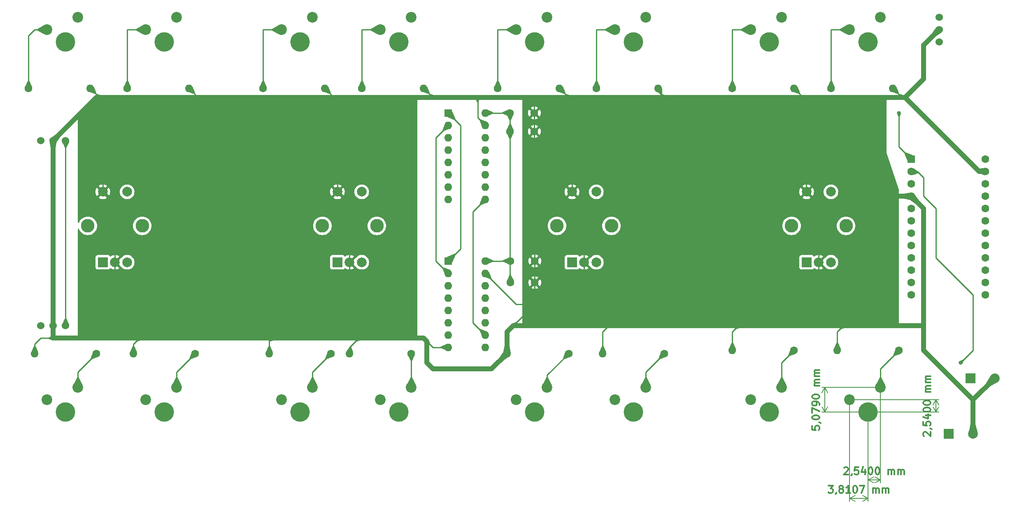
<source format=gbl>
G04 #@! TF.GenerationSoftware,KiCad,Pcbnew,7.0.6*
G04 #@! TF.CreationDate,2023-08-29T18:11:44+02:00*
G04 #@! TF.ProjectId,photo console,70686f74-6f20-4636-9f6e-736f6c652e6b,rev?*
G04 #@! TF.SameCoordinates,Original*
G04 #@! TF.FileFunction,Copper,L2,Bot*
G04 #@! TF.FilePolarity,Positive*
%FSLAX46Y46*%
G04 Gerber Fmt 4.6, Leading zero omitted, Abs format (unit mm)*
G04 Created by KiCad (PCBNEW 7.0.6) date 2023-08-29 18:11:44*
%MOMM*%
%LPD*%
G01*
G04 APERTURE LIST*
%ADD10C,0.300000*%
G04 #@! TA.AperFunction,NonConductor*
%ADD11C,0.300000*%
G04 #@! TD*
G04 #@! TA.AperFunction,NonConductor*
%ADD12C,0.200000*%
G04 #@! TD*
G04 #@! TA.AperFunction,ComponentPad*
%ADD13C,4.000000*%
G04 #@! TD*
G04 #@! TA.AperFunction,ComponentPad*
%ADD14C,2.200000*%
G04 #@! TD*
G04 #@! TA.AperFunction,ComponentPad*
%ADD15C,1.600000*%
G04 #@! TD*
G04 #@! TA.AperFunction,ComponentPad*
%ADD16O,1.600000X1.600000*%
G04 #@! TD*
G04 #@! TA.AperFunction,ComponentPad*
%ADD17C,1.524000*%
G04 #@! TD*
G04 #@! TA.AperFunction,ComponentPad*
%ADD18R,2.000000X2.000000*%
G04 #@! TD*
G04 #@! TA.AperFunction,ComponentPad*
%ADD19C,2.000000*%
G04 #@! TD*
G04 #@! TA.AperFunction,ComponentPad*
%ADD20C,2.800000*%
G04 #@! TD*
G04 #@! TA.AperFunction,ComponentPad*
%ADD21R,1.600000X1.600000*%
G04 #@! TD*
G04 #@! TA.AperFunction,ViaPad*
%ADD22C,0.800000*%
G04 #@! TD*
G04 #@! TA.AperFunction,Conductor*
%ADD23C,0.250000*%
G04 #@! TD*
G04 #@! TA.AperFunction,Conductor*
%ADD24C,1.000000*%
G04 #@! TD*
G04 APERTURE END LIST*
D10*
D11*
X227391185Y-131944284D02*
X227319757Y-131872856D01*
X227319757Y-131872856D02*
X227248328Y-131729999D01*
X227248328Y-131729999D02*
X227248328Y-131372856D01*
X227248328Y-131372856D02*
X227319757Y-131229999D01*
X227319757Y-131229999D02*
X227391185Y-131158570D01*
X227391185Y-131158570D02*
X227534042Y-131087141D01*
X227534042Y-131087141D02*
X227676900Y-131087141D01*
X227676900Y-131087141D02*
X227891185Y-131158570D01*
X227891185Y-131158570D02*
X228748328Y-132015713D01*
X228748328Y-132015713D02*
X228748328Y-131087141D01*
X228676900Y-130372856D02*
X228748328Y-130372856D01*
X228748328Y-130372856D02*
X228891185Y-130444285D01*
X228891185Y-130444285D02*
X228962614Y-130515713D01*
X227248328Y-129015713D02*
X227248328Y-129729999D01*
X227248328Y-129729999D02*
X227962614Y-129801427D01*
X227962614Y-129801427D02*
X227891185Y-129729999D01*
X227891185Y-129729999D02*
X227819757Y-129587142D01*
X227819757Y-129587142D02*
X227819757Y-129229999D01*
X227819757Y-129229999D02*
X227891185Y-129087142D01*
X227891185Y-129087142D02*
X227962614Y-129015713D01*
X227962614Y-129015713D02*
X228105471Y-128944284D01*
X228105471Y-128944284D02*
X228462614Y-128944284D01*
X228462614Y-128944284D02*
X228605471Y-129015713D01*
X228605471Y-129015713D02*
X228676900Y-129087142D01*
X228676900Y-129087142D02*
X228748328Y-129229999D01*
X228748328Y-129229999D02*
X228748328Y-129587142D01*
X228748328Y-129587142D02*
X228676900Y-129729999D01*
X228676900Y-129729999D02*
X228605471Y-129801427D01*
X227748328Y-127658571D02*
X228748328Y-127658571D01*
X227176900Y-128015713D02*
X228248328Y-128372856D01*
X228248328Y-128372856D02*
X228248328Y-127444285D01*
X227248328Y-126587142D02*
X227248328Y-126444285D01*
X227248328Y-126444285D02*
X227319757Y-126301428D01*
X227319757Y-126301428D02*
X227391185Y-126230000D01*
X227391185Y-126230000D02*
X227534042Y-126158571D01*
X227534042Y-126158571D02*
X227819757Y-126087142D01*
X227819757Y-126087142D02*
X228176900Y-126087142D01*
X228176900Y-126087142D02*
X228462614Y-126158571D01*
X228462614Y-126158571D02*
X228605471Y-126230000D01*
X228605471Y-126230000D02*
X228676900Y-126301428D01*
X228676900Y-126301428D02*
X228748328Y-126444285D01*
X228748328Y-126444285D02*
X228748328Y-126587142D01*
X228748328Y-126587142D02*
X228676900Y-126730000D01*
X228676900Y-126730000D02*
X228605471Y-126801428D01*
X228605471Y-126801428D02*
X228462614Y-126872857D01*
X228462614Y-126872857D02*
X228176900Y-126944285D01*
X228176900Y-126944285D02*
X227819757Y-126944285D01*
X227819757Y-126944285D02*
X227534042Y-126872857D01*
X227534042Y-126872857D02*
X227391185Y-126801428D01*
X227391185Y-126801428D02*
X227319757Y-126730000D01*
X227319757Y-126730000D02*
X227248328Y-126587142D01*
X227248328Y-125158571D02*
X227248328Y-125015714D01*
X227248328Y-125015714D02*
X227319757Y-124872857D01*
X227319757Y-124872857D02*
X227391185Y-124801429D01*
X227391185Y-124801429D02*
X227534042Y-124730000D01*
X227534042Y-124730000D02*
X227819757Y-124658571D01*
X227819757Y-124658571D02*
X228176900Y-124658571D01*
X228176900Y-124658571D02*
X228462614Y-124730000D01*
X228462614Y-124730000D02*
X228605471Y-124801429D01*
X228605471Y-124801429D02*
X228676900Y-124872857D01*
X228676900Y-124872857D02*
X228748328Y-125015714D01*
X228748328Y-125015714D02*
X228748328Y-125158571D01*
X228748328Y-125158571D02*
X228676900Y-125301429D01*
X228676900Y-125301429D02*
X228605471Y-125372857D01*
X228605471Y-125372857D02*
X228462614Y-125444286D01*
X228462614Y-125444286D02*
X228176900Y-125515714D01*
X228176900Y-125515714D02*
X227819757Y-125515714D01*
X227819757Y-125515714D02*
X227534042Y-125444286D01*
X227534042Y-125444286D02*
X227391185Y-125372857D01*
X227391185Y-125372857D02*
X227319757Y-125301429D01*
X227319757Y-125301429D02*
X227248328Y-125158571D01*
X228748328Y-122872858D02*
X227748328Y-122872858D01*
X227891185Y-122872858D02*
X227819757Y-122801429D01*
X227819757Y-122801429D02*
X227748328Y-122658572D01*
X227748328Y-122658572D02*
X227748328Y-122444286D01*
X227748328Y-122444286D02*
X227819757Y-122301429D01*
X227819757Y-122301429D02*
X227962614Y-122230001D01*
X227962614Y-122230001D02*
X228748328Y-122230001D01*
X227962614Y-122230001D02*
X227819757Y-122158572D01*
X227819757Y-122158572D02*
X227748328Y-122015715D01*
X227748328Y-122015715D02*
X227748328Y-121801429D01*
X227748328Y-121801429D02*
X227819757Y-121658572D01*
X227819757Y-121658572D02*
X227962614Y-121587143D01*
X227962614Y-121587143D02*
X228748328Y-121587143D01*
X228748328Y-120872858D02*
X227748328Y-120872858D01*
X227891185Y-120872858D02*
X227819757Y-120801429D01*
X227819757Y-120801429D02*
X227748328Y-120658572D01*
X227748328Y-120658572D02*
X227748328Y-120444286D01*
X227748328Y-120444286D02*
X227819757Y-120301429D01*
X227819757Y-120301429D02*
X227962614Y-120230001D01*
X227962614Y-120230001D02*
X228748328Y-120230001D01*
X227962614Y-120230001D02*
X227819757Y-120158572D01*
X227819757Y-120158572D02*
X227748328Y-120015715D01*
X227748328Y-120015715D02*
X227748328Y-119801429D01*
X227748328Y-119801429D02*
X227819757Y-119658572D01*
X227819757Y-119658572D02*
X227962614Y-119587143D01*
X227962614Y-119587143D02*
X228748328Y-119587143D01*
D12*
X216400000Y-127000000D02*
X230456420Y-127000000D01*
X230456420Y-124460000D02*
X212591000Y-124460000D01*
X229870000Y-127000000D02*
X229870000Y-124460000D01*
X229870000Y-127000000D02*
X229870000Y-124460000D01*
X229870000Y-127000000D02*
X229283579Y-125873496D01*
X229870000Y-127000000D02*
X230456421Y-125873496D01*
X229870000Y-124460000D02*
X230456421Y-125586504D01*
X229870000Y-124460000D02*
X229283579Y-125586504D01*
D10*
D11*
X210955715Y-138491185D02*
X211027143Y-138419757D01*
X211027143Y-138419757D02*
X211170001Y-138348328D01*
X211170001Y-138348328D02*
X211527143Y-138348328D01*
X211527143Y-138348328D02*
X211670001Y-138419757D01*
X211670001Y-138419757D02*
X211741429Y-138491185D01*
X211741429Y-138491185D02*
X211812858Y-138634042D01*
X211812858Y-138634042D02*
X211812858Y-138776900D01*
X211812858Y-138776900D02*
X211741429Y-138991185D01*
X211741429Y-138991185D02*
X210884286Y-139848328D01*
X210884286Y-139848328D02*
X211812858Y-139848328D01*
X212527143Y-139776900D02*
X212527143Y-139848328D01*
X212527143Y-139848328D02*
X212455714Y-139991185D01*
X212455714Y-139991185D02*
X212384286Y-140062614D01*
X213884286Y-138348328D02*
X213170000Y-138348328D01*
X213170000Y-138348328D02*
X213098572Y-139062614D01*
X213098572Y-139062614D02*
X213170000Y-138991185D01*
X213170000Y-138991185D02*
X213312858Y-138919757D01*
X213312858Y-138919757D02*
X213670000Y-138919757D01*
X213670000Y-138919757D02*
X213812858Y-138991185D01*
X213812858Y-138991185D02*
X213884286Y-139062614D01*
X213884286Y-139062614D02*
X213955715Y-139205471D01*
X213955715Y-139205471D02*
X213955715Y-139562614D01*
X213955715Y-139562614D02*
X213884286Y-139705471D01*
X213884286Y-139705471D02*
X213812858Y-139776900D01*
X213812858Y-139776900D02*
X213670000Y-139848328D01*
X213670000Y-139848328D02*
X213312858Y-139848328D01*
X213312858Y-139848328D02*
X213170000Y-139776900D01*
X213170000Y-139776900D02*
X213098572Y-139705471D01*
X215241429Y-138848328D02*
X215241429Y-139848328D01*
X214884286Y-138276900D02*
X214527143Y-139348328D01*
X214527143Y-139348328D02*
X215455714Y-139348328D01*
X216312857Y-138348328D02*
X216455714Y-138348328D01*
X216455714Y-138348328D02*
X216598571Y-138419757D01*
X216598571Y-138419757D02*
X216670000Y-138491185D01*
X216670000Y-138491185D02*
X216741428Y-138634042D01*
X216741428Y-138634042D02*
X216812857Y-138919757D01*
X216812857Y-138919757D02*
X216812857Y-139276900D01*
X216812857Y-139276900D02*
X216741428Y-139562614D01*
X216741428Y-139562614D02*
X216670000Y-139705471D01*
X216670000Y-139705471D02*
X216598571Y-139776900D01*
X216598571Y-139776900D02*
X216455714Y-139848328D01*
X216455714Y-139848328D02*
X216312857Y-139848328D01*
X216312857Y-139848328D02*
X216170000Y-139776900D01*
X216170000Y-139776900D02*
X216098571Y-139705471D01*
X216098571Y-139705471D02*
X216027142Y-139562614D01*
X216027142Y-139562614D02*
X215955714Y-139276900D01*
X215955714Y-139276900D02*
X215955714Y-138919757D01*
X215955714Y-138919757D02*
X216027142Y-138634042D01*
X216027142Y-138634042D02*
X216098571Y-138491185D01*
X216098571Y-138491185D02*
X216170000Y-138419757D01*
X216170000Y-138419757D02*
X216312857Y-138348328D01*
X217741428Y-138348328D02*
X217884285Y-138348328D01*
X217884285Y-138348328D02*
X218027142Y-138419757D01*
X218027142Y-138419757D02*
X218098571Y-138491185D01*
X218098571Y-138491185D02*
X218169999Y-138634042D01*
X218169999Y-138634042D02*
X218241428Y-138919757D01*
X218241428Y-138919757D02*
X218241428Y-139276900D01*
X218241428Y-139276900D02*
X218169999Y-139562614D01*
X218169999Y-139562614D02*
X218098571Y-139705471D01*
X218098571Y-139705471D02*
X218027142Y-139776900D01*
X218027142Y-139776900D02*
X217884285Y-139848328D01*
X217884285Y-139848328D02*
X217741428Y-139848328D01*
X217741428Y-139848328D02*
X217598571Y-139776900D01*
X217598571Y-139776900D02*
X217527142Y-139705471D01*
X217527142Y-139705471D02*
X217455713Y-139562614D01*
X217455713Y-139562614D02*
X217384285Y-139276900D01*
X217384285Y-139276900D02*
X217384285Y-138919757D01*
X217384285Y-138919757D02*
X217455713Y-138634042D01*
X217455713Y-138634042D02*
X217527142Y-138491185D01*
X217527142Y-138491185D02*
X217598571Y-138419757D01*
X217598571Y-138419757D02*
X217741428Y-138348328D01*
X220027141Y-139848328D02*
X220027141Y-138848328D01*
X220027141Y-138991185D02*
X220098570Y-138919757D01*
X220098570Y-138919757D02*
X220241427Y-138848328D01*
X220241427Y-138848328D02*
X220455713Y-138848328D01*
X220455713Y-138848328D02*
X220598570Y-138919757D01*
X220598570Y-138919757D02*
X220669999Y-139062614D01*
X220669999Y-139062614D02*
X220669999Y-139848328D01*
X220669999Y-139062614D02*
X220741427Y-138919757D01*
X220741427Y-138919757D02*
X220884284Y-138848328D01*
X220884284Y-138848328D02*
X221098570Y-138848328D01*
X221098570Y-138848328D02*
X221241427Y-138919757D01*
X221241427Y-138919757D02*
X221312856Y-139062614D01*
X221312856Y-139062614D02*
X221312856Y-139848328D01*
X222027141Y-139848328D02*
X222027141Y-138848328D01*
X222027141Y-138991185D02*
X222098570Y-138919757D01*
X222098570Y-138919757D02*
X222241427Y-138848328D01*
X222241427Y-138848328D02*
X222455713Y-138848328D01*
X222455713Y-138848328D02*
X222598570Y-138919757D01*
X222598570Y-138919757D02*
X222669999Y-139062614D01*
X222669999Y-139062614D02*
X222669999Y-139848328D01*
X222669999Y-139062614D02*
X222741427Y-138919757D01*
X222741427Y-138919757D02*
X222884284Y-138848328D01*
X222884284Y-138848328D02*
X223098570Y-138848328D01*
X223098570Y-138848328D02*
X223241427Y-138919757D01*
X223241427Y-138919757D02*
X223312856Y-139062614D01*
X223312856Y-139062614D02*
X223312856Y-139848328D01*
D12*
X215900000Y-127500000D02*
X215900000Y-141556420D01*
X218440000Y-141556420D02*
X218440000Y-122421000D01*
X215900000Y-140970000D02*
X218440000Y-140970000D01*
X215900000Y-140970000D02*
X218440000Y-140970000D01*
X215900000Y-140970000D02*
X217026504Y-140383579D01*
X215900000Y-140970000D02*
X217026504Y-141556421D01*
X218440000Y-140970000D02*
X217313496Y-141556421D01*
X218440000Y-140970000D02*
X217313496Y-140383579D01*
D10*
D11*
X207708933Y-142158328D02*
X208637505Y-142158328D01*
X208637505Y-142158328D02*
X208137505Y-142729757D01*
X208137505Y-142729757D02*
X208351790Y-142729757D01*
X208351790Y-142729757D02*
X208494648Y-142801185D01*
X208494648Y-142801185D02*
X208566076Y-142872614D01*
X208566076Y-142872614D02*
X208637505Y-143015471D01*
X208637505Y-143015471D02*
X208637505Y-143372614D01*
X208637505Y-143372614D02*
X208566076Y-143515471D01*
X208566076Y-143515471D02*
X208494648Y-143586900D01*
X208494648Y-143586900D02*
X208351790Y-143658328D01*
X208351790Y-143658328D02*
X207923219Y-143658328D01*
X207923219Y-143658328D02*
X207780362Y-143586900D01*
X207780362Y-143586900D02*
X207708933Y-143515471D01*
X209351790Y-143586900D02*
X209351790Y-143658328D01*
X209351790Y-143658328D02*
X209280361Y-143801185D01*
X209280361Y-143801185D02*
X209208933Y-143872614D01*
X210208933Y-142801185D02*
X210066076Y-142729757D01*
X210066076Y-142729757D02*
X209994647Y-142658328D01*
X209994647Y-142658328D02*
X209923219Y-142515471D01*
X209923219Y-142515471D02*
X209923219Y-142444042D01*
X209923219Y-142444042D02*
X209994647Y-142301185D01*
X209994647Y-142301185D02*
X210066076Y-142229757D01*
X210066076Y-142229757D02*
X210208933Y-142158328D01*
X210208933Y-142158328D02*
X210494647Y-142158328D01*
X210494647Y-142158328D02*
X210637505Y-142229757D01*
X210637505Y-142229757D02*
X210708933Y-142301185D01*
X210708933Y-142301185D02*
X210780362Y-142444042D01*
X210780362Y-142444042D02*
X210780362Y-142515471D01*
X210780362Y-142515471D02*
X210708933Y-142658328D01*
X210708933Y-142658328D02*
X210637505Y-142729757D01*
X210637505Y-142729757D02*
X210494647Y-142801185D01*
X210494647Y-142801185D02*
X210208933Y-142801185D01*
X210208933Y-142801185D02*
X210066076Y-142872614D01*
X210066076Y-142872614D02*
X209994647Y-142944042D01*
X209994647Y-142944042D02*
X209923219Y-143086900D01*
X209923219Y-143086900D02*
X209923219Y-143372614D01*
X209923219Y-143372614D02*
X209994647Y-143515471D01*
X209994647Y-143515471D02*
X210066076Y-143586900D01*
X210066076Y-143586900D02*
X210208933Y-143658328D01*
X210208933Y-143658328D02*
X210494647Y-143658328D01*
X210494647Y-143658328D02*
X210637505Y-143586900D01*
X210637505Y-143586900D02*
X210708933Y-143515471D01*
X210708933Y-143515471D02*
X210780362Y-143372614D01*
X210780362Y-143372614D02*
X210780362Y-143086900D01*
X210780362Y-143086900D02*
X210708933Y-142944042D01*
X210708933Y-142944042D02*
X210637505Y-142872614D01*
X210637505Y-142872614D02*
X210494647Y-142801185D01*
X212208933Y-143658328D02*
X211351790Y-143658328D01*
X211780361Y-143658328D02*
X211780361Y-142158328D01*
X211780361Y-142158328D02*
X211637504Y-142372614D01*
X211637504Y-142372614D02*
X211494647Y-142515471D01*
X211494647Y-142515471D02*
X211351790Y-142586900D01*
X213137504Y-142158328D02*
X213280361Y-142158328D01*
X213280361Y-142158328D02*
X213423218Y-142229757D01*
X213423218Y-142229757D02*
X213494647Y-142301185D01*
X213494647Y-142301185D02*
X213566075Y-142444042D01*
X213566075Y-142444042D02*
X213637504Y-142729757D01*
X213637504Y-142729757D02*
X213637504Y-143086900D01*
X213637504Y-143086900D02*
X213566075Y-143372614D01*
X213566075Y-143372614D02*
X213494647Y-143515471D01*
X213494647Y-143515471D02*
X213423218Y-143586900D01*
X213423218Y-143586900D02*
X213280361Y-143658328D01*
X213280361Y-143658328D02*
X213137504Y-143658328D01*
X213137504Y-143658328D02*
X212994647Y-143586900D01*
X212994647Y-143586900D02*
X212923218Y-143515471D01*
X212923218Y-143515471D02*
X212851789Y-143372614D01*
X212851789Y-143372614D02*
X212780361Y-143086900D01*
X212780361Y-143086900D02*
X212780361Y-142729757D01*
X212780361Y-142729757D02*
X212851789Y-142444042D01*
X212851789Y-142444042D02*
X212923218Y-142301185D01*
X212923218Y-142301185D02*
X212994647Y-142229757D01*
X212994647Y-142229757D02*
X213137504Y-142158328D01*
X214137503Y-142158328D02*
X215137503Y-142158328D01*
X215137503Y-142158328D02*
X214494646Y-143658328D01*
X216851788Y-143658328D02*
X216851788Y-142658328D01*
X216851788Y-142801185D02*
X216923217Y-142729757D01*
X216923217Y-142729757D02*
X217066074Y-142658328D01*
X217066074Y-142658328D02*
X217280360Y-142658328D01*
X217280360Y-142658328D02*
X217423217Y-142729757D01*
X217423217Y-142729757D02*
X217494646Y-142872614D01*
X217494646Y-142872614D02*
X217494646Y-143658328D01*
X217494646Y-142872614D02*
X217566074Y-142729757D01*
X217566074Y-142729757D02*
X217708931Y-142658328D01*
X217708931Y-142658328D02*
X217923217Y-142658328D01*
X217923217Y-142658328D02*
X218066074Y-142729757D01*
X218066074Y-142729757D02*
X218137503Y-142872614D01*
X218137503Y-142872614D02*
X218137503Y-143658328D01*
X218851788Y-143658328D02*
X218851788Y-142658328D01*
X218851788Y-142801185D02*
X218923217Y-142729757D01*
X218923217Y-142729757D02*
X219066074Y-142658328D01*
X219066074Y-142658328D02*
X219280360Y-142658328D01*
X219280360Y-142658328D02*
X219423217Y-142729757D01*
X219423217Y-142729757D02*
X219494646Y-142872614D01*
X219494646Y-142872614D02*
X219494646Y-143658328D01*
X219494646Y-142872614D02*
X219566074Y-142729757D01*
X219566074Y-142729757D02*
X219708931Y-142658328D01*
X219708931Y-142658328D02*
X219923217Y-142658328D01*
X219923217Y-142658328D02*
X220066074Y-142729757D01*
X220066074Y-142729757D02*
X220137503Y-142872614D01*
X220137503Y-142872614D02*
X220137503Y-143658328D01*
D12*
X212089293Y-124960707D02*
X212089293Y-145366420D01*
X215900000Y-145366420D02*
X215900000Y-127500000D01*
X212089293Y-144780000D02*
X215900000Y-144780000D01*
X212089293Y-144780000D02*
X215900000Y-144780000D01*
X212089293Y-144780000D02*
X213215797Y-144193579D01*
X212089293Y-144780000D02*
X213215797Y-145366421D01*
X215900000Y-144780000D02*
X214773496Y-145366421D01*
X215900000Y-144780000D02*
X214773496Y-144193579D01*
D10*
D11*
X204388328Y-129889070D02*
X204388328Y-130603356D01*
X204388328Y-130603356D02*
X205102614Y-130674784D01*
X205102614Y-130674784D02*
X205031185Y-130603356D01*
X205031185Y-130603356D02*
X204959757Y-130460499D01*
X204959757Y-130460499D02*
X204959757Y-130103356D01*
X204959757Y-130103356D02*
X205031185Y-129960499D01*
X205031185Y-129960499D02*
X205102614Y-129889070D01*
X205102614Y-129889070D02*
X205245471Y-129817641D01*
X205245471Y-129817641D02*
X205602614Y-129817641D01*
X205602614Y-129817641D02*
X205745471Y-129889070D01*
X205745471Y-129889070D02*
X205816900Y-129960499D01*
X205816900Y-129960499D02*
X205888328Y-130103356D01*
X205888328Y-130103356D02*
X205888328Y-130460499D01*
X205888328Y-130460499D02*
X205816900Y-130603356D01*
X205816900Y-130603356D02*
X205745471Y-130674784D01*
X205816900Y-129103356D02*
X205888328Y-129103356D01*
X205888328Y-129103356D02*
X206031185Y-129174785D01*
X206031185Y-129174785D02*
X206102614Y-129246213D01*
X204388328Y-128174784D02*
X204388328Y-128031927D01*
X204388328Y-128031927D02*
X204459757Y-127889070D01*
X204459757Y-127889070D02*
X204531185Y-127817642D01*
X204531185Y-127817642D02*
X204674042Y-127746213D01*
X204674042Y-127746213D02*
X204959757Y-127674784D01*
X204959757Y-127674784D02*
X205316900Y-127674784D01*
X205316900Y-127674784D02*
X205602614Y-127746213D01*
X205602614Y-127746213D02*
X205745471Y-127817642D01*
X205745471Y-127817642D02*
X205816900Y-127889070D01*
X205816900Y-127889070D02*
X205888328Y-128031927D01*
X205888328Y-128031927D02*
X205888328Y-128174784D01*
X205888328Y-128174784D02*
X205816900Y-128317642D01*
X205816900Y-128317642D02*
X205745471Y-128389070D01*
X205745471Y-128389070D02*
X205602614Y-128460499D01*
X205602614Y-128460499D02*
X205316900Y-128531927D01*
X205316900Y-128531927D02*
X204959757Y-128531927D01*
X204959757Y-128531927D02*
X204674042Y-128460499D01*
X204674042Y-128460499D02*
X204531185Y-128389070D01*
X204531185Y-128389070D02*
X204459757Y-128317642D01*
X204459757Y-128317642D02*
X204388328Y-128174784D01*
X204388328Y-127174785D02*
X204388328Y-126174785D01*
X204388328Y-126174785D02*
X205888328Y-126817642D01*
X205888328Y-125531928D02*
X205888328Y-125246214D01*
X205888328Y-125246214D02*
X205816900Y-125103357D01*
X205816900Y-125103357D02*
X205745471Y-125031928D01*
X205745471Y-125031928D02*
X205531185Y-124889071D01*
X205531185Y-124889071D02*
X205245471Y-124817642D01*
X205245471Y-124817642D02*
X204674042Y-124817642D01*
X204674042Y-124817642D02*
X204531185Y-124889071D01*
X204531185Y-124889071D02*
X204459757Y-124960500D01*
X204459757Y-124960500D02*
X204388328Y-125103357D01*
X204388328Y-125103357D02*
X204388328Y-125389071D01*
X204388328Y-125389071D02*
X204459757Y-125531928D01*
X204459757Y-125531928D02*
X204531185Y-125603357D01*
X204531185Y-125603357D02*
X204674042Y-125674785D01*
X204674042Y-125674785D02*
X205031185Y-125674785D01*
X205031185Y-125674785D02*
X205174042Y-125603357D01*
X205174042Y-125603357D02*
X205245471Y-125531928D01*
X205245471Y-125531928D02*
X205316900Y-125389071D01*
X205316900Y-125389071D02*
X205316900Y-125103357D01*
X205316900Y-125103357D02*
X205245471Y-124960500D01*
X205245471Y-124960500D02*
X205174042Y-124889071D01*
X205174042Y-124889071D02*
X205031185Y-124817642D01*
X204388328Y-123889071D02*
X204388328Y-123746214D01*
X204388328Y-123746214D02*
X204459757Y-123603357D01*
X204459757Y-123603357D02*
X204531185Y-123531929D01*
X204531185Y-123531929D02*
X204674042Y-123460500D01*
X204674042Y-123460500D02*
X204959757Y-123389071D01*
X204959757Y-123389071D02*
X205316900Y-123389071D01*
X205316900Y-123389071D02*
X205602614Y-123460500D01*
X205602614Y-123460500D02*
X205745471Y-123531929D01*
X205745471Y-123531929D02*
X205816900Y-123603357D01*
X205816900Y-123603357D02*
X205888328Y-123746214D01*
X205888328Y-123746214D02*
X205888328Y-123889071D01*
X205888328Y-123889071D02*
X205816900Y-124031929D01*
X205816900Y-124031929D02*
X205745471Y-124103357D01*
X205745471Y-124103357D02*
X205602614Y-124174786D01*
X205602614Y-124174786D02*
X205316900Y-124246214D01*
X205316900Y-124246214D02*
X204959757Y-124246214D01*
X204959757Y-124246214D02*
X204674042Y-124174786D01*
X204674042Y-124174786D02*
X204531185Y-124103357D01*
X204531185Y-124103357D02*
X204459757Y-124031929D01*
X204459757Y-124031929D02*
X204388328Y-123889071D01*
X205888328Y-121603358D02*
X204888328Y-121603358D01*
X205031185Y-121603358D02*
X204959757Y-121531929D01*
X204959757Y-121531929D02*
X204888328Y-121389072D01*
X204888328Y-121389072D02*
X204888328Y-121174786D01*
X204888328Y-121174786D02*
X204959757Y-121031929D01*
X204959757Y-121031929D02*
X205102614Y-120960501D01*
X205102614Y-120960501D02*
X205888328Y-120960501D01*
X205102614Y-120960501D02*
X204959757Y-120889072D01*
X204959757Y-120889072D02*
X204888328Y-120746215D01*
X204888328Y-120746215D02*
X204888328Y-120531929D01*
X204888328Y-120531929D02*
X204959757Y-120389072D01*
X204959757Y-120389072D02*
X205102614Y-120317643D01*
X205102614Y-120317643D02*
X205888328Y-120317643D01*
X205888328Y-119603358D02*
X204888328Y-119603358D01*
X205031185Y-119603358D02*
X204959757Y-119531929D01*
X204959757Y-119531929D02*
X204888328Y-119389072D01*
X204888328Y-119389072D02*
X204888328Y-119174786D01*
X204888328Y-119174786D02*
X204959757Y-119031929D01*
X204959757Y-119031929D02*
X205102614Y-118960501D01*
X205102614Y-118960501D02*
X205888328Y-118960501D01*
X205102614Y-118960501D02*
X204959757Y-118889072D01*
X204959757Y-118889072D02*
X204888328Y-118746215D01*
X204888328Y-118746215D02*
X204888328Y-118531929D01*
X204888328Y-118531929D02*
X204959757Y-118389072D01*
X204959757Y-118389072D02*
X205102614Y-118317643D01*
X205102614Y-118317643D02*
X205888328Y-118317643D01*
D12*
X217940000Y-121921000D02*
X206423580Y-121921000D01*
X206423580Y-127000000D02*
X215400000Y-127000000D01*
X207010000Y-121921000D02*
X207010000Y-127000000D01*
X207010000Y-121921000D02*
X207010000Y-127000000D01*
X207010000Y-121921000D02*
X207596421Y-123047504D01*
X207010000Y-121921000D02*
X206423579Y-123047504D01*
X207010000Y-127000000D02*
X206423579Y-125873496D01*
X207010000Y-127000000D02*
X207596421Y-125873496D01*
D13*
X215900000Y-127000000D03*
D14*
X218440000Y-121920000D03*
X212090000Y-124460000D03*
D13*
X195580000Y-127000000D03*
D14*
X198120000Y-121920000D03*
X191770000Y-124460000D03*
D13*
X167640000Y-127000000D03*
D14*
X170180000Y-121920000D03*
X163830000Y-124460000D03*
D13*
X147320000Y-127000000D03*
D14*
X149860000Y-121920000D03*
X143510000Y-124460000D03*
D13*
X119380000Y-127000000D03*
D14*
X121920000Y-121920000D03*
X115570000Y-124460000D03*
D13*
X99060000Y-127000000D03*
D14*
X101600000Y-121920000D03*
X95250000Y-124460000D03*
D13*
X71120000Y-127000000D03*
D14*
X73660000Y-121920000D03*
X67310000Y-124460000D03*
D13*
X50800000Y-127000000D03*
D14*
X53340000Y-121920000D03*
X46990000Y-124460000D03*
D13*
X215900000Y-50800000D03*
D14*
X218440000Y-45720000D03*
X212090000Y-48260000D03*
D13*
X195580000Y-50800000D03*
D14*
X198120000Y-45720000D03*
X191770000Y-48260000D03*
D13*
X167640000Y-50800000D03*
D14*
X170180000Y-45720000D03*
X163830000Y-48260000D03*
D13*
X147320000Y-50800000D03*
D14*
X149860000Y-45720000D03*
X143510000Y-48260000D03*
D13*
X119380000Y-50800000D03*
D14*
X121920000Y-45720000D03*
X115570000Y-48260000D03*
D13*
X99060000Y-50800000D03*
D14*
X101600000Y-45720000D03*
X95250000Y-48260000D03*
D13*
X71120000Y-50800000D03*
D14*
X73660000Y-45720000D03*
X67310000Y-48260000D03*
D13*
X50800000Y-50800000D03*
D14*
X53340000Y-45720000D03*
X46990000Y-48260000D03*
D15*
X173990000Y-114935000D03*
D16*
X161290000Y-114935000D03*
D15*
X200660000Y-114300000D03*
D16*
X187960000Y-114300000D03*
D17*
X45720000Y-71120000D03*
X48260000Y-71120000D03*
X50800000Y-71120000D03*
D15*
X142320000Y-100330000D03*
X147320000Y-100330000D03*
X208280000Y-60325000D03*
D16*
X220980000Y-60325000D03*
D15*
X105410000Y-114935000D03*
D16*
X92710000Y-114935000D03*
D15*
X111760000Y-60325000D03*
D16*
X124460000Y-60325000D03*
D15*
X43180000Y-60325000D03*
D16*
X55880000Y-60325000D03*
D15*
X222250000Y-114300000D03*
D16*
X209550000Y-114300000D03*
D18*
X236935000Y-120015000D03*
D19*
X241935000Y-120015000D03*
D15*
X91440000Y-60325000D03*
D16*
X104140000Y-60325000D03*
D18*
X106720000Y-96150000D03*
D19*
X111720000Y-96150000D03*
X109220000Y-96150000D03*
D20*
X103620000Y-88650000D03*
X114820000Y-88650000D03*
D19*
X106720000Y-81650000D03*
X111720000Y-81650000D03*
D18*
X154980000Y-96150000D03*
D19*
X159980000Y-96150000D03*
X157480000Y-96150000D03*
D20*
X151880000Y-88650000D03*
X163080000Y-88650000D03*
D19*
X154980000Y-81650000D03*
X159980000Y-81650000D03*
D17*
X45720000Y-109220000D03*
X48260000Y-109220000D03*
X50800000Y-109220000D03*
D18*
X232490000Y-131445000D03*
D19*
X237490000Y-131445000D03*
D18*
X58460000Y-96150000D03*
D19*
X63460000Y-96150000D03*
X60960000Y-96150000D03*
D20*
X55360000Y-88650000D03*
X66560000Y-88650000D03*
D19*
X58460000Y-81650000D03*
X63460000Y-81650000D03*
D15*
X57150000Y-114935000D03*
D16*
X44450000Y-114935000D03*
D17*
X230505000Y-45720000D03*
X230505000Y-48260000D03*
X230505000Y-50800000D03*
D15*
X187960000Y-60325000D03*
D16*
X200660000Y-60325000D03*
D15*
X139700000Y-60325000D03*
D16*
X152400000Y-60325000D03*
D15*
X154305000Y-114935000D03*
D16*
X141605000Y-114935000D03*
D15*
X77470000Y-114935000D03*
D16*
X64770000Y-114935000D03*
D21*
X129540000Y-65405000D03*
D16*
X129540000Y-67945000D03*
X129540000Y-70485000D03*
X129540000Y-73025000D03*
X129540000Y-75565000D03*
X129540000Y-78105000D03*
X129540000Y-80645000D03*
X129540000Y-83185000D03*
X137160000Y-83185000D03*
X137160000Y-80645000D03*
X137160000Y-78105000D03*
X137160000Y-75565000D03*
X137160000Y-73025000D03*
X137160000Y-70485000D03*
X137160000Y-67945000D03*
X137160000Y-65405000D03*
D15*
X63500000Y-60325000D03*
D16*
X76200000Y-60325000D03*
D15*
X160020000Y-60325000D03*
D16*
X172720000Y-60325000D03*
D15*
X121920000Y-114935000D03*
D16*
X109220000Y-114935000D03*
D21*
X129540000Y-95885000D03*
D16*
X129540000Y-98425000D03*
X129540000Y-100965000D03*
X129540000Y-103505000D03*
X129540000Y-106045000D03*
X129540000Y-108585000D03*
X129540000Y-111125000D03*
X129540000Y-113665000D03*
X137160000Y-113665000D03*
X137160000Y-111125000D03*
X137160000Y-108585000D03*
X137160000Y-106045000D03*
X137160000Y-103505000D03*
X137160000Y-100965000D03*
X137160000Y-98425000D03*
X137160000Y-95885000D03*
D21*
X224790000Y-74930000D03*
D15*
X224790000Y-77470000D03*
X224790000Y-80010000D03*
X224790000Y-82550000D03*
X224790000Y-85090000D03*
X224790000Y-87630000D03*
X224790000Y-90170000D03*
X224790000Y-92710000D03*
X224790000Y-95250000D03*
X224790000Y-97790000D03*
X224790000Y-100330000D03*
X224790000Y-102870000D03*
X240030000Y-102870000D03*
X240030000Y-100330000D03*
X240030000Y-97790000D03*
X240030000Y-95250000D03*
X240030000Y-92710000D03*
X240030000Y-90170000D03*
X240030000Y-87630000D03*
X240030000Y-85090000D03*
X240030000Y-82550000D03*
X240030000Y-80010000D03*
X240030000Y-77470000D03*
X240030000Y-74930000D03*
X142240000Y-69215000D03*
X147240000Y-69215000D03*
D18*
X203240000Y-96150000D03*
D19*
X208240000Y-96150000D03*
X205740000Y-96150000D03*
D20*
X200140000Y-88650000D03*
X211340000Y-88650000D03*
D19*
X203240000Y-81650000D03*
X208240000Y-81650000D03*
D15*
X142320000Y-95885000D03*
X147320000Y-95885000D03*
X142240000Y-65405000D03*
X147240000Y-65405000D03*
D22*
X234950000Y-116840000D03*
X222250000Y-65405000D03*
D23*
X43180000Y-49530000D02*
X44450000Y-48260000D01*
X44450000Y-48260000D02*
X46990000Y-48260000D01*
X43180000Y-60325000D02*
X43180000Y-49530000D01*
X63500000Y-48260000D02*
X63500000Y-60325000D01*
X67310000Y-48260000D02*
X63500000Y-48260000D01*
X91440000Y-48260000D02*
X95250000Y-48260000D01*
X91440000Y-60325000D02*
X91440000Y-48260000D01*
X111760000Y-60325000D02*
X111760000Y-48260000D01*
X111760000Y-48260000D02*
X115570000Y-48260000D01*
X187960000Y-60325000D02*
X187960000Y-48260000D01*
X191770000Y-48260000D02*
X187960000Y-48260000D01*
X208280000Y-48260000D02*
X212090000Y-48260000D01*
X208280000Y-60325000D02*
X208280000Y-48260000D01*
X101600000Y-121920000D02*
X101600000Y-118745000D01*
X101600000Y-118745000D02*
X105410000Y-114935000D01*
X73660000Y-118745000D02*
X77470000Y-114935000D01*
X73660000Y-121920000D02*
X73660000Y-118745000D01*
X53340000Y-121920000D02*
X53340000Y-118745000D01*
X53340000Y-118745000D02*
X57150000Y-114935000D01*
X218440000Y-121920000D02*
X218440000Y-118110000D01*
X218440000Y-118110000D02*
X222250000Y-114300000D01*
X198120000Y-116840000D02*
X200660000Y-114300000D01*
X198120000Y-121666000D02*
X198120000Y-116840000D01*
X170180000Y-118745000D02*
X173990000Y-114935000D01*
X170180000Y-121920000D02*
X170180000Y-118745000D01*
X149860000Y-119380000D02*
X154305000Y-114935000D01*
X149860000Y-121920000D02*
X149860000Y-119380000D01*
X137160000Y-83185000D02*
X134620000Y-85725000D01*
X134620000Y-85725000D02*
X134620000Y-108585000D01*
X134620000Y-108585000D02*
X137160000Y-111125000D01*
X129540000Y-98425000D02*
X127000000Y-95885000D01*
X127000000Y-70485000D02*
X129540000Y-67945000D01*
X127000000Y-95885000D02*
X127000000Y-70485000D01*
X229870000Y-95250000D02*
X229870000Y-85090000D01*
X226060000Y-77470000D02*
X224790000Y-77470000D01*
X237490000Y-114300000D02*
X237490000Y-102870000D01*
X132080000Y-67945000D02*
X132080000Y-93345000D01*
X229870000Y-85090000D02*
X227330000Y-82550000D01*
X132080000Y-93345000D02*
X129540000Y-95885000D01*
X234950000Y-116840000D02*
X237490000Y-114300000D01*
X227330000Y-82550000D02*
X227330000Y-78740000D01*
X129540000Y-65405000D02*
X132080000Y-67945000D01*
X237490000Y-102870000D02*
X229870000Y-95250000D01*
X227330000Y-78740000D02*
X226060000Y-77470000D01*
X139700000Y-60325000D02*
X139700000Y-48260000D01*
X139700000Y-48260000D02*
X143510000Y-48260000D01*
X160020000Y-60325000D02*
X160020000Y-48260000D01*
X160020000Y-48260000D02*
X163830000Y-48260000D01*
X121920000Y-121920000D02*
X121920000Y-114935000D01*
X142240000Y-69215000D02*
X142240000Y-100250000D01*
X142240000Y-100250000D02*
X142320000Y-100330000D01*
X141935000Y-65405000D02*
X142240000Y-65100000D01*
X137160000Y-95885000D02*
X142320000Y-95885000D01*
X142240000Y-65100000D02*
X142240000Y-69215000D01*
X137160000Y-65405000D02*
X141935000Y-65405000D01*
X76200000Y-60325000D02*
X78105000Y-62230000D01*
D24*
X230505000Y-48260000D02*
X227330000Y-51435000D01*
D23*
X204470000Y-62230000D02*
X202565000Y-62230000D01*
X147240000Y-69215000D02*
X147240000Y-85050000D01*
D24*
X224790000Y-82550000D02*
X227330000Y-85090000D01*
X111125000Y-111760000D02*
X93345000Y-111760000D01*
D23*
X106720000Y-63460000D02*
X107950000Y-62230000D01*
X135570000Y-66360000D02*
X135570000Y-62230000D01*
X147320000Y-100330000D02*
X147320000Y-104775000D01*
X106720000Y-81650000D02*
X107050000Y-81650000D01*
X187960000Y-114300000D02*
X187960000Y-110490000D01*
X157480000Y-104140000D02*
X162560000Y-109220000D01*
X148590000Y-62230000D02*
X147240000Y-63580000D01*
X92710000Y-114935000D02*
X92710000Y-112395000D01*
D24*
X111125000Y-111760000D02*
X124460000Y-111760000D01*
D23*
X209550000Y-110490000D02*
X210820000Y-109220000D01*
D24*
X222885000Y-62230000D02*
X204470000Y-62230000D01*
D23*
X157480000Y-96150000D02*
X157480000Y-104140000D01*
X203200000Y-81610000D02*
X203240000Y-81650000D01*
D24*
X227330000Y-85090000D02*
X227330000Y-109220000D01*
X223520000Y-62230000D02*
X238760000Y-77470000D01*
X48260000Y-71120000D02*
X57150000Y-62230000D01*
D23*
X205740000Y-84150000D02*
X205740000Y-96150000D01*
X109220000Y-83820000D02*
X109220000Y-96150000D01*
X45720000Y-111760000D02*
X44450000Y-113030000D01*
X107050000Y-81650000D02*
X109220000Y-83820000D01*
D24*
X78740000Y-62230000D02*
X59690000Y-62230000D01*
D23*
X187960000Y-110490000D02*
X189230000Y-109220000D01*
X220980000Y-60325000D02*
X222885000Y-62230000D01*
X111125000Y-111760000D02*
X109220000Y-113665000D01*
D24*
X142875000Y-109220000D02*
X172720000Y-109220000D01*
X237490000Y-124460000D02*
X237490000Y-131445000D01*
X66040000Y-111760000D02*
X62865000Y-111760000D01*
X141605000Y-114935000D02*
X138430000Y-118110000D01*
X107950000Y-62230000D02*
X106680000Y-62230000D01*
D23*
X129540000Y-113665000D02*
X126365000Y-113665000D01*
D24*
X224790000Y-82550000D02*
X220980000Y-82550000D01*
D23*
X205740000Y-96150000D02*
X205740000Y-104140000D01*
D24*
X138430000Y-118110000D02*
X126365000Y-118110000D01*
X237490000Y-124460000D02*
X241935000Y-120015000D01*
D23*
X161290000Y-110490000D02*
X162560000Y-109220000D01*
D24*
X154305000Y-62230000D02*
X148590000Y-62230000D01*
D23*
X48260000Y-111760000D02*
X45720000Y-111760000D01*
X64770000Y-114935000D02*
X64770000Y-113030000D01*
X106680000Y-62230000D02*
X106045000Y-62230000D01*
X58460000Y-81650000D02*
X58790000Y-81650000D01*
D24*
X156210000Y-62230000D02*
X173990000Y-62230000D01*
X93345000Y-111760000D02*
X66040000Y-111760000D01*
D23*
X147320000Y-85130000D02*
X147320000Y-100330000D01*
X137160000Y-98425000D02*
X143510000Y-104775000D01*
X92710000Y-112395000D02*
X93345000Y-111760000D01*
X203200000Y-63500000D02*
X203200000Y-81610000D01*
D24*
X227330000Y-109220000D02*
X210820000Y-109220000D01*
D23*
X204470000Y-62230000D02*
X203200000Y-63500000D01*
D24*
X48260000Y-111760000D02*
X48260000Y-71120000D01*
D23*
X152400000Y-60325000D02*
X154305000Y-62230000D01*
D24*
X227330000Y-109220000D02*
X227330000Y-114300000D01*
D23*
X124460000Y-60325000D02*
X126365000Y-62230000D01*
X202565000Y-62230000D02*
X200660000Y-60325000D01*
X147320000Y-104775000D02*
X142875000Y-109220000D01*
X172720000Y-60960000D02*
X173990000Y-62230000D01*
X147240000Y-85050000D02*
X147320000Y-85130000D01*
X203240000Y-81650000D02*
X205740000Y-84150000D01*
X157480000Y-84150000D02*
X154980000Y-81650000D01*
D24*
X141605000Y-110490000D02*
X142875000Y-109220000D01*
X173990000Y-62230000D02*
X204470000Y-62230000D01*
D23*
X64770000Y-113030000D02*
X66040000Y-111760000D01*
D24*
X227330000Y-114300000D02*
X237490000Y-124460000D01*
D23*
X57785000Y-62230000D02*
X55880000Y-60325000D01*
X109220000Y-96150000D02*
X109220000Y-109855000D01*
D24*
X126365000Y-62230000D02*
X107950000Y-62230000D01*
D23*
X157480000Y-96150000D02*
X157480000Y-84150000D01*
D24*
X223520000Y-62230000D02*
X222885000Y-62230000D01*
D23*
X58460000Y-63460000D02*
X59690000Y-62230000D01*
X58790000Y-81650000D02*
X60960000Y-83820000D01*
D24*
X58420000Y-62230000D02*
X57785000Y-62230000D01*
X62865000Y-111760000D02*
X48260000Y-111760000D01*
X189230000Y-109220000D02*
X210820000Y-109220000D01*
D23*
X137170000Y-67960000D02*
X135570000Y-66360000D01*
X143510000Y-104775000D02*
X147320000Y-104775000D01*
D24*
X125095000Y-112395000D02*
X124460000Y-111760000D01*
D23*
X209550000Y-114300000D02*
X209550000Y-110490000D01*
X106720000Y-81650000D02*
X106720000Y-63460000D01*
X156210000Y-62230000D02*
X154980000Y-63460000D01*
X109220000Y-113665000D02*
X109220000Y-114935000D01*
D24*
X172720000Y-109220000D02*
X189230000Y-109220000D01*
X59690000Y-62230000D02*
X58420000Y-62230000D01*
D23*
X172720000Y-60325000D02*
X172720000Y-60960000D01*
X60960000Y-109855000D02*
X62865000Y-111760000D01*
X60960000Y-96150000D02*
X60960000Y-109855000D01*
D24*
X135570000Y-62230000D02*
X139700000Y-62230000D01*
X106680000Y-62230000D02*
X78740000Y-62230000D01*
X227330000Y-51435000D02*
X227330000Y-58420000D01*
X154305000Y-62230000D02*
X156210000Y-62230000D01*
D23*
X78105000Y-62230000D02*
X78740000Y-62230000D01*
D24*
X141605000Y-114935000D02*
X141605000Y-110490000D01*
X148590000Y-62230000D02*
X139700000Y-62230000D01*
X238760000Y-77470000D02*
X240030000Y-77470000D01*
D23*
X104140000Y-60325000D02*
X106045000Y-62230000D01*
D24*
X139700000Y-62230000D02*
X126365000Y-62230000D01*
D23*
X154980000Y-63460000D02*
X154980000Y-81650000D01*
X205740000Y-104140000D02*
X210820000Y-109220000D01*
X60960000Y-83820000D02*
X60960000Y-96150000D01*
X109220000Y-109855000D02*
X111125000Y-111760000D01*
X58460000Y-81650000D02*
X58460000Y-63460000D01*
D24*
X125095000Y-116840000D02*
X125095000Y-112395000D01*
D23*
X161290000Y-114935000D02*
X161290000Y-110490000D01*
D24*
X227330000Y-58420000D02*
X223520000Y-62230000D01*
D23*
X147240000Y-63580000D02*
X147240000Y-69215000D01*
X162560000Y-109220000D02*
X172720000Y-109220000D01*
D24*
X126365000Y-118110000D02*
X125095000Y-116840000D01*
X57150000Y-62230000D02*
X57785000Y-62230000D01*
D23*
X44450000Y-113030000D02*
X44450000Y-114935000D01*
X126365000Y-113665000D02*
X125095000Y-112395000D01*
X222250000Y-65405000D02*
X222250000Y-72390000D01*
X222250000Y-72390000D02*
X224790000Y-74930000D01*
X50800000Y-71120000D02*
X50800000Y-109220000D01*
G04 #@! TA.AperFunction,Conductor*
G36*
X173508232Y-60324989D02*
G01*
X173516501Y-60328423D01*
X173519921Y-60336699D01*
X173519921Y-60336767D01*
X173511729Y-61570122D01*
X173508302Y-61578317D01*
X173342000Y-61744619D01*
X173333727Y-61748046D01*
X173326833Y-61745799D01*
X173092529Y-61574922D01*
X172165348Y-60898731D01*
X172160683Y-60891087D01*
X172162789Y-60882384D01*
X172163947Y-60881028D01*
X172715861Y-60327733D01*
X172724127Y-60324297D01*
X173508232Y-60324989D01*
G37*
G04 #@! TD.AperFunction*
G04 #@! TA.AperFunction,Conductor*
G36*
X92835875Y-113338427D02*
G01*
X92838172Y-113341683D01*
X93443833Y-114617748D01*
X93444284Y-114626692D01*
X93438280Y-114633335D01*
X93437753Y-114633569D01*
X92714490Y-114934134D01*
X92705536Y-114934144D01*
X92705510Y-114934134D01*
X91982246Y-114633569D01*
X91975921Y-114627230D01*
X91975932Y-114618275D01*
X91976154Y-114617773D01*
X92581828Y-113341682D01*
X92588471Y-113335679D01*
X92592398Y-113335000D01*
X92827602Y-113335000D01*
X92835875Y-113338427D01*
G37*
G04 #@! TD.AperFunction*
G04 #@! TA.AperFunction,Conductor*
G36*
X101726225Y-119823427D02*
G01*
X101728295Y-119826231D01*
X102594153Y-121463646D01*
X102594991Y-121472561D01*
X102589279Y-121479458D01*
X102588578Y-121479799D01*
X101604767Y-121918872D01*
X101595816Y-121919115D01*
X101595243Y-121918877D01*
X100611421Y-121479799D01*
X100605262Y-121473298D01*
X100605505Y-121464347D01*
X100605846Y-121463646D01*
X101471705Y-119826231D01*
X101478602Y-119820519D01*
X101482048Y-119820000D01*
X101717952Y-119820000D01*
X101726225Y-119823427D01*
G37*
G04 #@! TD.AperFunction*
G04 #@! TA.AperFunction,Conductor*
G36*
X142366314Y-98749340D02*
G01*
X142368322Y-98752029D01*
X143052908Y-100012446D01*
X143053846Y-100021351D01*
X143048211Y-100028311D01*
X143047117Y-100028834D01*
X142324489Y-100329134D01*
X142315536Y-100329144D01*
X142041680Y-100215339D01*
X141591721Y-100028351D01*
X141585396Y-100022012D01*
X141585406Y-100013059D01*
X142111995Y-98753101D01*
X142118348Y-98746789D01*
X142122791Y-98745913D01*
X142358041Y-98745913D01*
X142366314Y-98749340D01*
G37*
G04 #@! TD.AperFunction*
G04 #@! TA.AperFunction,Conductor*
G36*
X222609109Y-65553719D02*
G01*
X222615427Y-65560066D01*
X222615551Y-65568655D01*
X222377859Y-66197437D01*
X222371728Y-66203964D01*
X222366915Y-66205000D01*
X222133085Y-66205000D01*
X222124812Y-66201573D01*
X222122141Y-66197437D01*
X221884448Y-65568655D01*
X221884728Y-65559705D01*
X221890889Y-65553719D01*
X222245500Y-65405875D01*
X222254449Y-65405855D01*
X222609109Y-65553719D01*
G37*
G04 #@! TD.AperFunction*
G04 #@! TA.AperFunction,Conductor*
G36*
X204467641Y-62228029D02*
G01*
X204469692Y-62229125D01*
X204470998Y-62230000D01*
X204661342Y-62691940D01*
X203851282Y-63025494D01*
X203674506Y-62848718D01*
X204003604Y-62049478D01*
X204009923Y-62043134D01*
X204018876Y-62043115D01*
X204467641Y-62228029D01*
G37*
G04 #@! TD.AperFunction*
G04 #@! TA.AperFunction,Conductor*
G36*
X153577252Y-114633541D02*
G01*
X153593939Y-114640431D01*
X154301212Y-114932437D01*
X154307551Y-114938762D01*
X154307562Y-114938787D01*
X154606456Y-115662743D01*
X154606445Y-115671698D01*
X154600106Y-115678023D01*
X154599568Y-115678229D01*
X153268987Y-116152275D01*
X153260043Y-116151824D01*
X153256787Y-116149527D01*
X153090472Y-115983212D01*
X153087045Y-115974939D01*
X153087722Y-115971018D01*
X153561771Y-114640428D01*
X153567774Y-114633788D01*
X153576718Y-114633337D01*
X153577252Y-114633541D01*
G37*
G04 #@! TD.AperFunction*
G04 #@! TA.AperFunction,Conductor*
G36*
X137476724Y-64670932D02*
G01*
X137477240Y-64671161D01*
X138753317Y-65276828D01*
X138759321Y-65283471D01*
X138760000Y-65287398D01*
X138760000Y-65522601D01*
X138756573Y-65530874D01*
X138753317Y-65533171D01*
X137477251Y-66138833D01*
X137468307Y-66139284D01*
X137461664Y-66133280D01*
X137461430Y-66132753D01*
X137410604Y-66010448D01*
X137160864Y-65409487D01*
X137160854Y-65400538D01*
X137461430Y-64677245D01*
X137467769Y-64670921D01*
X137476724Y-64670932D01*
G37*
G04 #@! TD.AperFunction*
G04 #@! TA.AperFunction,Conductor*
G36*
X188085875Y-58728427D02*
G01*
X188088172Y-58731683D01*
X188693833Y-60007748D01*
X188694284Y-60016692D01*
X188688280Y-60023335D01*
X188687753Y-60023569D01*
X187964490Y-60324134D01*
X187955536Y-60324144D01*
X187955510Y-60324134D01*
X187232246Y-60023569D01*
X187225921Y-60017230D01*
X187225932Y-60008275D01*
X187226154Y-60007773D01*
X187831828Y-58731682D01*
X187838471Y-58725679D01*
X187842398Y-58725000D01*
X188077602Y-58725000D01*
X188085875Y-58728427D01*
G37*
G04 #@! TD.AperFunction*
G04 #@! TA.AperFunction,Conductor*
G36*
X125753490Y-61437474D02*
G01*
X126424884Y-61713930D01*
X126545520Y-61763604D01*
X126551865Y-61769923D01*
X126551884Y-61778878D01*
X126551883Y-61778880D01*
X126367563Y-62226202D01*
X126361242Y-62232546D01*
X126361202Y-62232563D01*
X125913880Y-62416883D01*
X125904926Y-62416866D01*
X125898605Y-62410522D01*
X125898604Y-62410520D01*
X125822708Y-62226202D01*
X125572475Y-61618492D01*
X125572494Y-61609539D01*
X125575018Y-61605769D01*
X125740767Y-61440020D01*
X125749039Y-61436594D01*
X125753490Y-61437474D01*
G37*
G04 #@! TD.AperFunction*
G04 #@! TA.AperFunction,Conductor*
G36*
X125753490Y-61437474D02*
G01*
X126424884Y-61713930D01*
X126545520Y-61763604D01*
X126551865Y-61769923D01*
X126551884Y-61778878D01*
X126551883Y-61778880D01*
X126367563Y-62226202D01*
X126361242Y-62232546D01*
X126361202Y-62232563D01*
X125913880Y-62416883D01*
X125904926Y-62416866D01*
X125898605Y-62410522D01*
X125898604Y-62410520D01*
X125822708Y-62226202D01*
X125572475Y-61618492D01*
X125572494Y-61609539D01*
X125575018Y-61605769D01*
X125740767Y-61440020D01*
X125749039Y-61436594D01*
X125753490Y-61437474D01*
G37*
G04 #@! TD.AperFunction*
G04 #@! TA.AperFunction,Conductor*
G36*
X211011342Y-108758060D02*
G01*
X210820998Y-109220000D01*
X210820997Y-109220000D01*
X210819690Y-109220875D01*
X210817638Y-109221971D01*
X210368880Y-109406883D01*
X210359926Y-109406866D01*
X210353605Y-109400522D01*
X210353604Y-109400520D01*
X210279272Y-109220000D01*
X210024506Y-108601282D01*
X210201282Y-108424506D01*
X211011342Y-108758060D01*
G37*
G04 #@! TD.AperFunction*
G04 #@! TA.AperFunction,Conductor*
G36*
X63625875Y-58728427D02*
G01*
X63628172Y-58731683D01*
X64233833Y-60007748D01*
X64234284Y-60016692D01*
X64228280Y-60023335D01*
X64227753Y-60023569D01*
X63504490Y-60324134D01*
X63495536Y-60324144D01*
X63495510Y-60324134D01*
X62772246Y-60023569D01*
X62765921Y-60017230D01*
X62765932Y-60008275D01*
X62766154Y-60007773D01*
X63371828Y-58731682D01*
X63378471Y-58725679D01*
X63382398Y-58725000D01*
X63617602Y-58725000D01*
X63625875Y-58728427D01*
G37*
G04 #@! TD.AperFunction*
G04 #@! TA.AperFunction,Conductor*
G36*
X173378490Y-61437474D02*
G01*
X174049884Y-61713930D01*
X174170520Y-61763604D01*
X174176865Y-61769923D01*
X174176884Y-61778878D01*
X174176883Y-61778880D01*
X173990998Y-62230000D01*
X173990707Y-62230707D01*
X173528060Y-62421342D01*
X173197475Y-61618492D01*
X173197494Y-61609539D01*
X173200018Y-61605769D01*
X173365767Y-61440020D01*
X173374039Y-61436594D01*
X173378490Y-61437474D01*
G37*
G04 #@! TD.AperFunction*
G04 #@! TA.AperFunction,Conductor*
G36*
X173262252Y-114633541D02*
G01*
X173278939Y-114640431D01*
X173986212Y-114932437D01*
X173992551Y-114938762D01*
X173992562Y-114938787D01*
X174291456Y-115662743D01*
X174291445Y-115671698D01*
X174285106Y-115678023D01*
X174284568Y-115678229D01*
X172953987Y-116152275D01*
X172945043Y-116151824D01*
X172941787Y-116149527D01*
X172775472Y-115983212D01*
X172772045Y-115974939D01*
X172772722Y-115971018D01*
X173246771Y-114640428D01*
X173252774Y-114633788D01*
X173261718Y-114633337D01*
X173262252Y-114633541D01*
G37*
G04 #@! TD.AperFunction*
G04 #@! TA.AperFunction,Conductor*
G36*
X156207641Y-62228029D02*
G01*
X156209692Y-62229125D01*
X156210998Y-62230000D01*
X156401342Y-62691940D01*
X155591282Y-63025494D01*
X155414506Y-62848718D01*
X155743604Y-62049478D01*
X155749923Y-62043134D01*
X155758876Y-62043115D01*
X156207641Y-62228029D01*
G37*
G04 #@! TD.AperFunction*
G04 #@! TA.AperFunction,Conductor*
G36*
X221522252Y-113998541D02*
G01*
X221538939Y-114005431D01*
X222246212Y-114297437D01*
X222252551Y-114303762D01*
X222252562Y-114303787D01*
X222551456Y-115027743D01*
X222551445Y-115036698D01*
X222545106Y-115043023D01*
X222544568Y-115043229D01*
X221213987Y-115517275D01*
X221205043Y-115516824D01*
X221201787Y-115514527D01*
X221035472Y-115348212D01*
X221032045Y-115339939D01*
X221032722Y-115336018D01*
X221506771Y-114005428D01*
X221512774Y-113998788D01*
X221521718Y-113998337D01*
X221522252Y-113998541D01*
G37*
G04 #@! TD.AperFunction*
G04 #@! TA.AperFunction,Conductor*
G36*
X91565875Y-58728427D02*
G01*
X91568172Y-58731683D01*
X92173833Y-60007748D01*
X92174284Y-60016692D01*
X92168280Y-60023335D01*
X92167753Y-60023569D01*
X91444490Y-60324134D01*
X91435536Y-60324144D01*
X91435510Y-60324134D01*
X90712246Y-60023569D01*
X90705921Y-60017230D01*
X90705932Y-60008275D01*
X90706154Y-60007773D01*
X91311828Y-58731682D01*
X91318471Y-58725679D01*
X91322398Y-58725000D01*
X91557602Y-58725000D01*
X91565875Y-58728427D01*
G37*
G04 #@! TD.AperFunction*
G04 #@! TA.AperFunction,Conductor*
G36*
X111125707Y-111759293D02*
G01*
X111125998Y-111760000D01*
X111311883Y-112211119D01*
X111311866Y-112220073D01*
X111305522Y-112226394D01*
X111305520Y-112226395D01*
X110513494Y-112552524D01*
X110504539Y-112552505D01*
X110500766Y-112549978D01*
X110335021Y-112384233D01*
X110331594Y-112375960D01*
X110332474Y-112371509D01*
X110584272Y-111760000D01*
X110663060Y-111568658D01*
X111125707Y-111759293D01*
G37*
G04 #@! TD.AperFunction*
G04 #@! TA.AperFunction,Conductor*
G36*
X218566225Y-119823427D02*
G01*
X218568295Y-119826231D01*
X219434153Y-121463646D01*
X219434991Y-121472561D01*
X219429279Y-121479458D01*
X219428578Y-121479799D01*
X218444768Y-121918872D01*
X218435817Y-121919115D01*
X218435232Y-121918872D01*
X218232578Y-121828428D01*
X218226875Y-121822961D01*
X218197403Y-121763773D01*
X218183959Y-121736773D01*
X218183957Y-121736771D01*
X218100935Y-121661085D01*
X218100933Y-121661084D01*
X218036026Y-121635939D01*
X217996174Y-121620500D01*
X217996173Y-121620500D01*
X217769174Y-121620500D01*
X217764407Y-121619484D01*
X217451421Y-121479799D01*
X217445262Y-121473298D01*
X217445505Y-121464347D01*
X217445846Y-121463646D01*
X218311705Y-119826231D01*
X218318602Y-119820519D01*
X218322048Y-119820000D01*
X218557952Y-119820000D01*
X218566225Y-119823427D01*
G37*
G04 #@! TD.AperFunction*
G04 #@! TA.AperFunction,Conductor*
G36*
X136021135Y-62416843D02*
G01*
X136027456Y-62423187D01*
X136027439Y-62432141D01*
X136027438Y-62432144D01*
X135698000Y-63222800D01*
X135691655Y-63229119D01*
X135687200Y-63230000D01*
X135452800Y-63230000D01*
X135444527Y-63226573D01*
X135442000Y-63222800D01*
X135112561Y-62432144D01*
X135112542Y-62423189D01*
X135118859Y-62416845D01*
X135565504Y-62230871D01*
X135574455Y-62230855D01*
X136021135Y-62416843D01*
G37*
G04 #@! TD.AperFunction*
G04 #@! TA.AperFunction,Conductor*
G36*
X223519890Y-73478849D02*
G01*
X225014219Y-74086433D01*
X225110472Y-74125569D01*
X225116845Y-74131859D01*
X225116903Y-74140814D01*
X225116879Y-74140873D01*
X224792562Y-74926214D01*
X224786237Y-74932553D01*
X224786214Y-74932562D01*
X224000873Y-75256879D01*
X223991918Y-75256870D01*
X223985593Y-75250531D01*
X223985569Y-75250472D01*
X223853728Y-74926214D01*
X223338850Y-73659892D01*
X223338908Y-73650939D01*
X223341412Y-73647217D01*
X223507215Y-73481414D01*
X223515487Y-73477988D01*
X223519890Y-73478849D01*
G37*
G04 #@! TD.AperFunction*
G04 #@! TA.AperFunction,Conductor*
G36*
X156207641Y-62228029D02*
G01*
X156209692Y-62229125D01*
X156210998Y-62230000D01*
X156401342Y-62691940D01*
X155591282Y-63025494D01*
X155414506Y-62848718D01*
X155743604Y-62049478D01*
X155749923Y-62043134D01*
X155758876Y-62043115D01*
X156207641Y-62228029D01*
G37*
G04 #@! TD.AperFunction*
G04 #@! TA.AperFunction,Conductor*
G36*
X66040707Y-111759293D02*
G01*
X66040998Y-111760000D01*
X66226883Y-112211119D01*
X66226866Y-112220073D01*
X66220522Y-112226394D01*
X66220520Y-112226395D01*
X65428494Y-112552524D01*
X65419539Y-112552505D01*
X65415766Y-112549978D01*
X65250021Y-112384233D01*
X65246594Y-112375960D01*
X65247474Y-112371509D01*
X65499272Y-111760000D01*
X65578060Y-111568658D01*
X66040707Y-111759293D01*
G37*
G04 #@! TD.AperFunction*
G04 #@! TA.AperFunction,Conductor*
G36*
X142896690Y-65676898D02*
G01*
X142967753Y-65706430D01*
X142974078Y-65712769D01*
X142974067Y-65721724D01*
X142973833Y-65722251D01*
X142368172Y-66998317D01*
X142361529Y-67004321D01*
X142357602Y-67005000D01*
X142122398Y-67005000D01*
X142114125Y-67001573D01*
X142111828Y-66998317D01*
X141506166Y-65722251D01*
X141505715Y-65713307D01*
X141511719Y-65706664D01*
X141512234Y-65706434D01*
X142235512Y-65405864D01*
X142244461Y-65405854D01*
X142896690Y-65676898D01*
G37*
G04 #@! TD.AperFunction*
G04 #@! TA.AperFunction,Conductor*
G36*
X241020540Y-119636208D02*
G01*
X241931215Y-120012437D01*
X241937553Y-120018764D01*
X241937562Y-120018784D01*
X242313790Y-120929458D01*
X242313781Y-120938412D01*
X242308881Y-120944025D01*
X240882134Y-121778210D01*
X240873263Y-121779428D01*
X240867956Y-121776383D01*
X240173616Y-121082043D01*
X240170189Y-121073770D01*
X240171787Y-121067869D01*
X241005974Y-119641117D01*
X241013108Y-119635705D01*
X241020540Y-119636208D01*
G37*
G04 #@! TD.AperFunction*
G04 #@! TA.AperFunction,Conductor*
G36*
X66040707Y-111759293D02*
G01*
X66040998Y-111760000D01*
X66226883Y-112211119D01*
X66226866Y-112220073D01*
X66220522Y-112226394D01*
X66220520Y-112226395D01*
X65428494Y-112552524D01*
X65419539Y-112552505D01*
X65415766Y-112549978D01*
X65250021Y-112384233D01*
X65246594Y-112375960D01*
X65247474Y-112371509D01*
X65499272Y-111760000D01*
X65578060Y-111568658D01*
X66040707Y-111759293D01*
G37*
G04 #@! TD.AperFunction*
G04 #@! TA.AperFunction,Conductor*
G36*
X208405875Y-58728427D02*
G01*
X208408172Y-58731683D01*
X209013833Y-60007748D01*
X209014284Y-60016692D01*
X209008280Y-60023335D01*
X209007753Y-60023569D01*
X208284490Y-60324134D01*
X208275536Y-60324144D01*
X208275510Y-60324134D01*
X207552246Y-60023569D01*
X207545921Y-60017230D01*
X207545932Y-60008275D01*
X207546154Y-60007773D01*
X208151828Y-58731682D01*
X208158471Y-58725679D01*
X208162398Y-58725000D01*
X208397602Y-58725000D01*
X208405875Y-58728427D01*
G37*
G04 #@! TD.AperFunction*
G04 #@! TA.AperFunction,Conductor*
G36*
X115129459Y-47270720D02*
G01*
X115129800Y-47271421D01*
X115518358Y-48142048D01*
X115568872Y-48255231D01*
X115569115Y-48264182D01*
X115568872Y-48264767D01*
X115129800Y-49248578D01*
X115123299Y-49254737D01*
X115114348Y-49254494D01*
X115113647Y-49254153D01*
X113476231Y-48388294D01*
X113470519Y-48381397D01*
X113470000Y-48377951D01*
X113470000Y-48142048D01*
X113473427Y-48133775D01*
X113476231Y-48131705D01*
X115113647Y-47265845D01*
X115122562Y-47265008D01*
X115129459Y-47270720D01*
G37*
G04 #@! TD.AperFunction*
G04 #@! TA.AperFunction,Conductor*
G36*
X50925842Y-107699427D02*
G01*
X50928159Y-107702725D01*
X51498790Y-108917314D01*
X51499206Y-108926259D01*
X51493175Y-108932879D01*
X51492691Y-108933093D01*
X50804491Y-109219133D01*
X50795536Y-109219144D01*
X50795510Y-109219133D01*
X50107309Y-108933093D01*
X50100984Y-108926753D01*
X50100995Y-108917799D01*
X50101193Y-108917349D01*
X50671840Y-107702725D01*
X50678461Y-107696694D01*
X50682431Y-107696000D01*
X50917569Y-107696000D01*
X50925842Y-107699427D01*
G37*
G04 #@! TD.AperFunction*
G04 #@! TA.AperFunction,Conductor*
G36*
X104682252Y-114633541D02*
G01*
X104698939Y-114640431D01*
X105406212Y-114932437D01*
X105412551Y-114938762D01*
X105412562Y-114938787D01*
X105711456Y-115662743D01*
X105711445Y-115671698D01*
X105705106Y-115678023D01*
X105704568Y-115678229D01*
X104373987Y-116152275D01*
X104365043Y-116151824D01*
X104361787Y-116149527D01*
X104195472Y-115983212D01*
X104192045Y-115974939D01*
X104192722Y-115971018D01*
X104666771Y-114640428D01*
X104672774Y-114633788D01*
X104681718Y-114633337D01*
X104682252Y-114633541D01*
G37*
G04 #@! TD.AperFunction*
G04 #@! TA.AperFunction,Conductor*
G36*
X63056342Y-111298060D02*
G01*
X62865998Y-111760000D01*
X62865997Y-111760000D01*
X62864690Y-111760875D01*
X62862638Y-111761971D01*
X62413880Y-111946883D01*
X62404926Y-111946866D01*
X62398605Y-111940522D01*
X62398604Y-111940520D01*
X62324272Y-111760000D01*
X62069506Y-111141282D01*
X62246282Y-110964506D01*
X63056342Y-111298060D01*
G37*
G04 #@! TD.AperFunction*
G04 #@! TA.AperFunction,Conductor*
G36*
X148587641Y-62228029D02*
G01*
X148589692Y-62229125D01*
X148590998Y-62230000D01*
X148781342Y-62691940D01*
X147971282Y-63025494D01*
X147794506Y-62848718D01*
X148123604Y-62049478D01*
X148129923Y-62043134D01*
X148138876Y-62043115D01*
X148587641Y-62228029D01*
G37*
G04 #@! TD.AperFunction*
G04 #@! TA.AperFunction,Conductor*
G36*
X48073155Y-111308861D02*
G01*
X48073156Y-111308864D01*
X48259127Y-111755503D01*
X48259144Y-111764457D01*
X48259127Y-111764497D01*
X48073156Y-112211135D01*
X48066812Y-112217456D01*
X48057858Y-112217439D01*
X48057855Y-112217438D01*
X47267200Y-111887999D01*
X47260881Y-111881654D01*
X47260000Y-111877199D01*
X47260000Y-111642800D01*
X47263427Y-111634527D01*
X47267200Y-111632000D01*
X48042728Y-111308864D01*
X48057855Y-111302560D01*
X48066810Y-111302542D01*
X48073155Y-111308861D01*
G37*
G04 #@! TD.AperFunction*
G04 #@! TA.AperFunction,Conductor*
G36*
X163389459Y-47270720D02*
G01*
X163389800Y-47271421D01*
X163778358Y-48142048D01*
X163828872Y-48255231D01*
X163829115Y-48264182D01*
X163828872Y-48264767D01*
X163389800Y-49248578D01*
X163383299Y-49254737D01*
X163374348Y-49254494D01*
X163373647Y-49254153D01*
X161736231Y-48388294D01*
X161730519Y-48381397D01*
X161730000Y-48377951D01*
X161730000Y-48142048D01*
X161733427Y-48133775D01*
X161736231Y-48131705D01*
X163373647Y-47265845D01*
X163382562Y-47265008D01*
X163389459Y-47270720D01*
G37*
G04 #@! TD.AperFunction*
G04 #@! TA.AperFunction,Conductor*
G36*
X199932252Y-113998541D02*
G01*
X199948939Y-114005431D01*
X200656212Y-114297437D01*
X200662551Y-114303762D01*
X200662562Y-114303787D01*
X200961456Y-115027743D01*
X200961445Y-115036698D01*
X200955106Y-115043023D01*
X200954568Y-115043229D01*
X199623987Y-115517275D01*
X199615043Y-115516824D01*
X199611787Y-115514527D01*
X199445472Y-115348212D01*
X199442045Y-115339939D01*
X199442722Y-115336018D01*
X199916771Y-114005428D01*
X199922774Y-113998788D01*
X199931718Y-113998337D01*
X199932252Y-113998541D01*
G37*
G04 #@! TD.AperFunction*
G04 #@! TA.AperFunction,Conductor*
G36*
X64895875Y-113338427D02*
G01*
X64898172Y-113341683D01*
X65503833Y-114617748D01*
X65504284Y-114626692D01*
X65498280Y-114633335D01*
X65497753Y-114633569D01*
X64774490Y-114934134D01*
X64765536Y-114934144D01*
X64765510Y-114934134D01*
X64042246Y-114633569D01*
X64035921Y-114627230D01*
X64035932Y-114618275D01*
X64036154Y-114617773D01*
X64641828Y-113341682D01*
X64648471Y-113335679D01*
X64652398Y-113335000D01*
X64887602Y-113335000D01*
X64895875Y-113338427D01*
G37*
G04 #@! TD.AperFunction*
G04 #@! TA.AperFunction,Conductor*
G36*
X44575875Y-113338427D02*
G01*
X44578172Y-113341683D01*
X45183833Y-114617748D01*
X45184284Y-114626692D01*
X45178280Y-114633335D01*
X45177753Y-114633569D01*
X44454489Y-114934134D01*
X44445536Y-114934144D01*
X44219470Y-114840199D01*
X43722246Y-114633569D01*
X43715921Y-114627230D01*
X43715932Y-114618275D01*
X43716154Y-114617773D01*
X44321828Y-113341682D01*
X44328471Y-113335679D01*
X44332398Y-113335000D01*
X44567602Y-113335000D01*
X44575875Y-113338427D01*
G37*
G04 #@! TD.AperFunction*
G04 #@! TA.AperFunction,Conductor*
G36*
X172721000Y-109220000D02*
G01*
X172720999Y-109220000D01*
X172533156Y-109671135D01*
X172526812Y-109677456D01*
X172517858Y-109677439D01*
X172517855Y-109677438D01*
X171727200Y-109347999D01*
X171720881Y-109341654D01*
X171720000Y-109337199D01*
X171720000Y-109220000D01*
X171720000Y-109095000D01*
X172528658Y-108758060D01*
X172721000Y-109220000D01*
G37*
G04 #@! TD.AperFunction*
G04 #@! TA.AperFunction,Conductor*
G36*
X142018335Y-95156719D02*
G01*
X142018569Y-95157246D01*
X142319134Y-95880510D01*
X142319144Y-95889463D01*
X142319135Y-95889485D01*
X142319134Y-95889490D01*
X142018569Y-96612753D01*
X142012230Y-96619078D01*
X142003275Y-96619067D01*
X142002748Y-96618833D01*
X140726683Y-96013171D01*
X140720679Y-96006528D01*
X140720000Y-96002601D01*
X140720000Y-95767398D01*
X140723427Y-95759125D01*
X140726683Y-95756828D01*
X142002749Y-95151165D01*
X142011692Y-95150715D01*
X142018335Y-95156719D01*
G37*
G04 #@! TD.AperFunction*
G04 #@! TA.AperFunction,Conductor*
G36*
X57173490Y-61437474D02*
G01*
X57844884Y-61713930D01*
X57965520Y-61763604D01*
X57971865Y-61769923D01*
X57971884Y-61778878D01*
X57971883Y-61778880D01*
X57785998Y-62230000D01*
X57785707Y-62230707D01*
X57323060Y-62421342D01*
X56992475Y-61618492D01*
X56992494Y-61609539D01*
X56995018Y-61605769D01*
X57160767Y-61440020D01*
X57169039Y-61436594D01*
X57173490Y-61437474D01*
G37*
G04 #@! TD.AperFunction*
G04 #@! TA.AperFunction,Conductor*
G36*
X170306225Y-119823427D02*
G01*
X170308295Y-119826231D01*
X171174153Y-121463646D01*
X171174991Y-121472561D01*
X171169279Y-121479458D01*
X171168578Y-121479799D01*
X170184768Y-121918872D01*
X170175817Y-121919115D01*
X170175232Y-121918872D01*
X169191421Y-121479799D01*
X169185262Y-121473298D01*
X169185505Y-121464347D01*
X169185846Y-121463646D01*
X170051705Y-119826231D01*
X170058602Y-119820519D01*
X170062048Y-119820000D01*
X170297952Y-119820000D01*
X170306225Y-119823427D01*
G37*
G04 #@! TD.AperFunction*
G04 #@! TA.AperFunction,Conductor*
G36*
X104876698Y-60023554D02*
G01*
X104883023Y-60029893D01*
X104883227Y-60030426D01*
X105251495Y-61064104D01*
X105357275Y-61361012D01*
X105356824Y-61369956D01*
X105354527Y-61373212D01*
X105188212Y-61539527D01*
X105179939Y-61542954D01*
X105176013Y-61542275D01*
X103845430Y-61068228D01*
X103838788Y-61062225D01*
X103838337Y-61053281D01*
X103838536Y-61052760D01*
X104137438Y-60328785D01*
X104143762Y-60322448D01*
X104143764Y-60322446D01*
X104867744Y-60023543D01*
X104876698Y-60023554D01*
G37*
G04 #@! TD.AperFunction*
G04 #@! TA.AperFunction,Conductor*
G36*
X204283155Y-61778861D02*
G01*
X204283156Y-61778864D01*
X204470999Y-62229999D01*
X204471000Y-62230000D01*
X204278658Y-62691940D01*
X203470000Y-62355000D01*
X203470000Y-62112800D01*
X203473427Y-62104527D01*
X203477200Y-62102000D01*
X204252728Y-61778864D01*
X204267855Y-61772560D01*
X204276810Y-61772542D01*
X204283155Y-61778861D01*
G37*
G04 #@! TD.AperFunction*
G04 #@! TA.AperFunction,Conductor*
G36*
X221716698Y-60023554D02*
G01*
X221723023Y-60029893D01*
X221723227Y-60030426D01*
X222091495Y-61064104D01*
X222197275Y-61361012D01*
X222196824Y-61369956D01*
X222194527Y-61373212D01*
X222028212Y-61539527D01*
X222019939Y-61542954D01*
X222016013Y-61542275D01*
X220685430Y-61068228D01*
X220678788Y-61062225D01*
X220678337Y-61053281D01*
X220678536Y-61052760D01*
X220977438Y-60328785D01*
X220983762Y-60322448D01*
X220983764Y-60322446D01*
X221707744Y-60023543D01*
X221716698Y-60023554D01*
G37*
G04 #@! TD.AperFunction*
G04 #@! TA.AperFunction,Conductor*
G36*
X48991048Y-69695789D02*
G01*
X49684210Y-70388951D01*
X49687637Y-70397224D01*
X49685492Y-70403976D01*
X48806815Y-71647492D01*
X48799242Y-71652271D01*
X48790508Y-71650295D01*
X48788998Y-71649024D01*
X48259293Y-71120707D01*
X47730975Y-70591001D01*
X47727559Y-70582724D01*
X47730997Y-70574455D01*
X47732501Y-70573188D01*
X48976023Y-69694506D01*
X48984757Y-69692531D01*
X48991048Y-69695789D01*
G37*
G04 #@! TD.AperFunction*
G04 #@! TA.AperFunction,Conductor*
G36*
X219653039Y-62249685D02*
G01*
X219698794Y-62302489D01*
X219710000Y-62354000D01*
X219710000Y-73660000D01*
X222210428Y-81161282D01*
X222243637Y-81260910D01*
X222250000Y-81300122D01*
X222250000Y-109096000D01*
X222230315Y-109163039D01*
X222177511Y-109208794D01*
X222126000Y-109220000D01*
X144904000Y-109220000D01*
X144836961Y-109200315D01*
X144791206Y-109147511D01*
X144780000Y-109096000D01*
X144780000Y-100330002D01*
X146015034Y-100330002D01*
X146034858Y-100556599D01*
X146034860Y-100556610D01*
X146093730Y-100776317D01*
X146093734Y-100776326D01*
X146189865Y-100982481D01*
X146189866Y-100982483D01*
X146240973Y-101055471D01*
X146240974Y-101055472D01*
X146922046Y-100374399D01*
X146934835Y-100455148D01*
X146992359Y-100568045D01*
X147081955Y-100657641D01*
X147194852Y-100715165D01*
X147275599Y-100727953D01*
X146594526Y-101409025D01*
X146594526Y-101409026D01*
X146667512Y-101460131D01*
X146667516Y-101460133D01*
X146873673Y-101556265D01*
X146873682Y-101556269D01*
X147093389Y-101615139D01*
X147093400Y-101615141D01*
X147319998Y-101634966D01*
X147320002Y-101634966D01*
X147546599Y-101615141D01*
X147546610Y-101615139D01*
X147766317Y-101556269D01*
X147766331Y-101556264D01*
X147972478Y-101460136D01*
X148045472Y-101409025D01*
X147364401Y-100727953D01*
X147445148Y-100715165D01*
X147558045Y-100657641D01*
X147647641Y-100568045D01*
X147705165Y-100455148D01*
X147717953Y-100374400D01*
X148399025Y-101055472D01*
X148450136Y-100982478D01*
X148546264Y-100776331D01*
X148546269Y-100776317D01*
X148605139Y-100556610D01*
X148605141Y-100556599D01*
X148624966Y-100330002D01*
X148624966Y-100329997D01*
X148605141Y-100103400D01*
X148605139Y-100103389D01*
X148546269Y-99883682D01*
X148546265Y-99883673D01*
X148450133Y-99677516D01*
X148450131Y-99677512D01*
X148399026Y-99604526D01*
X148399025Y-99604526D01*
X147717953Y-100285598D01*
X147705165Y-100204852D01*
X147647641Y-100091955D01*
X147558045Y-100002359D01*
X147445148Y-99944835D01*
X147364400Y-99932046D01*
X148045472Y-99250974D01*
X148045471Y-99250973D01*
X147972483Y-99199866D01*
X147972481Y-99199865D01*
X147766326Y-99103734D01*
X147766317Y-99103730D01*
X147546610Y-99044860D01*
X147546599Y-99044858D01*
X147320002Y-99025034D01*
X147319998Y-99025034D01*
X147093400Y-99044858D01*
X147093389Y-99044860D01*
X146873682Y-99103730D01*
X146873673Y-99103734D01*
X146667513Y-99199868D01*
X146594527Y-99250972D01*
X146594526Y-99250973D01*
X147275600Y-99932046D01*
X147194852Y-99944835D01*
X147081955Y-100002359D01*
X146992359Y-100091955D01*
X146934835Y-100204852D01*
X146922046Y-100285599D01*
X146240973Y-99604526D01*
X146240972Y-99604527D01*
X146189868Y-99677513D01*
X146093734Y-99883673D01*
X146093730Y-99883682D01*
X146034860Y-100103389D01*
X146034858Y-100103400D01*
X146015034Y-100329997D01*
X146015034Y-100330002D01*
X144780000Y-100330002D01*
X144780000Y-97197870D01*
X153479500Y-97197870D01*
X153479501Y-97197876D01*
X153485908Y-97257483D01*
X153536202Y-97392328D01*
X153536206Y-97392335D01*
X153622452Y-97507544D01*
X153622455Y-97507547D01*
X153737664Y-97593793D01*
X153737671Y-97593797D01*
X153872517Y-97644091D01*
X153872516Y-97644091D01*
X153879444Y-97644835D01*
X153932127Y-97650500D01*
X156027872Y-97650499D01*
X156087483Y-97644091D01*
X156222331Y-97593796D01*
X156337546Y-97507546D01*
X156423796Y-97392331D01*
X156423796Y-97392329D01*
X156425461Y-97390106D01*
X156481395Y-97348235D01*
X156551087Y-97343251D01*
X156600890Y-97366564D01*
X156656762Y-97410051D01*
X156656771Y-97410057D01*
X156875385Y-97528364D01*
X156875396Y-97528369D01*
X157110506Y-97609083D01*
X157355707Y-97650000D01*
X157604293Y-97650000D01*
X157849493Y-97609083D01*
X158084603Y-97528369D01*
X158084614Y-97528364D01*
X158303228Y-97410057D01*
X158303231Y-97410055D01*
X158350056Y-97373609D01*
X157612533Y-96636086D01*
X157622315Y-96634680D01*
X157753100Y-96574952D01*
X157861761Y-96480798D01*
X157939493Y-96359844D01*
X157963076Y-96279524D01*
X158712625Y-97029073D01*
X158746111Y-97035244D01*
X158787122Y-97071949D01*
X158788683Y-97070735D01*
X158791830Y-97074779D01*
X158791836Y-97074785D01*
X158960256Y-97257738D01*
X159156491Y-97410474D01*
X159156493Y-97410475D01*
X159374332Y-97528364D01*
X159375190Y-97528828D01*
X159564426Y-97593793D01*
X159608964Y-97609083D01*
X159610386Y-97609571D01*
X159855665Y-97650500D01*
X160104335Y-97650500D01*
X160349614Y-97609571D01*
X160584810Y-97528828D01*
X160803509Y-97410474D01*
X160999744Y-97257738D01*
X161054856Y-97197870D01*
X201739500Y-97197870D01*
X201739501Y-97197876D01*
X201745908Y-97257483D01*
X201796202Y-97392328D01*
X201796206Y-97392335D01*
X201882452Y-97507544D01*
X201882455Y-97507547D01*
X201997664Y-97593793D01*
X201997671Y-97593797D01*
X202132517Y-97644091D01*
X202132516Y-97644091D01*
X202139444Y-97644835D01*
X202192127Y-97650500D01*
X204287872Y-97650499D01*
X204347483Y-97644091D01*
X204482331Y-97593796D01*
X204597546Y-97507546D01*
X204683796Y-97392331D01*
X204683796Y-97392329D01*
X204685461Y-97390106D01*
X204741395Y-97348235D01*
X204811087Y-97343251D01*
X204860890Y-97366564D01*
X204916762Y-97410051D01*
X204916771Y-97410057D01*
X205135385Y-97528364D01*
X205135396Y-97528369D01*
X205370506Y-97609083D01*
X205615707Y-97650000D01*
X205864293Y-97650000D01*
X206109493Y-97609083D01*
X206344603Y-97528369D01*
X206344614Y-97528364D01*
X206563228Y-97410057D01*
X206563231Y-97410055D01*
X206610056Y-97373609D01*
X205872533Y-96636086D01*
X205882315Y-96634680D01*
X206013100Y-96574952D01*
X206121761Y-96480798D01*
X206199493Y-96359844D01*
X206223076Y-96279524D01*
X206972625Y-97029073D01*
X207006111Y-97035244D01*
X207047122Y-97071949D01*
X207048683Y-97070735D01*
X207051830Y-97074779D01*
X207051836Y-97074785D01*
X207220256Y-97257738D01*
X207416491Y-97410474D01*
X207416493Y-97410475D01*
X207634332Y-97528364D01*
X207635190Y-97528828D01*
X207824426Y-97593793D01*
X207868964Y-97609083D01*
X207870386Y-97609571D01*
X208115665Y-97650500D01*
X208364335Y-97650500D01*
X208609614Y-97609571D01*
X208844810Y-97528828D01*
X209063509Y-97410474D01*
X209259744Y-97257738D01*
X209428164Y-97074785D01*
X209564173Y-96866607D01*
X209664063Y-96638881D01*
X209725108Y-96397821D01*
X209745643Y-96150000D01*
X209725108Y-95902179D01*
X209664063Y-95661119D01*
X209662870Y-95658400D01*
X209564173Y-95433393D01*
X209428166Y-95225217D01*
X209367693Y-95159526D01*
X209259744Y-95042262D01*
X209063509Y-94889526D01*
X209063507Y-94889525D01*
X209063506Y-94889524D01*
X208844811Y-94771172D01*
X208844802Y-94771169D01*
X208609616Y-94690429D01*
X208364335Y-94649500D01*
X208115665Y-94649500D01*
X207870383Y-94690429D01*
X207635197Y-94771169D01*
X207635188Y-94771172D01*
X207416493Y-94889524D01*
X207220257Y-95042261D01*
X207051837Y-95225213D01*
X207048690Y-95229258D01*
X207046973Y-95227922D01*
X207000771Y-95267294D01*
X206971596Y-95271954D01*
X206223076Y-96020473D01*
X206199493Y-95940156D01*
X206121761Y-95819202D01*
X206013100Y-95725048D01*
X205882315Y-95665320D01*
X205872533Y-95663913D01*
X206610057Y-94926389D01*
X206563229Y-94889943D01*
X206344614Y-94771635D01*
X206344603Y-94771630D01*
X206109493Y-94690916D01*
X205864293Y-94650000D01*
X205615707Y-94650000D01*
X205370506Y-94690916D01*
X205135396Y-94771630D01*
X205135385Y-94771635D01*
X204916768Y-94889944D01*
X204916757Y-94889951D01*
X204860890Y-94933435D01*
X204795896Y-94959078D01*
X204727356Y-94945512D01*
X204685462Y-94909893D01*
X204597547Y-94792455D01*
X204597544Y-94792452D01*
X204482335Y-94706206D01*
X204482328Y-94706202D01*
X204347482Y-94655908D01*
X204347483Y-94655908D01*
X204287883Y-94649501D01*
X204287881Y-94649500D01*
X204287873Y-94649500D01*
X204287864Y-94649500D01*
X202192129Y-94649500D01*
X202192123Y-94649501D01*
X202132516Y-94655908D01*
X201997671Y-94706202D01*
X201997664Y-94706206D01*
X201882455Y-94792452D01*
X201882452Y-94792455D01*
X201796206Y-94907664D01*
X201796202Y-94907671D01*
X201745908Y-95042517D01*
X201739501Y-95102116D01*
X201739500Y-95102135D01*
X201739500Y-97197870D01*
X161054856Y-97197870D01*
X161168164Y-97074785D01*
X161304173Y-96866607D01*
X161404063Y-96638881D01*
X161465108Y-96397821D01*
X161475686Y-96270165D01*
X161485643Y-96150005D01*
X161485643Y-96149994D01*
X161465109Y-95902187D01*
X161465107Y-95902175D01*
X161404063Y-95661118D01*
X161304173Y-95433393D01*
X161168166Y-95225217D01*
X161107693Y-95159526D01*
X160999744Y-95042262D01*
X160803509Y-94889526D01*
X160803507Y-94889525D01*
X160803506Y-94889524D01*
X160584811Y-94771172D01*
X160584802Y-94771169D01*
X160349616Y-94690429D01*
X160104335Y-94649500D01*
X159855665Y-94649500D01*
X159610383Y-94690429D01*
X159375197Y-94771169D01*
X159375188Y-94771172D01*
X159156493Y-94889524D01*
X158960257Y-95042261D01*
X158791837Y-95225213D01*
X158788690Y-95229258D01*
X158786973Y-95227922D01*
X158740771Y-95267294D01*
X158711596Y-95271954D01*
X157963076Y-96020475D01*
X157939493Y-95940156D01*
X157861761Y-95819202D01*
X157753100Y-95725048D01*
X157622315Y-95665320D01*
X157612533Y-95663913D01*
X158350057Y-94926389D01*
X158303229Y-94889943D01*
X158084614Y-94771635D01*
X158084603Y-94771630D01*
X157849493Y-94690916D01*
X157604293Y-94650000D01*
X157355707Y-94650000D01*
X157110506Y-94690916D01*
X156875396Y-94771630D01*
X156875385Y-94771635D01*
X156656768Y-94889944D01*
X156656757Y-94889951D01*
X156600890Y-94933435D01*
X156535896Y-94959078D01*
X156467356Y-94945512D01*
X156425462Y-94909893D01*
X156337547Y-94792455D01*
X156337544Y-94792452D01*
X156222335Y-94706206D01*
X156222328Y-94706202D01*
X156087482Y-94655908D01*
X156087483Y-94655908D01*
X156027883Y-94649501D01*
X156027881Y-94649500D01*
X156027873Y-94649500D01*
X156027864Y-94649500D01*
X153932129Y-94649500D01*
X153932123Y-94649501D01*
X153872516Y-94655908D01*
X153737671Y-94706202D01*
X153737664Y-94706206D01*
X153622455Y-94792452D01*
X153622452Y-94792455D01*
X153536206Y-94907664D01*
X153536202Y-94907671D01*
X153485908Y-95042517D01*
X153479501Y-95102116D01*
X153479500Y-95102135D01*
X153479500Y-97197870D01*
X144780000Y-97197870D01*
X144780000Y-95885002D01*
X146015034Y-95885002D01*
X146034858Y-96111599D01*
X146034860Y-96111610D01*
X146093730Y-96331317D01*
X146093734Y-96331326D01*
X146189865Y-96537481D01*
X146189866Y-96537483D01*
X146240973Y-96610471D01*
X146240974Y-96610472D01*
X146922046Y-95929399D01*
X146934835Y-96010148D01*
X146992359Y-96123045D01*
X147081955Y-96212641D01*
X147194852Y-96270165D01*
X147275599Y-96282953D01*
X146594526Y-96964025D01*
X146594526Y-96964026D01*
X146667512Y-97015131D01*
X146667516Y-97015133D01*
X146873673Y-97111265D01*
X146873682Y-97111269D01*
X147093389Y-97170139D01*
X147093400Y-97170141D01*
X147319998Y-97189966D01*
X147320002Y-97189966D01*
X147546599Y-97170141D01*
X147546610Y-97170139D01*
X147766317Y-97111269D01*
X147766331Y-97111264D01*
X147972478Y-97015136D01*
X148045472Y-96964025D01*
X147364401Y-96282953D01*
X147445148Y-96270165D01*
X147558045Y-96212641D01*
X147647641Y-96123045D01*
X147705165Y-96010148D01*
X147717953Y-95929400D01*
X148399025Y-96610472D01*
X148450136Y-96537478D01*
X148546264Y-96331331D01*
X148546269Y-96331317D01*
X148605139Y-96111610D01*
X148605141Y-96111599D01*
X148624966Y-95885002D01*
X148624966Y-95884997D01*
X148605141Y-95658400D01*
X148605139Y-95658389D01*
X148546269Y-95438682D01*
X148546265Y-95438673D01*
X148450133Y-95232516D01*
X148450131Y-95232512D01*
X148399026Y-95159526D01*
X148399025Y-95159526D01*
X147717953Y-95840598D01*
X147705165Y-95759852D01*
X147647641Y-95646955D01*
X147558045Y-95557359D01*
X147445148Y-95499835D01*
X147364400Y-95487046D01*
X148045472Y-94805974D01*
X148045471Y-94805973D01*
X147972483Y-94754866D01*
X147972481Y-94754865D01*
X147766326Y-94658734D01*
X147766317Y-94658730D01*
X147546610Y-94599860D01*
X147546599Y-94599858D01*
X147320002Y-94580034D01*
X147319998Y-94580034D01*
X147093400Y-94599858D01*
X147093389Y-94599860D01*
X146873682Y-94658730D01*
X146873673Y-94658734D01*
X146667513Y-94754868D01*
X146594527Y-94805972D01*
X146594526Y-94805973D01*
X147275600Y-95487046D01*
X147194852Y-95499835D01*
X147081955Y-95557359D01*
X146992359Y-95646955D01*
X146934835Y-95759852D01*
X146922046Y-95840599D01*
X146240973Y-95159526D01*
X146240972Y-95159527D01*
X146189868Y-95232513D01*
X146093734Y-95438673D01*
X146093730Y-95438682D01*
X146034860Y-95658389D01*
X146034858Y-95658400D01*
X146015034Y-95884997D01*
X146015034Y-95885002D01*
X144780000Y-95885002D01*
X144780000Y-88650001D01*
X149974645Y-88650001D01*
X149994039Y-88921160D01*
X149994040Y-88921167D01*
X150051823Y-89186793D01*
X150051825Y-89186801D01*
X150128330Y-89391920D01*
X150146830Y-89441519D01*
X150277109Y-89680107D01*
X150277110Y-89680108D01*
X150277113Y-89680113D01*
X150440029Y-89897742D01*
X150440033Y-89897746D01*
X150440038Y-89897752D01*
X150632247Y-90089961D01*
X150632253Y-90089966D01*
X150632258Y-90089971D01*
X150849887Y-90252887D01*
X150849891Y-90252889D01*
X150849892Y-90252890D01*
X151088481Y-90383169D01*
X151088480Y-90383169D01*
X151088484Y-90383170D01*
X151088487Y-90383172D01*
X151343199Y-90478175D01*
X151608840Y-90535961D01*
X151860605Y-90553967D01*
X151879999Y-90555355D01*
X151880000Y-90555355D01*
X151880001Y-90555355D01*
X151898100Y-90554060D01*
X152151160Y-90535961D01*
X152416801Y-90478175D01*
X152671513Y-90383172D01*
X152671517Y-90383169D01*
X152671519Y-90383169D01*
X152790812Y-90318029D01*
X152910113Y-90252887D01*
X153127742Y-90089971D01*
X153319971Y-89897742D01*
X153482887Y-89680113D01*
X153613172Y-89441513D01*
X153708175Y-89186801D01*
X153765961Y-88921160D01*
X153785355Y-88650001D01*
X161174645Y-88650001D01*
X161194039Y-88921160D01*
X161194040Y-88921167D01*
X161251823Y-89186793D01*
X161251825Y-89186801D01*
X161328330Y-89391920D01*
X161346830Y-89441519D01*
X161477109Y-89680107D01*
X161477110Y-89680108D01*
X161477113Y-89680113D01*
X161640029Y-89897742D01*
X161640033Y-89897746D01*
X161640038Y-89897752D01*
X161832247Y-90089961D01*
X161832253Y-90089966D01*
X161832258Y-90089971D01*
X162049887Y-90252887D01*
X162049891Y-90252889D01*
X162049892Y-90252890D01*
X162288481Y-90383169D01*
X162288480Y-90383169D01*
X162288484Y-90383170D01*
X162288487Y-90383172D01*
X162543199Y-90478175D01*
X162808840Y-90535961D01*
X163060605Y-90553967D01*
X163079999Y-90555355D01*
X163080000Y-90555355D01*
X163080001Y-90555355D01*
X163098100Y-90554060D01*
X163351160Y-90535961D01*
X163616801Y-90478175D01*
X163871513Y-90383172D01*
X163871517Y-90383169D01*
X163871519Y-90383169D01*
X163990812Y-90318029D01*
X164110113Y-90252887D01*
X164327742Y-90089971D01*
X164519971Y-89897742D01*
X164682887Y-89680113D01*
X164813172Y-89441513D01*
X164908175Y-89186801D01*
X164965961Y-88921160D01*
X164985355Y-88650001D01*
X198234645Y-88650001D01*
X198254039Y-88921160D01*
X198254040Y-88921167D01*
X198311823Y-89186793D01*
X198311825Y-89186801D01*
X198388330Y-89391920D01*
X198406830Y-89441519D01*
X198537109Y-89680107D01*
X198537110Y-89680108D01*
X198537113Y-89680113D01*
X198700029Y-89897742D01*
X198700033Y-89897746D01*
X198700038Y-89897752D01*
X198892247Y-90089961D01*
X198892253Y-90089966D01*
X198892258Y-90089971D01*
X199109887Y-90252887D01*
X199109891Y-90252889D01*
X199109892Y-90252890D01*
X199348481Y-90383169D01*
X199348480Y-90383169D01*
X199348484Y-90383170D01*
X199348487Y-90383172D01*
X199603199Y-90478175D01*
X199868840Y-90535961D01*
X200120604Y-90553967D01*
X200139999Y-90555355D01*
X200140000Y-90555355D01*
X200140001Y-90555355D01*
X200158100Y-90554060D01*
X200411160Y-90535961D01*
X200676801Y-90478175D01*
X200931513Y-90383172D01*
X200931517Y-90383169D01*
X200931519Y-90383169D01*
X201050812Y-90318029D01*
X201170113Y-90252887D01*
X201387742Y-90089971D01*
X201579971Y-89897742D01*
X201742887Y-89680113D01*
X201873172Y-89441513D01*
X201968175Y-89186801D01*
X202025961Y-88921160D01*
X202045355Y-88650001D01*
X209434644Y-88650001D01*
X209454039Y-88921160D01*
X209454040Y-88921167D01*
X209511823Y-89186793D01*
X209511825Y-89186801D01*
X209588330Y-89391920D01*
X209606830Y-89441519D01*
X209737109Y-89680107D01*
X209737110Y-89680108D01*
X209737113Y-89680113D01*
X209900029Y-89897742D01*
X209900033Y-89897746D01*
X209900038Y-89897752D01*
X210092247Y-90089961D01*
X210092253Y-90089966D01*
X210092258Y-90089971D01*
X210309887Y-90252887D01*
X210309891Y-90252889D01*
X210309892Y-90252890D01*
X210548481Y-90383169D01*
X210548480Y-90383169D01*
X210548484Y-90383170D01*
X210548487Y-90383172D01*
X210803199Y-90478175D01*
X211068840Y-90535961D01*
X211320604Y-90553967D01*
X211339999Y-90555355D01*
X211340000Y-90555355D01*
X211340001Y-90555355D01*
X211358100Y-90554060D01*
X211611160Y-90535961D01*
X211876801Y-90478175D01*
X212131513Y-90383172D01*
X212131517Y-90383169D01*
X212131519Y-90383169D01*
X212250812Y-90318029D01*
X212370113Y-90252887D01*
X212587742Y-90089971D01*
X212779971Y-89897742D01*
X212942887Y-89680113D01*
X213073172Y-89441513D01*
X213168175Y-89186801D01*
X213225961Y-88921160D01*
X213245355Y-88650000D01*
X213225961Y-88378840D01*
X213168175Y-88113199D01*
X213073172Y-87858487D01*
X213073170Y-87858484D01*
X213073169Y-87858480D01*
X212942890Y-87619892D01*
X212942889Y-87619891D01*
X212942887Y-87619887D01*
X212779971Y-87402258D01*
X212779966Y-87402253D01*
X212779961Y-87402247D01*
X212587752Y-87210038D01*
X212587746Y-87210033D01*
X212587742Y-87210029D01*
X212370113Y-87047113D01*
X212370108Y-87047110D01*
X212370107Y-87047109D01*
X212131518Y-86916830D01*
X212131519Y-86916830D01*
X212081920Y-86898330D01*
X211876801Y-86821825D01*
X211876794Y-86821823D01*
X211876793Y-86821823D01*
X211611167Y-86764040D01*
X211611160Y-86764039D01*
X211340001Y-86744645D01*
X211339999Y-86744645D01*
X211068839Y-86764039D01*
X211068832Y-86764040D01*
X210803206Y-86821823D01*
X210803202Y-86821824D01*
X210803199Y-86821825D01*
X210675843Y-86869326D01*
X210548480Y-86916830D01*
X210309892Y-87047109D01*
X210309891Y-87047110D01*
X210092259Y-87210028D01*
X210092247Y-87210038D01*
X209900038Y-87402247D01*
X209900028Y-87402259D01*
X209737110Y-87619891D01*
X209737109Y-87619892D01*
X209606830Y-87858480D01*
X209559326Y-87985842D01*
X209511825Y-88113199D01*
X209511824Y-88113202D01*
X209511823Y-88113206D01*
X209454040Y-88378832D01*
X209454039Y-88378839D01*
X209434644Y-88649998D01*
X209434644Y-88650001D01*
X202045355Y-88650001D01*
X202045355Y-88650000D01*
X202025961Y-88378840D01*
X201968175Y-88113199D01*
X201873172Y-87858487D01*
X201873170Y-87858484D01*
X201873169Y-87858480D01*
X201742890Y-87619892D01*
X201742889Y-87619891D01*
X201742887Y-87619887D01*
X201579971Y-87402258D01*
X201579966Y-87402253D01*
X201579961Y-87402247D01*
X201387752Y-87210038D01*
X201387746Y-87210033D01*
X201387742Y-87210029D01*
X201170113Y-87047113D01*
X201170108Y-87047110D01*
X201170107Y-87047109D01*
X200931518Y-86916830D01*
X200931519Y-86916830D01*
X200881920Y-86898330D01*
X200676801Y-86821825D01*
X200676794Y-86821823D01*
X200676793Y-86821823D01*
X200411167Y-86764040D01*
X200411160Y-86764039D01*
X200140001Y-86744645D01*
X200139999Y-86744645D01*
X199868839Y-86764039D01*
X199868832Y-86764040D01*
X199603206Y-86821823D01*
X199603202Y-86821824D01*
X199603199Y-86821825D01*
X199475843Y-86869326D01*
X199348480Y-86916830D01*
X199109892Y-87047109D01*
X199109891Y-87047110D01*
X198892259Y-87210028D01*
X198892247Y-87210038D01*
X198700038Y-87402247D01*
X198700028Y-87402259D01*
X198537110Y-87619891D01*
X198537109Y-87619892D01*
X198406830Y-87858480D01*
X198359326Y-87985842D01*
X198311825Y-88113199D01*
X198311824Y-88113202D01*
X198311823Y-88113206D01*
X198254040Y-88378832D01*
X198254039Y-88378839D01*
X198234645Y-88649998D01*
X198234645Y-88650001D01*
X164985355Y-88650001D01*
X164985355Y-88650000D01*
X164965961Y-88378840D01*
X164908175Y-88113199D01*
X164813172Y-87858487D01*
X164813170Y-87858484D01*
X164813169Y-87858480D01*
X164682890Y-87619892D01*
X164682889Y-87619891D01*
X164682887Y-87619887D01*
X164519971Y-87402258D01*
X164519966Y-87402253D01*
X164519961Y-87402247D01*
X164327752Y-87210038D01*
X164327746Y-87210033D01*
X164327742Y-87210029D01*
X164110113Y-87047113D01*
X164110108Y-87047110D01*
X164110107Y-87047109D01*
X163871518Y-86916830D01*
X163871519Y-86916830D01*
X163821920Y-86898330D01*
X163616801Y-86821825D01*
X163616794Y-86821823D01*
X163616793Y-86821823D01*
X163351167Y-86764040D01*
X163351160Y-86764039D01*
X163080001Y-86744645D01*
X163079999Y-86744645D01*
X162808839Y-86764039D01*
X162808832Y-86764040D01*
X162543206Y-86821823D01*
X162543202Y-86821824D01*
X162543199Y-86821825D01*
X162415842Y-86869326D01*
X162288480Y-86916830D01*
X162049892Y-87047109D01*
X162049891Y-87047110D01*
X161832259Y-87210028D01*
X161832247Y-87210038D01*
X161640038Y-87402247D01*
X161640028Y-87402259D01*
X161477110Y-87619891D01*
X161477109Y-87619892D01*
X161346830Y-87858480D01*
X161299326Y-87985843D01*
X161251825Y-88113199D01*
X161251824Y-88113202D01*
X161251823Y-88113206D01*
X161194040Y-88378832D01*
X161194039Y-88378839D01*
X161174645Y-88649998D01*
X161174645Y-88650001D01*
X153785355Y-88650001D01*
X153785355Y-88650000D01*
X153765961Y-88378840D01*
X153708175Y-88113199D01*
X153613172Y-87858487D01*
X153613170Y-87858484D01*
X153613169Y-87858480D01*
X153482890Y-87619892D01*
X153482889Y-87619891D01*
X153482887Y-87619887D01*
X153319971Y-87402258D01*
X153319966Y-87402253D01*
X153319961Y-87402247D01*
X153127752Y-87210038D01*
X153127746Y-87210033D01*
X153127742Y-87210029D01*
X152910113Y-87047113D01*
X152910108Y-87047110D01*
X152910107Y-87047109D01*
X152671518Y-86916830D01*
X152671519Y-86916830D01*
X152621920Y-86898330D01*
X152416801Y-86821825D01*
X152416794Y-86821823D01*
X152416793Y-86821823D01*
X152151167Y-86764040D01*
X152151160Y-86764039D01*
X151880001Y-86744645D01*
X151879999Y-86744645D01*
X151608839Y-86764039D01*
X151608832Y-86764040D01*
X151343206Y-86821823D01*
X151343202Y-86821824D01*
X151343199Y-86821825D01*
X151215842Y-86869326D01*
X151088480Y-86916830D01*
X150849892Y-87047109D01*
X150849891Y-87047110D01*
X150632259Y-87210028D01*
X150632247Y-87210038D01*
X150440038Y-87402247D01*
X150440028Y-87402259D01*
X150277110Y-87619891D01*
X150277109Y-87619892D01*
X150146830Y-87858480D01*
X150099326Y-87985843D01*
X150051825Y-88113199D01*
X150051824Y-88113202D01*
X150051823Y-88113206D01*
X149994040Y-88378832D01*
X149994039Y-88378839D01*
X149974645Y-88649998D01*
X149974645Y-88650001D01*
X144780000Y-88650001D01*
X144780000Y-81650005D01*
X153474859Y-81650005D01*
X153495385Y-81897729D01*
X153495387Y-81897738D01*
X153556412Y-82138717D01*
X153656266Y-82366364D01*
X153756564Y-82519882D01*
X154496923Y-81779523D01*
X154520507Y-81859844D01*
X154598239Y-81980798D01*
X154706900Y-82074952D01*
X154837685Y-82134680D01*
X154847466Y-82136086D01*
X154109942Y-82873609D01*
X154156768Y-82910055D01*
X154156770Y-82910056D01*
X154375385Y-83028364D01*
X154375396Y-83028369D01*
X154610506Y-83109083D01*
X154855707Y-83150000D01*
X155104293Y-83150000D01*
X155349493Y-83109083D01*
X155584603Y-83028369D01*
X155584614Y-83028364D01*
X155803228Y-82910057D01*
X155803231Y-82910055D01*
X155850056Y-82873609D01*
X155112533Y-82136086D01*
X155122315Y-82134680D01*
X155253100Y-82074952D01*
X155361761Y-81980798D01*
X155439493Y-81859844D01*
X155463076Y-81779524D01*
X156203434Y-82519882D01*
X156303731Y-82366369D01*
X156403587Y-82138717D01*
X156464612Y-81897738D01*
X156464614Y-81897729D01*
X156485141Y-81650005D01*
X158474357Y-81650005D01*
X158494890Y-81897812D01*
X158494892Y-81897824D01*
X158555936Y-82138881D01*
X158655826Y-82366606D01*
X158791833Y-82574782D01*
X158791836Y-82574785D01*
X158960256Y-82757738D01*
X159156491Y-82910474D01*
X159156493Y-82910475D01*
X159374332Y-83028364D01*
X159375190Y-83028828D01*
X159594141Y-83103994D01*
X159608964Y-83109083D01*
X159610386Y-83109571D01*
X159855665Y-83150500D01*
X160104335Y-83150500D01*
X160349614Y-83109571D01*
X160584810Y-83028828D01*
X160803509Y-82910474D01*
X160999744Y-82757738D01*
X161168164Y-82574785D01*
X161304173Y-82366607D01*
X161404063Y-82138881D01*
X161465108Y-81897821D01*
X161485643Y-81650005D01*
X201734859Y-81650005D01*
X201755385Y-81897729D01*
X201755387Y-81897738D01*
X201816412Y-82138717D01*
X201916266Y-82366364D01*
X202016564Y-82519882D01*
X202756923Y-81779523D01*
X202780507Y-81859844D01*
X202858239Y-81980798D01*
X202966900Y-82074952D01*
X203097685Y-82134680D01*
X203107466Y-82136086D01*
X202369942Y-82873609D01*
X202416768Y-82910055D01*
X202416770Y-82910056D01*
X202635385Y-83028364D01*
X202635396Y-83028369D01*
X202870506Y-83109083D01*
X203115707Y-83150000D01*
X203364293Y-83150000D01*
X203609493Y-83109083D01*
X203844603Y-83028369D01*
X203844614Y-83028364D01*
X204063228Y-82910057D01*
X204063231Y-82910055D01*
X204110056Y-82873609D01*
X203372533Y-82136086D01*
X203382315Y-82134680D01*
X203513100Y-82074952D01*
X203621761Y-81980798D01*
X203699493Y-81859844D01*
X203723076Y-81779524D01*
X204463434Y-82519882D01*
X204563731Y-82366369D01*
X204663587Y-82138717D01*
X204724612Y-81897738D01*
X204724614Y-81897729D01*
X204745141Y-81650005D01*
X206734357Y-81650005D01*
X206754890Y-81897812D01*
X206754892Y-81897824D01*
X206815936Y-82138881D01*
X206915826Y-82366606D01*
X207051833Y-82574782D01*
X207051836Y-82574785D01*
X207220256Y-82757738D01*
X207416491Y-82910474D01*
X207416493Y-82910475D01*
X207634332Y-83028364D01*
X207635190Y-83028828D01*
X207854141Y-83103994D01*
X207868964Y-83109083D01*
X207870386Y-83109571D01*
X208115665Y-83150500D01*
X208364335Y-83150500D01*
X208609614Y-83109571D01*
X208844810Y-83028828D01*
X209063509Y-82910474D01*
X209259744Y-82757738D01*
X209428164Y-82574785D01*
X209564173Y-82366607D01*
X209664063Y-82138881D01*
X209725108Y-81897821D01*
X209745643Y-81650000D01*
X209725108Y-81402179D01*
X209665127Y-81165320D01*
X209664063Y-81161118D01*
X209564173Y-80933393D01*
X209428166Y-80725217D01*
X209406557Y-80701744D01*
X209259744Y-80542262D01*
X209063509Y-80389526D01*
X209063507Y-80389525D01*
X209063506Y-80389524D01*
X208844811Y-80271172D01*
X208844802Y-80271169D01*
X208609616Y-80190429D01*
X208364335Y-80149500D01*
X208115665Y-80149500D01*
X207870383Y-80190429D01*
X207635197Y-80271169D01*
X207635188Y-80271172D01*
X207416493Y-80389524D01*
X207220257Y-80542261D01*
X207051833Y-80725217D01*
X206915826Y-80933393D01*
X206815936Y-81161118D01*
X206754892Y-81402175D01*
X206754890Y-81402187D01*
X206734357Y-81649994D01*
X206734357Y-81650005D01*
X204745141Y-81650005D01*
X204745141Y-81649994D01*
X204724614Y-81402270D01*
X204724612Y-81402261D01*
X204663587Y-81161282D01*
X204563731Y-80933630D01*
X204463434Y-80780116D01*
X203723076Y-81520475D01*
X203699493Y-81440156D01*
X203621761Y-81319202D01*
X203513100Y-81225048D01*
X203382315Y-81165320D01*
X203372534Y-81163913D01*
X204110057Y-80426390D01*
X204110056Y-80426389D01*
X204063229Y-80389943D01*
X203844614Y-80271635D01*
X203844603Y-80271630D01*
X203609493Y-80190916D01*
X203364293Y-80150000D01*
X203115707Y-80150000D01*
X202870506Y-80190916D01*
X202635396Y-80271630D01*
X202635390Y-80271632D01*
X202416761Y-80389949D01*
X202369942Y-80426388D01*
X202369942Y-80426390D01*
X203107466Y-81163913D01*
X203097685Y-81165320D01*
X202966900Y-81225048D01*
X202858239Y-81319202D01*
X202780507Y-81440156D01*
X202756923Y-81520475D01*
X202016564Y-80780116D01*
X201916267Y-80933632D01*
X201816412Y-81161282D01*
X201755387Y-81402261D01*
X201755385Y-81402270D01*
X201734859Y-81649994D01*
X201734859Y-81650005D01*
X161485643Y-81650005D01*
X161485643Y-81650000D01*
X161479686Y-81578111D01*
X161465109Y-81402187D01*
X161465107Y-81402175D01*
X161404063Y-81161118D01*
X161304173Y-80933393D01*
X161168166Y-80725217D01*
X161146557Y-80701744D01*
X160999744Y-80542262D01*
X160803509Y-80389526D01*
X160803507Y-80389525D01*
X160803506Y-80389524D01*
X160584811Y-80271172D01*
X160584802Y-80271169D01*
X160349616Y-80190429D01*
X160104335Y-80149500D01*
X159855665Y-80149500D01*
X159610383Y-80190429D01*
X159375197Y-80271169D01*
X159375188Y-80271172D01*
X159156493Y-80389524D01*
X158960257Y-80542261D01*
X158791833Y-80725217D01*
X158655826Y-80933393D01*
X158555936Y-81161118D01*
X158494892Y-81402175D01*
X158494890Y-81402187D01*
X158474357Y-81649994D01*
X158474357Y-81650005D01*
X156485141Y-81650005D01*
X156485141Y-81649994D01*
X156464614Y-81402270D01*
X156464612Y-81402261D01*
X156403587Y-81161282D01*
X156303731Y-80933630D01*
X156203434Y-80780116D01*
X155463076Y-81520475D01*
X155439493Y-81440156D01*
X155361761Y-81319202D01*
X155253100Y-81225048D01*
X155122315Y-81165320D01*
X155112534Y-81163913D01*
X155850057Y-80426390D01*
X155850056Y-80426389D01*
X155803229Y-80389943D01*
X155584614Y-80271635D01*
X155584603Y-80271630D01*
X155349493Y-80190916D01*
X155104293Y-80150000D01*
X154855707Y-80150000D01*
X154610506Y-80190916D01*
X154375396Y-80271630D01*
X154375390Y-80271632D01*
X154156761Y-80389949D01*
X154109942Y-80426388D01*
X154109942Y-80426390D01*
X154847466Y-81163913D01*
X154837685Y-81165320D01*
X154706900Y-81225048D01*
X154598239Y-81319202D01*
X154520507Y-81440156D01*
X154496923Y-81520475D01*
X153756564Y-80780116D01*
X153656267Y-80933632D01*
X153556412Y-81161282D01*
X153495387Y-81402261D01*
X153495385Y-81402270D01*
X153474859Y-81649994D01*
X153474859Y-81650005D01*
X144780000Y-81650005D01*
X144780000Y-69215002D01*
X145935034Y-69215002D01*
X145954858Y-69441599D01*
X145954860Y-69441610D01*
X146013730Y-69661317D01*
X146013734Y-69661326D01*
X146109865Y-69867481D01*
X146109866Y-69867483D01*
X146160973Y-69940471D01*
X146160974Y-69940472D01*
X146842046Y-69259399D01*
X146854835Y-69340148D01*
X146912359Y-69453045D01*
X147001955Y-69542641D01*
X147114852Y-69600165D01*
X147195599Y-69612953D01*
X146514526Y-70294025D01*
X146514526Y-70294026D01*
X146587512Y-70345131D01*
X146587516Y-70345133D01*
X146793673Y-70441265D01*
X146793682Y-70441269D01*
X147013389Y-70500139D01*
X147013400Y-70500141D01*
X147239998Y-70519966D01*
X147240002Y-70519966D01*
X147466599Y-70500141D01*
X147466610Y-70500139D01*
X147686317Y-70441269D01*
X147686331Y-70441264D01*
X147892478Y-70345136D01*
X147965472Y-70294025D01*
X147284401Y-69612953D01*
X147365148Y-69600165D01*
X147478045Y-69542641D01*
X147567641Y-69453045D01*
X147625165Y-69340148D01*
X147637953Y-69259400D01*
X148319025Y-69940472D01*
X148370136Y-69867478D01*
X148466264Y-69661331D01*
X148466269Y-69661317D01*
X148525139Y-69441610D01*
X148525141Y-69441599D01*
X148544966Y-69215002D01*
X148544966Y-69214997D01*
X148525141Y-68988400D01*
X148525139Y-68988389D01*
X148466269Y-68768682D01*
X148466265Y-68768673D01*
X148370133Y-68562516D01*
X148370131Y-68562512D01*
X148319026Y-68489526D01*
X148319025Y-68489526D01*
X147637953Y-69170598D01*
X147625165Y-69089852D01*
X147567641Y-68976955D01*
X147478045Y-68887359D01*
X147365148Y-68829835D01*
X147284400Y-68817046D01*
X147965472Y-68135974D01*
X147965471Y-68135973D01*
X147892483Y-68084866D01*
X147892481Y-68084865D01*
X147686326Y-67988734D01*
X147686317Y-67988730D01*
X147466610Y-67929860D01*
X147466599Y-67929858D01*
X147240002Y-67910034D01*
X147239998Y-67910034D01*
X147013400Y-67929858D01*
X147013389Y-67929860D01*
X146793682Y-67988730D01*
X146793673Y-67988734D01*
X146587513Y-68084868D01*
X146514527Y-68135972D01*
X146514526Y-68135973D01*
X147195600Y-68817046D01*
X147114852Y-68829835D01*
X147001955Y-68887359D01*
X146912359Y-68976955D01*
X146854835Y-69089852D01*
X146842046Y-69170599D01*
X146160973Y-68489526D01*
X146160972Y-68489527D01*
X146109868Y-68562513D01*
X146013734Y-68768673D01*
X146013730Y-68768682D01*
X145954860Y-68988389D01*
X145954858Y-68988400D01*
X145935034Y-69214997D01*
X145935034Y-69215002D01*
X144780000Y-69215002D01*
X144780000Y-65405002D01*
X145935034Y-65405002D01*
X145954858Y-65631599D01*
X145954860Y-65631610D01*
X146013730Y-65851317D01*
X146013734Y-65851326D01*
X146109865Y-66057481D01*
X146109866Y-66057483D01*
X146160973Y-66130471D01*
X146160974Y-66130472D01*
X146842046Y-65449399D01*
X146854835Y-65530148D01*
X146912359Y-65643045D01*
X147001955Y-65732641D01*
X147114852Y-65790165D01*
X147195599Y-65802953D01*
X146514526Y-66484025D01*
X146514526Y-66484026D01*
X146587512Y-66535131D01*
X146587516Y-66535133D01*
X146793673Y-66631265D01*
X146793682Y-66631269D01*
X147013389Y-66690139D01*
X147013400Y-66690141D01*
X147239998Y-66709966D01*
X147240002Y-66709966D01*
X147466599Y-66690141D01*
X147466610Y-66690139D01*
X147686317Y-66631269D01*
X147686331Y-66631264D01*
X147892478Y-66535136D01*
X147965472Y-66484025D01*
X147284401Y-65802953D01*
X147365148Y-65790165D01*
X147478045Y-65732641D01*
X147567641Y-65643045D01*
X147625165Y-65530148D01*
X147637953Y-65449399D01*
X148319025Y-66130472D01*
X148370136Y-66057478D01*
X148466264Y-65851331D01*
X148466269Y-65851317D01*
X148525139Y-65631610D01*
X148525141Y-65631599D01*
X148544966Y-65405002D01*
X148544966Y-65404997D01*
X148525141Y-65178400D01*
X148525139Y-65178389D01*
X148466269Y-64958682D01*
X148466265Y-64958673D01*
X148370133Y-64752516D01*
X148370131Y-64752512D01*
X148319026Y-64679526D01*
X148319025Y-64679526D01*
X147637953Y-65360597D01*
X147625165Y-65279852D01*
X147567641Y-65166955D01*
X147478045Y-65077359D01*
X147365148Y-65019835D01*
X147284400Y-65007046D01*
X147965472Y-64325974D01*
X147965471Y-64325973D01*
X147892483Y-64274866D01*
X147892481Y-64274865D01*
X147686326Y-64178734D01*
X147686317Y-64178730D01*
X147466610Y-64119860D01*
X147466599Y-64119858D01*
X147240002Y-64100034D01*
X147239998Y-64100034D01*
X147013400Y-64119858D01*
X147013389Y-64119860D01*
X146793682Y-64178730D01*
X146793673Y-64178734D01*
X146587513Y-64274868D01*
X146514527Y-64325972D01*
X146514526Y-64325973D01*
X147195600Y-65007046D01*
X147114852Y-65019835D01*
X147001955Y-65077359D01*
X146912359Y-65166955D01*
X146854835Y-65279852D01*
X146842046Y-65360599D01*
X146160973Y-64679526D01*
X146160972Y-64679527D01*
X146109868Y-64752513D01*
X146013734Y-64958673D01*
X146013730Y-64958682D01*
X145954860Y-65178389D01*
X145954858Y-65178400D01*
X145935034Y-65404997D01*
X145935034Y-65405002D01*
X144780000Y-65405002D01*
X144780000Y-62354000D01*
X144799685Y-62286961D01*
X144852489Y-62241206D01*
X144904000Y-62230000D01*
X219586000Y-62230000D01*
X219653039Y-62249685D01*
G37*
G04 #@! TD.AperFunction*
G04 #@! TA.AperFunction,Conductor*
G36*
X125555073Y-112208133D02*
G01*
X125561394Y-112214477D01*
X125561395Y-112214479D01*
X125887524Y-113006505D01*
X125887505Y-113015460D01*
X125884978Y-113019233D01*
X125719233Y-113184978D01*
X125710960Y-113188405D01*
X125706505Y-113187524D01*
X124914479Y-112861395D01*
X124908134Y-112855076D01*
X124908115Y-112846123D01*
X125092437Y-112398795D01*
X125098755Y-112392454D01*
X125546120Y-112208116D01*
X125555073Y-112208133D01*
G37*
G04 #@! TD.AperFunction*
G04 #@! TA.AperFunction,Conductor*
G36*
X141938335Y-64676719D02*
G01*
X141938569Y-64677246D01*
X142239134Y-65400509D01*
X142239145Y-65409464D01*
X142239134Y-65409489D01*
X141938569Y-66132753D01*
X141932230Y-66139078D01*
X141923275Y-66139067D01*
X141922748Y-66138833D01*
X140646683Y-65533171D01*
X140640679Y-65526528D01*
X140640000Y-65522601D01*
X140640000Y-65287398D01*
X140643427Y-65279125D01*
X140646683Y-65276828D01*
X141922749Y-64671165D01*
X141931692Y-64670715D01*
X141938335Y-64676719D01*
G37*
G04 #@! TD.AperFunction*
G04 #@! TA.AperFunction,Conductor*
G36*
X76936698Y-60023554D02*
G01*
X76943023Y-60029893D01*
X76943227Y-60030426D01*
X77311495Y-61064104D01*
X77417275Y-61361012D01*
X77416824Y-61369956D01*
X77414527Y-61373212D01*
X77248212Y-61539527D01*
X77239939Y-61542954D01*
X77236013Y-61542275D01*
X75905430Y-61068228D01*
X75898788Y-61062225D01*
X75898337Y-61053281D01*
X75898536Y-61052760D01*
X76197438Y-60328785D01*
X76203762Y-60322448D01*
X76203764Y-60322446D01*
X76927744Y-60023543D01*
X76936698Y-60023554D01*
G37*
G04 #@! TD.AperFunction*
G04 #@! TA.AperFunction,Conductor*
G36*
X153136698Y-60023554D02*
G01*
X153143023Y-60029893D01*
X153143227Y-60030426D01*
X153511495Y-61064104D01*
X153617275Y-61361012D01*
X153616824Y-61369956D01*
X153614527Y-61373212D01*
X153448212Y-61539527D01*
X153439939Y-61542954D01*
X153436013Y-61542275D01*
X152105430Y-61068228D01*
X152098788Y-61062225D01*
X152098337Y-61053281D01*
X152098536Y-61052760D01*
X152397438Y-60328785D01*
X152403762Y-60322448D01*
X152403764Y-60322446D01*
X153127744Y-60023543D01*
X153136698Y-60023554D01*
G37*
G04 #@! TD.AperFunction*
G04 #@! TA.AperFunction,Conductor*
G36*
X143495460Y-108427494D02*
G01*
X143499233Y-108430021D01*
X143664978Y-108595766D01*
X143668405Y-108604039D01*
X143667524Y-108608494D01*
X143341395Y-109400520D01*
X143335076Y-109406865D01*
X143326121Y-109406884D01*
X143326119Y-109406883D01*
X142878797Y-109222563D01*
X142872453Y-109216242D01*
X142688116Y-108768879D01*
X142688133Y-108759926D01*
X142694477Y-108753605D01*
X142694475Y-108753605D01*
X143486507Y-108427475D01*
X143495460Y-108427494D01*
G37*
G04 #@! TD.AperFunction*
G04 #@! TA.AperFunction,Conductor*
G36*
X125555073Y-112208133D02*
G01*
X125561394Y-112214477D01*
X125561395Y-112214479D01*
X125887524Y-113006505D01*
X125887505Y-113015460D01*
X125884978Y-113019233D01*
X125719233Y-113184978D01*
X125710960Y-113188405D01*
X125706505Y-113187524D01*
X124914479Y-112861395D01*
X124908134Y-112855076D01*
X124908115Y-112846123D01*
X125092437Y-112398795D01*
X125098755Y-112392454D01*
X125546120Y-112208116D01*
X125555073Y-112208133D01*
G37*
G04 #@! TD.AperFunction*
G04 #@! TA.AperFunction,Conductor*
G36*
X57173490Y-61437474D02*
G01*
X57844884Y-61713930D01*
X57965520Y-61763604D01*
X57971865Y-61769923D01*
X57971884Y-61778878D01*
X57971883Y-61778880D01*
X57785998Y-62230000D01*
X57785707Y-62230707D01*
X57323060Y-62421342D01*
X56992475Y-61618492D01*
X56992494Y-61609539D01*
X56995018Y-61605769D01*
X57160767Y-61440020D01*
X57169039Y-61436594D01*
X57173490Y-61437474D01*
G37*
G04 #@! TD.AperFunction*
G04 #@! TA.AperFunction,Conductor*
G36*
X225362262Y-81994278D02*
G01*
X225363635Y-81995934D01*
X226269439Y-83319803D01*
X226271283Y-83328566D01*
X226268056Y-83334683D01*
X225574683Y-84028056D01*
X225566410Y-84031483D01*
X225559803Y-84029439D01*
X224235934Y-83123635D01*
X224231041Y-83116135D01*
X224232885Y-83107372D01*
X224234252Y-83105722D01*
X224789293Y-82549293D01*
X225345717Y-81994257D01*
X225353994Y-81990841D01*
X225362262Y-81994278D01*
G37*
G04 #@! TD.AperFunction*
G04 #@! TA.AperFunction,Conductor*
G36*
X111885875Y-58728427D02*
G01*
X111888172Y-58731683D01*
X112493833Y-60007748D01*
X112494284Y-60016692D01*
X112488280Y-60023335D01*
X112487753Y-60023569D01*
X111764490Y-60324134D01*
X111755536Y-60324144D01*
X111755510Y-60324134D01*
X111032246Y-60023569D01*
X111025921Y-60017230D01*
X111025932Y-60008275D01*
X111026154Y-60007773D01*
X111631828Y-58731682D01*
X111638471Y-58725679D01*
X111642398Y-58725000D01*
X111877602Y-58725000D01*
X111885875Y-58728427D01*
G37*
G04 #@! TD.AperFunction*
G04 #@! TA.AperFunction,Conductor*
G36*
X143069459Y-47270720D02*
G01*
X143069800Y-47271421D01*
X143458358Y-48142048D01*
X143508872Y-48255231D01*
X143509115Y-48264182D01*
X143508872Y-48264767D01*
X143069800Y-49248578D01*
X143063299Y-49254737D01*
X143054348Y-49254494D01*
X143053647Y-49254153D01*
X141416231Y-48388294D01*
X141410519Y-48381397D01*
X141410000Y-48377951D01*
X141410000Y-48142048D01*
X141413427Y-48133775D01*
X141416231Y-48131705D01*
X143053647Y-47265845D01*
X143062562Y-47265008D01*
X143069459Y-47270720D01*
G37*
G04 #@! TD.AperFunction*
G04 #@! TA.AperFunction,Conductor*
G36*
X48073155Y-111308861D02*
G01*
X48073156Y-111308864D01*
X48259127Y-111755503D01*
X48259144Y-111764457D01*
X48259127Y-111764497D01*
X48073156Y-112211135D01*
X48066812Y-112217456D01*
X48057858Y-112217439D01*
X48057855Y-112217438D01*
X47267200Y-111887999D01*
X47260881Y-111881654D01*
X47260000Y-111877199D01*
X47260000Y-111642800D01*
X47263427Y-111634527D01*
X47267200Y-111632000D01*
X48042728Y-111308864D01*
X48057855Y-111302560D01*
X48066810Y-111302542D01*
X48073155Y-111308861D01*
G37*
G04 #@! TD.AperFunction*
G04 #@! TA.AperFunction,Conductor*
G36*
X148587641Y-62228029D02*
G01*
X148589692Y-62229125D01*
X148590998Y-62230000D01*
X148781342Y-62691940D01*
X147971282Y-63025494D01*
X147794506Y-62848718D01*
X148123604Y-62049478D01*
X148129923Y-62043134D01*
X148138876Y-62043115D01*
X148587641Y-62228029D01*
G37*
G04 #@! TD.AperFunction*
G04 #@! TA.AperFunction,Conductor*
G36*
X107947641Y-62228029D02*
G01*
X107949692Y-62229125D01*
X107950998Y-62230000D01*
X108141342Y-62691940D01*
X107331282Y-63025494D01*
X107154506Y-62848718D01*
X107483604Y-62049478D01*
X107489923Y-62043134D01*
X107498876Y-62043115D01*
X107947641Y-62228029D01*
G37*
G04 #@! TD.AperFunction*
G04 #@! TA.AperFunction,Conductor*
G36*
X93345707Y-111759293D02*
G01*
X93345998Y-111760000D01*
X93531654Y-112210564D01*
X93531637Y-112219518D01*
X93525293Y-112225839D01*
X93524743Y-112226049D01*
X92805348Y-112480922D01*
X92796406Y-112480455D01*
X92793168Y-112478167D01*
X92626832Y-112311831D01*
X92623405Y-112303558D01*
X92624076Y-112299655D01*
X92711815Y-112052007D01*
X92815271Y-111760000D01*
X92815270Y-111760000D01*
X92883060Y-111568658D01*
X93345707Y-111759293D01*
G37*
G04 #@! TD.AperFunction*
G04 #@! TA.AperFunction,Conductor*
G36*
X210820707Y-109219293D02*
G01*
X210820998Y-109220000D01*
X211006883Y-109671119D01*
X211006866Y-109680073D01*
X211000522Y-109686394D01*
X211000520Y-109686395D01*
X210208494Y-110012524D01*
X210199539Y-110012505D01*
X210195766Y-110009978D01*
X210030021Y-109844233D01*
X210026594Y-109835960D01*
X210027474Y-109831509D01*
X210279272Y-109220000D01*
X210358060Y-109028658D01*
X210820707Y-109219293D01*
G37*
G04 #@! TD.AperFunction*
G04 #@! TA.AperFunction,Conductor*
G36*
X56616698Y-60023554D02*
G01*
X56623023Y-60029893D01*
X56623227Y-60030426D01*
X56991495Y-61064104D01*
X57097275Y-61361012D01*
X57096824Y-61369956D01*
X57094527Y-61373212D01*
X56928212Y-61539527D01*
X56919939Y-61542954D01*
X56916013Y-61542275D01*
X55585430Y-61068228D01*
X55578788Y-61062225D01*
X55578337Y-61053281D01*
X55578536Y-61052760D01*
X55877438Y-60328785D01*
X55883762Y-60322448D01*
X55883764Y-60322446D01*
X56607744Y-60023543D01*
X56616698Y-60023554D01*
G37*
G04 #@! TD.AperFunction*
G04 #@! TA.AperFunction,Conductor*
G36*
X129238335Y-112936719D02*
G01*
X129238569Y-112937246D01*
X129539134Y-113660510D01*
X129539144Y-113669463D01*
X129539135Y-113669485D01*
X129539134Y-113669490D01*
X129238569Y-114392753D01*
X129232230Y-114399078D01*
X129223275Y-114399067D01*
X129222748Y-114398833D01*
X127946682Y-113793171D01*
X127940678Y-113786528D01*
X127940000Y-113782606D01*
X127940000Y-113547395D01*
X127943426Y-113539125D01*
X127946679Y-113536829D01*
X129222749Y-112931165D01*
X129231692Y-112930715D01*
X129238335Y-112936719D01*
G37*
G04 #@! TD.AperFunction*
G04 #@! TA.AperFunction,Conductor*
G36*
X189230707Y-109219293D02*
G01*
X189230998Y-109220000D01*
X189416883Y-109671119D01*
X189416866Y-109680073D01*
X189410522Y-109686394D01*
X189410520Y-109686395D01*
X188618494Y-110012524D01*
X188609539Y-110012505D01*
X188605766Y-110009978D01*
X188440021Y-109844233D01*
X188436594Y-109835960D01*
X188437474Y-109831509D01*
X188689272Y-109220000D01*
X188768060Y-109028658D01*
X189230707Y-109219293D01*
G37*
G04 #@! TD.AperFunction*
G04 #@! TA.AperFunction,Conductor*
G36*
X222273490Y-61437474D02*
G01*
X222944884Y-61713930D01*
X223065520Y-61763604D01*
X223071865Y-61769923D01*
X223071884Y-61778878D01*
X223071883Y-61778880D01*
X222887563Y-62226202D01*
X222881242Y-62232546D01*
X222881202Y-62232563D01*
X222433880Y-62416883D01*
X222424926Y-62416866D01*
X222418605Y-62410522D01*
X222418604Y-62410520D01*
X222342708Y-62226202D01*
X222092475Y-61618492D01*
X222092494Y-61609539D01*
X222095018Y-61605769D01*
X222260767Y-61440020D01*
X222269039Y-61436594D01*
X222273490Y-61437474D01*
G37*
G04 #@! TD.AperFunction*
G04 #@! TA.AperFunction,Conductor*
G36*
X111316342Y-111298060D02*
G01*
X111125998Y-111760000D01*
X111125997Y-111760000D01*
X111124690Y-111760875D01*
X111122638Y-111761971D01*
X110673880Y-111946883D01*
X110664926Y-111946866D01*
X110658605Y-111940522D01*
X110658604Y-111940520D01*
X110584272Y-111760000D01*
X110329506Y-111141282D01*
X110506282Y-110964506D01*
X111316342Y-111298060D01*
G37*
G04 #@! TD.AperFunction*
G04 #@! TA.AperFunction,Conductor*
G36*
X173378490Y-61437474D02*
G01*
X174049884Y-61713930D01*
X174170520Y-61763604D01*
X174176865Y-61769923D01*
X174176884Y-61778878D01*
X174176883Y-61778880D01*
X173990998Y-62230000D01*
X173990707Y-62230707D01*
X173528060Y-62421342D01*
X173197475Y-61618492D01*
X173197494Y-61609539D01*
X173200018Y-61605769D01*
X173365767Y-61440020D01*
X173374039Y-61436594D01*
X173378490Y-61437474D01*
G37*
G04 #@! TD.AperFunction*
G04 #@! TA.AperFunction,Conductor*
G36*
X209675875Y-112703427D02*
G01*
X209678172Y-112706683D01*
X210283833Y-113982748D01*
X210284284Y-113991692D01*
X210278280Y-113998335D01*
X210277753Y-113998569D01*
X209554490Y-114299134D01*
X209545536Y-114299144D01*
X209545510Y-114299134D01*
X208822246Y-113998569D01*
X208815921Y-113992230D01*
X208815932Y-113983275D01*
X208816154Y-113982773D01*
X209421828Y-112706682D01*
X209428471Y-112700679D01*
X209432398Y-112700000D01*
X209667602Y-112700000D01*
X209675875Y-112703427D01*
G37*
G04 #@! TD.AperFunction*
G04 #@! TA.AperFunction,Conductor*
G36*
X46549459Y-47270720D02*
G01*
X46549800Y-47271421D01*
X46938358Y-48142048D01*
X46988872Y-48255231D01*
X46989115Y-48264182D01*
X46988872Y-48264767D01*
X46549800Y-49248578D01*
X46543299Y-49254737D01*
X46534348Y-49254494D01*
X46533647Y-49254153D01*
X44896231Y-48388294D01*
X44890519Y-48381397D01*
X44890000Y-48377951D01*
X44890000Y-48142048D01*
X44893427Y-48133775D01*
X44896231Y-48131705D01*
X46533647Y-47265845D01*
X46542562Y-47265008D01*
X46549459Y-47270720D01*
G37*
G04 #@! TD.AperFunction*
G04 #@! TA.AperFunction,Conductor*
G36*
X204467641Y-62228029D02*
G01*
X204469692Y-62229125D01*
X204470998Y-62230000D01*
X204661342Y-62691940D01*
X203851282Y-63025494D01*
X203674506Y-62848718D01*
X204003604Y-62049478D01*
X204009923Y-62043134D01*
X204018876Y-62043115D01*
X204467641Y-62228029D01*
G37*
G04 #@! TD.AperFunction*
G04 #@! TA.AperFunction,Conductor*
G36*
X153693490Y-61437474D02*
G01*
X154364884Y-61713930D01*
X154485520Y-61763604D01*
X154491865Y-61769923D01*
X154491884Y-61778878D01*
X154491883Y-61778880D01*
X154305998Y-62230000D01*
X154305707Y-62230707D01*
X153843060Y-62421342D01*
X153512475Y-61618492D01*
X153512494Y-61609539D01*
X153515018Y-61605769D01*
X153680767Y-61440020D01*
X153689039Y-61436594D01*
X153693490Y-61437474D01*
G37*
G04 #@! TD.AperFunction*
G04 #@! TA.AperFunction,Conductor*
G36*
X63056342Y-111298060D02*
G01*
X62865998Y-111760000D01*
X62865997Y-111760000D01*
X62864690Y-111760875D01*
X62862638Y-111761971D01*
X62413880Y-111946883D01*
X62404926Y-111946866D01*
X62398605Y-111940522D01*
X62398604Y-111940520D01*
X62324272Y-111760000D01*
X62069506Y-111141282D01*
X62246282Y-110964506D01*
X63056342Y-111298060D01*
G37*
G04 #@! TD.AperFunction*
G04 #@! TA.AperFunction,Conductor*
G36*
X137896698Y-98123554D02*
G01*
X137903023Y-98129893D01*
X137903227Y-98130426D01*
X138271495Y-99164104D01*
X138377275Y-99461012D01*
X138376824Y-99469956D01*
X138374527Y-99473212D01*
X138208212Y-99639527D01*
X138199939Y-99642954D01*
X138196013Y-99642275D01*
X136865430Y-99168228D01*
X136858788Y-99162225D01*
X136858337Y-99153281D01*
X136858536Y-99152760D01*
X137157438Y-98428785D01*
X137163762Y-98422448D01*
X137163764Y-98422446D01*
X137887744Y-98123543D01*
X137896698Y-98123554D01*
G37*
G04 #@! TD.AperFunction*
G04 #@! TA.AperFunction,Conductor*
G36*
X189230707Y-109219293D02*
G01*
X189230998Y-109220000D01*
X189416883Y-109671119D01*
X189416866Y-109680073D01*
X189410522Y-109686394D01*
X189410520Y-109686395D01*
X188618494Y-110012524D01*
X188609539Y-110012505D01*
X188605766Y-110009978D01*
X188440021Y-109844233D01*
X188436594Y-109835960D01*
X188437474Y-109831509D01*
X188689272Y-109220000D01*
X188768060Y-109028658D01*
X189230707Y-109219293D01*
G37*
G04 #@! TD.AperFunction*
G04 #@! TA.AperFunction,Conductor*
G36*
X76742252Y-114633541D02*
G01*
X76758939Y-114640431D01*
X77466212Y-114932437D01*
X77472551Y-114938762D01*
X77472562Y-114938787D01*
X77771456Y-115662743D01*
X77771445Y-115671698D01*
X77765106Y-115678023D01*
X77764568Y-115678229D01*
X76433987Y-116152275D01*
X76425043Y-116151824D01*
X76421787Y-116149527D01*
X76255472Y-115983212D01*
X76252045Y-115974939D01*
X76252722Y-115971018D01*
X76726771Y-114640428D01*
X76732774Y-114633788D01*
X76741718Y-114633337D01*
X76742252Y-114633541D01*
G37*
G04 #@! TD.AperFunction*
G04 #@! TA.AperFunction,Conductor*
G36*
X188085875Y-112703427D02*
G01*
X188088172Y-112706683D01*
X188693833Y-113982748D01*
X188694284Y-113991692D01*
X188688280Y-113998335D01*
X188687753Y-113998569D01*
X187964490Y-114299134D01*
X187955536Y-114299144D01*
X187955510Y-114299134D01*
X187232246Y-113998569D01*
X187225921Y-113992230D01*
X187225932Y-113983275D01*
X187226154Y-113982773D01*
X187831828Y-112706682D01*
X187838471Y-112700679D01*
X187842398Y-112700000D01*
X188077602Y-112700000D01*
X188085875Y-112703427D01*
G37*
G04 #@! TD.AperFunction*
G04 #@! TA.AperFunction,Conductor*
G36*
X111316342Y-111298060D02*
G01*
X111125998Y-111760000D01*
X111125997Y-111760000D01*
X111124690Y-111760875D01*
X111122638Y-111761971D01*
X110673880Y-111946883D01*
X110664926Y-111946866D01*
X110658605Y-111940522D01*
X110658604Y-111940520D01*
X110584272Y-111760000D01*
X110329506Y-111141282D01*
X110506282Y-110964506D01*
X111316342Y-111298060D01*
G37*
G04 #@! TD.AperFunction*
G04 #@! TA.AperFunction,Conductor*
G36*
X43305875Y-58728427D02*
G01*
X43308172Y-58731683D01*
X43913833Y-60007748D01*
X43914284Y-60016692D01*
X43908280Y-60023335D01*
X43907753Y-60023569D01*
X43184490Y-60324134D01*
X43175536Y-60324144D01*
X43175510Y-60324134D01*
X42452246Y-60023569D01*
X42445921Y-60017230D01*
X42445932Y-60008275D01*
X42446154Y-60007773D01*
X43051828Y-58731682D01*
X43058471Y-58725679D01*
X43062398Y-58725000D01*
X43297602Y-58725000D01*
X43305875Y-58728427D01*
G37*
G04 #@! TD.AperFunction*
G04 #@! TA.AperFunction,Conductor*
G36*
X153693490Y-61437474D02*
G01*
X154364884Y-61713930D01*
X154485520Y-61763604D01*
X154491865Y-61769923D01*
X154491884Y-61778878D01*
X154491883Y-61778880D01*
X154305998Y-62230000D01*
X154305707Y-62230707D01*
X153843060Y-62421342D01*
X153512475Y-61618492D01*
X153512494Y-61609539D01*
X153515018Y-61605769D01*
X153680767Y-61440020D01*
X153689039Y-61436594D01*
X153693490Y-61437474D01*
G37*
G04 #@! TD.AperFunction*
G04 #@! TA.AperFunction,Conductor*
G36*
X78393906Y-61883885D02*
G01*
X78741000Y-62230000D01*
X78386447Y-62583553D01*
X78105000Y-62355000D01*
X78105000Y-62110570D01*
X78108427Y-62102297D01*
X78109316Y-62101494D01*
X78378269Y-61883087D01*
X78386852Y-61880532D01*
X78393906Y-61883885D01*
G37*
G04 #@! TD.AperFunction*
G04 #@! TA.AperFunction,Conductor*
G36*
X130338081Y-65078128D02*
G01*
X130344406Y-65084467D01*
X130344430Y-65084526D01*
X130991149Y-66675105D01*
X130991091Y-66684060D01*
X130988584Y-66687785D01*
X130822785Y-66853584D01*
X130814512Y-66857011D01*
X130810106Y-66856149D01*
X130364835Y-66675105D01*
X129219527Y-66209430D01*
X129213154Y-66203140D01*
X129213096Y-66194185D01*
X129537438Y-65408783D01*
X129543759Y-65402448D01*
X130329127Y-65078119D01*
X130338081Y-65078128D01*
G37*
G04 #@! TD.AperFunction*
G04 #@! TA.AperFunction,Conductor*
G36*
X49008135Y-71119981D02*
G01*
X49016403Y-71123419D01*
X49019819Y-71131696D01*
X49019650Y-71133663D01*
X48761671Y-72634282D01*
X48756892Y-72641855D01*
X48750140Y-72644000D01*
X47769860Y-72644000D01*
X47761587Y-72640573D01*
X47758329Y-72634282D01*
X47500349Y-71133663D01*
X47502325Y-71124929D01*
X47509898Y-71120150D01*
X47511855Y-71119981D01*
X48260000Y-71119000D01*
X49008135Y-71119981D01*
G37*
G04 #@! TD.AperFunction*
G04 #@! TA.AperFunction,Conductor*
G36*
X142365875Y-67618427D02*
G01*
X142368172Y-67621683D01*
X142973833Y-68897748D01*
X142974284Y-68906692D01*
X142968280Y-68913335D01*
X142967753Y-68913569D01*
X142244490Y-69214134D01*
X142235536Y-69214144D01*
X142235510Y-69214134D01*
X141512246Y-68913569D01*
X141505921Y-68907230D01*
X141505932Y-68898275D01*
X141506154Y-68897773D01*
X142111828Y-67621682D01*
X142118471Y-67615679D01*
X142122398Y-67615000D01*
X142357602Y-67615000D01*
X142365875Y-67618427D01*
G37*
G04 #@! TD.AperFunction*
G04 #@! TA.AperFunction,Conductor*
G36*
X136432252Y-82883541D02*
G01*
X136448939Y-82890431D01*
X137156212Y-83182437D01*
X137162551Y-83188762D01*
X137162562Y-83188787D01*
X137461456Y-83912743D01*
X137461445Y-83921698D01*
X137455106Y-83928023D01*
X137454568Y-83928229D01*
X136123987Y-84402275D01*
X136115043Y-84401824D01*
X136111787Y-84399527D01*
X135945472Y-84233212D01*
X135942045Y-84224939D01*
X135942722Y-84221018D01*
X136416771Y-82890428D01*
X136422774Y-82883788D01*
X136431718Y-82883337D01*
X136432252Y-82883541D01*
G37*
G04 #@! TD.AperFunction*
G04 #@! TA.AperFunction,Conductor*
G36*
X229974491Y-47729704D02*
G01*
X229976001Y-47730975D01*
X230505707Y-48259293D01*
X231034024Y-48788998D01*
X231037440Y-48797275D01*
X231034002Y-48805544D01*
X231032492Y-48806815D01*
X229788976Y-49685492D01*
X229780242Y-49687468D01*
X229773951Y-49684210D01*
X229080789Y-48991048D01*
X229077362Y-48982775D01*
X229079507Y-48976023D01*
X229199969Y-48805544D01*
X229958185Y-47732506D01*
X229965757Y-47727728D01*
X229974491Y-47729704D01*
G37*
G04 #@! TD.AperFunction*
G04 #@! TA.AperFunction,Conductor*
G36*
X56422252Y-114633541D02*
G01*
X56438939Y-114640431D01*
X57146212Y-114932437D01*
X57152551Y-114938762D01*
X57152562Y-114938787D01*
X57451456Y-115662743D01*
X57451445Y-115671698D01*
X57445106Y-115678023D01*
X57444568Y-115678229D01*
X56113987Y-116152275D01*
X56105043Y-116151824D01*
X56101787Y-116149527D01*
X55935472Y-115983212D01*
X55932045Y-115974939D01*
X55932722Y-115971018D01*
X56406771Y-114640428D01*
X56412774Y-114633788D01*
X56421718Y-114633337D01*
X56422252Y-114633541D01*
G37*
G04 #@! TD.AperFunction*
G04 #@! TA.AperFunction,Conductor*
G36*
X225363702Y-76909867D02*
G01*
X226370212Y-77606976D01*
X226375061Y-77614502D01*
X226373167Y-77623255D01*
X226371822Y-77624866D01*
X226206743Y-77789945D01*
X226202592Y-77792622D01*
X225106739Y-78205116D01*
X225097789Y-78204823D01*
X225091810Y-78198649D01*
X224792292Y-77476525D01*
X224792288Y-77467572D01*
X224794833Y-77463766D01*
X225348781Y-76911201D01*
X225357056Y-76907786D01*
X225363702Y-76909867D01*
G37*
G04 #@! TD.AperFunction*
G04 #@! TA.AperFunction,Conductor*
G36*
X93345707Y-111759293D02*
G01*
X93345998Y-111760000D01*
X93531654Y-112210564D01*
X93531637Y-112219518D01*
X93525293Y-112225839D01*
X93524743Y-112226049D01*
X92805348Y-112480922D01*
X92796406Y-112480455D01*
X92793168Y-112478167D01*
X92626832Y-112311831D01*
X92623405Y-112303558D01*
X92624076Y-112299655D01*
X92711815Y-112052007D01*
X92815271Y-111760000D01*
X92815270Y-111760000D01*
X92883060Y-111568658D01*
X93345707Y-111759293D01*
G37*
G04 #@! TD.AperFunction*
G04 #@! TA.AperFunction,Conductor*
G36*
X137476724Y-95150932D02*
G01*
X137477240Y-95151161D01*
X138753317Y-95756828D01*
X138759321Y-95763471D01*
X138760000Y-95767398D01*
X138760000Y-96002601D01*
X138756573Y-96010874D01*
X138753317Y-96013171D01*
X137477251Y-96618833D01*
X137468307Y-96619284D01*
X137461664Y-96613280D01*
X137461430Y-96612753D01*
X137431898Y-96541690D01*
X137160864Y-95889487D01*
X137160854Y-95880538D01*
X137461430Y-95157245D01*
X137467769Y-95150921D01*
X137476724Y-95150932D01*
G37*
G04 #@! TD.AperFunction*
G04 #@! TA.AperFunction,Conductor*
G36*
X142896690Y-69486898D02*
G01*
X142967753Y-69516430D01*
X142974078Y-69522769D01*
X142974067Y-69531724D01*
X142973833Y-69532251D01*
X142368172Y-70808317D01*
X142361529Y-70814321D01*
X142357602Y-70815000D01*
X142122398Y-70815000D01*
X142114125Y-70811573D01*
X142111828Y-70808317D01*
X141506166Y-69532251D01*
X141505715Y-69523307D01*
X141511719Y-69516664D01*
X141512234Y-69516434D01*
X142235512Y-69215864D01*
X142244461Y-69215854D01*
X142896690Y-69486898D01*
G37*
G04 #@! TD.AperFunction*
G04 #@! TA.AperFunction,Conductor*
G36*
X211011342Y-108758060D02*
G01*
X210820998Y-109220000D01*
X210820997Y-109220000D01*
X210819690Y-109220875D01*
X210817638Y-109221971D01*
X210368880Y-109406883D01*
X210359926Y-109406866D01*
X210353605Y-109400522D01*
X210353604Y-109400520D01*
X210279272Y-109220000D01*
X210024506Y-108601282D01*
X210201282Y-108424506D01*
X211011342Y-108758060D01*
G37*
G04 #@! TD.AperFunction*
G04 #@! TA.AperFunction,Conductor*
G36*
X191329459Y-47270720D02*
G01*
X191329800Y-47271421D01*
X191768872Y-48255232D01*
X191769115Y-48264183D01*
X191768872Y-48264768D01*
X191329800Y-49248578D01*
X191323299Y-49254737D01*
X191314348Y-49254494D01*
X191313647Y-49254153D01*
X189676231Y-48388294D01*
X189670519Y-48381397D01*
X189670000Y-48377951D01*
X189670000Y-48142048D01*
X189673427Y-48133775D01*
X189676231Y-48131705D01*
X191313647Y-47265845D01*
X191322562Y-47265008D01*
X191329459Y-47270720D01*
G37*
G04 #@! TD.AperFunction*
G04 #@! TA.AperFunction,Conductor*
G36*
X94809459Y-47270720D02*
G01*
X94809800Y-47271421D01*
X95198358Y-48142048D01*
X95248872Y-48255231D01*
X95249115Y-48264182D01*
X95248872Y-48264767D01*
X94809800Y-49248578D01*
X94803299Y-49254737D01*
X94794348Y-49254494D01*
X94793647Y-49254153D01*
X93156231Y-48388294D01*
X93150519Y-48381397D01*
X93150000Y-48377951D01*
X93150000Y-48142048D01*
X93153427Y-48133775D01*
X93156231Y-48131705D01*
X94793647Y-47265845D01*
X94802562Y-47265008D01*
X94809459Y-47270720D01*
G37*
G04 #@! TD.AperFunction*
G04 #@! TA.AperFunction,Conductor*
G36*
X139825875Y-58728427D02*
G01*
X139828172Y-58731683D01*
X140433833Y-60007748D01*
X140434284Y-60016692D01*
X140428280Y-60023335D01*
X140427753Y-60023569D01*
X139704490Y-60324134D01*
X139695536Y-60324144D01*
X139695510Y-60324134D01*
X138972246Y-60023569D01*
X138965921Y-60017230D01*
X138965932Y-60008275D01*
X138966154Y-60007773D01*
X139571828Y-58731682D01*
X139578471Y-58725679D01*
X139582398Y-58725000D01*
X139817602Y-58725000D01*
X139825875Y-58728427D01*
G37*
G04 #@! TD.AperFunction*
G04 #@! TA.AperFunction,Conductor*
G36*
X172721000Y-109220000D02*
G01*
X172720999Y-109220000D01*
X172533156Y-109671135D01*
X172526812Y-109677456D01*
X172517858Y-109677439D01*
X172517855Y-109677438D01*
X171727200Y-109347999D01*
X171720881Y-109341654D01*
X171720000Y-109337199D01*
X171720000Y-109220000D01*
X171720000Y-109095000D01*
X172528658Y-108758060D01*
X172721000Y-109220000D01*
G37*
G04 #@! TD.AperFunction*
G04 #@! TA.AperFunction,Conductor*
G36*
X201396698Y-60023554D02*
G01*
X201403023Y-60029893D01*
X201403227Y-60030426D01*
X201771495Y-61064104D01*
X201877275Y-61361012D01*
X201876824Y-61369956D01*
X201874527Y-61373212D01*
X201708212Y-61539527D01*
X201699939Y-61542954D01*
X201696013Y-61542275D01*
X200365430Y-61068228D01*
X200358788Y-61062225D01*
X200358337Y-61053281D01*
X200358536Y-61052760D01*
X200657438Y-60328785D01*
X200663762Y-60322448D01*
X200663764Y-60322446D01*
X201387744Y-60023543D01*
X201396698Y-60023554D01*
G37*
G04 #@! TD.AperFunction*
G04 #@! TA.AperFunction,Conductor*
G36*
X161415875Y-113338427D02*
G01*
X161418172Y-113341683D01*
X162023833Y-114617748D01*
X162024284Y-114626692D01*
X162018280Y-114633335D01*
X162017753Y-114633569D01*
X161294490Y-114934134D01*
X161285536Y-114934144D01*
X161285510Y-114934134D01*
X160562246Y-114633569D01*
X160555921Y-114627230D01*
X160555932Y-114618275D01*
X160556154Y-114617773D01*
X161161828Y-113341682D01*
X161168471Y-113335679D01*
X161172398Y-113335000D01*
X161407602Y-113335000D01*
X161415875Y-113338427D01*
G37*
G04 #@! TD.AperFunction*
G04 #@! TA.AperFunction,Conductor*
G36*
X237989244Y-129448427D02*
G01*
X237992289Y-129453734D01*
X238411295Y-131052456D01*
X238410077Y-131061327D01*
X238404464Y-131066227D01*
X237494487Y-131444136D01*
X237485533Y-131444145D01*
X237485513Y-131444136D01*
X236575535Y-131066227D01*
X236569208Y-131059889D01*
X236568704Y-131052456D01*
X236987711Y-129453734D01*
X236993124Y-129446600D01*
X236999029Y-129445000D01*
X237980971Y-129445000D01*
X237989244Y-129448427D01*
G37*
G04 #@! TD.AperFunction*
G04 #@! TA.AperFunction,Conductor*
G36*
X109373255Y-113351832D02*
G01*
X109374866Y-113353177D01*
X109539945Y-113518256D01*
X109542622Y-113522407D01*
X109955116Y-114618260D01*
X109954823Y-114627210D01*
X109948649Y-114633189D01*
X109226527Y-114932706D01*
X109217572Y-114932711D01*
X109213763Y-114930163D01*
X108661202Y-114376219D01*
X108657786Y-114367943D01*
X108659867Y-114361298D01*
X109356977Y-113354786D01*
X109364502Y-113349938D01*
X109373255Y-113351832D01*
G37*
G04 #@! TD.AperFunction*
G04 #@! TA.AperFunction,Conductor*
G36*
X51492691Y-71406906D02*
G01*
X51499015Y-71413246D01*
X51499004Y-71422201D01*
X51498790Y-71422685D01*
X50928159Y-72637275D01*
X50921539Y-72643306D01*
X50917569Y-72644000D01*
X50682431Y-72644000D01*
X50674158Y-72640573D01*
X50671841Y-72637275D01*
X50397159Y-72052615D01*
X50101208Y-71422683D01*
X50100793Y-71413740D01*
X50106824Y-71407120D01*
X50107299Y-71406910D01*
X50795510Y-71120865D01*
X50804463Y-71120855D01*
X51492691Y-71406906D01*
G37*
G04 #@! TD.AperFunction*
G04 #@! TA.AperFunction,Conductor*
G36*
X240024939Y-76674423D02*
G01*
X240029816Y-76681933D01*
X240030012Y-76684055D01*
X240030704Y-77468368D01*
X240029808Y-77472868D01*
X239728280Y-78198451D01*
X239721941Y-78204776D01*
X239713139Y-78204828D01*
X238189595Y-77596790D01*
X238183182Y-77590540D01*
X238183065Y-77581586D01*
X238185657Y-77577652D01*
X238877641Y-76885668D01*
X238883777Y-76882440D01*
X240016180Y-76672561D01*
X240024939Y-76674423D01*
G37*
G04 #@! TD.AperFunction*
G04 #@! TA.AperFunction,Conductor*
G36*
X130819060Y-94433908D02*
G01*
X130822785Y-94436415D01*
X130988584Y-94602214D01*
X130992011Y-94610487D01*
X130991149Y-94614894D01*
X130344430Y-96205471D01*
X130338140Y-96211844D01*
X130329185Y-96211902D01*
X130329126Y-96211878D01*
X129543785Y-95887562D01*
X129537447Y-95881238D01*
X129213120Y-95095872D01*
X129213129Y-95086918D01*
X129219467Y-95080593D01*
X130810107Y-94433850D01*
X130819060Y-94433908D01*
G37*
G04 #@! TD.AperFunction*
G04 #@! TA.AperFunction,Conductor*
G36*
X122046225Y-119823427D02*
G01*
X122048295Y-119826231D01*
X122914153Y-121463646D01*
X122914991Y-121472561D01*
X122909279Y-121479458D01*
X122908578Y-121479799D01*
X121924767Y-121918872D01*
X121915816Y-121919115D01*
X121915243Y-121918877D01*
X120931421Y-121479799D01*
X120925262Y-121473298D01*
X120925505Y-121464347D01*
X120925846Y-121463646D01*
X121791705Y-119826231D01*
X121798602Y-119820519D01*
X121802048Y-119820000D01*
X122037952Y-119820000D01*
X122046225Y-119823427D01*
G37*
G04 #@! TD.AperFunction*
G04 #@! TA.AperFunction,Conductor*
G36*
X123133039Y-62249685D02*
G01*
X123178794Y-62302489D01*
X123190000Y-62354000D01*
X123190000Y-111636000D01*
X123170315Y-111703039D01*
X123117511Y-111748794D01*
X123066000Y-111760000D01*
X53464000Y-111760000D01*
X53396961Y-111740315D01*
X53351206Y-111687511D01*
X53340000Y-111636000D01*
X53340000Y-97197870D01*
X56959500Y-97197870D01*
X56959501Y-97197876D01*
X56965908Y-97257483D01*
X57016202Y-97392328D01*
X57016206Y-97392335D01*
X57102452Y-97507544D01*
X57102455Y-97507547D01*
X57217664Y-97593793D01*
X57217671Y-97593797D01*
X57352517Y-97644091D01*
X57352516Y-97644091D01*
X57359444Y-97644835D01*
X57412127Y-97650500D01*
X59507872Y-97650499D01*
X59567483Y-97644091D01*
X59702331Y-97593796D01*
X59817546Y-97507546D01*
X59903796Y-97392331D01*
X59903796Y-97392329D01*
X59905461Y-97390106D01*
X59961395Y-97348235D01*
X60031087Y-97343251D01*
X60080890Y-97366564D01*
X60136762Y-97410051D01*
X60136771Y-97410057D01*
X60355385Y-97528364D01*
X60355396Y-97528369D01*
X60590506Y-97609083D01*
X60835707Y-97650000D01*
X61084293Y-97650000D01*
X61329493Y-97609083D01*
X61564603Y-97528369D01*
X61564614Y-97528364D01*
X61783228Y-97410057D01*
X61783231Y-97410055D01*
X61830056Y-97373609D01*
X61092533Y-96636086D01*
X61102315Y-96634680D01*
X61233100Y-96574952D01*
X61341761Y-96480798D01*
X61419493Y-96359844D01*
X61443076Y-96279524D01*
X62192625Y-97029073D01*
X62226111Y-97035244D01*
X62267122Y-97071949D01*
X62268683Y-97070735D01*
X62271830Y-97074779D01*
X62271836Y-97074785D01*
X62440256Y-97257738D01*
X62636491Y-97410474D01*
X62636493Y-97410475D01*
X62854332Y-97528364D01*
X62855190Y-97528828D01*
X63044426Y-97593793D01*
X63088964Y-97609083D01*
X63090386Y-97609571D01*
X63335665Y-97650500D01*
X63584335Y-97650500D01*
X63829614Y-97609571D01*
X64064810Y-97528828D01*
X64283509Y-97410474D01*
X64479744Y-97257738D01*
X64534856Y-97197870D01*
X105219500Y-97197870D01*
X105219501Y-97197876D01*
X105225908Y-97257483D01*
X105276202Y-97392328D01*
X105276206Y-97392335D01*
X105362452Y-97507544D01*
X105362455Y-97507547D01*
X105477664Y-97593793D01*
X105477671Y-97593797D01*
X105612517Y-97644091D01*
X105612516Y-97644091D01*
X105619444Y-97644835D01*
X105672127Y-97650500D01*
X107767872Y-97650499D01*
X107827483Y-97644091D01*
X107962331Y-97593796D01*
X108077546Y-97507546D01*
X108163796Y-97392331D01*
X108163796Y-97392329D01*
X108165461Y-97390106D01*
X108221395Y-97348235D01*
X108291087Y-97343251D01*
X108340890Y-97366564D01*
X108396762Y-97410051D01*
X108396771Y-97410057D01*
X108615385Y-97528364D01*
X108615396Y-97528369D01*
X108850506Y-97609083D01*
X109095707Y-97650000D01*
X109344293Y-97650000D01*
X109589493Y-97609083D01*
X109824603Y-97528369D01*
X109824614Y-97528364D01*
X110043228Y-97410057D01*
X110043231Y-97410055D01*
X110090056Y-97373609D01*
X109352533Y-96636086D01*
X109362315Y-96634680D01*
X109493100Y-96574952D01*
X109601761Y-96480798D01*
X109679493Y-96359844D01*
X109703076Y-96279524D01*
X110452625Y-97029073D01*
X110486111Y-97035244D01*
X110527122Y-97071949D01*
X110528683Y-97070735D01*
X110531830Y-97074779D01*
X110531836Y-97074785D01*
X110700256Y-97257738D01*
X110896491Y-97410474D01*
X110896493Y-97410475D01*
X111114332Y-97528364D01*
X111115190Y-97528828D01*
X111304426Y-97593793D01*
X111348964Y-97609083D01*
X111350386Y-97609571D01*
X111595665Y-97650500D01*
X111844335Y-97650500D01*
X112089614Y-97609571D01*
X112324810Y-97528828D01*
X112543509Y-97410474D01*
X112739744Y-97257738D01*
X112908164Y-97074785D01*
X113044173Y-96866607D01*
X113144063Y-96638881D01*
X113205108Y-96397821D01*
X113225643Y-96150000D01*
X113222052Y-96106666D01*
X113205109Y-95902187D01*
X113205107Y-95902175D01*
X113144063Y-95661118D01*
X113044173Y-95433393D01*
X112908166Y-95225217D01*
X112886557Y-95201744D01*
X112739744Y-95042262D01*
X112543509Y-94889526D01*
X112543507Y-94889525D01*
X112543506Y-94889524D01*
X112324811Y-94771172D01*
X112324802Y-94771169D01*
X112089616Y-94690429D01*
X111844335Y-94649500D01*
X111595665Y-94649500D01*
X111350383Y-94690429D01*
X111115197Y-94771169D01*
X111115188Y-94771172D01*
X110896493Y-94889524D01*
X110700257Y-95042261D01*
X110531837Y-95225213D01*
X110528690Y-95229258D01*
X110526973Y-95227922D01*
X110480771Y-95267294D01*
X110451596Y-95271954D01*
X109703076Y-96020475D01*
X109679493Y-95940156D01*
X109601761Y-95819202D01*
X109493100Y-95725048D01*
X109362315Y-95665320D01*
X109352533Y-95663913D01*
X110090057Y-94926389D01*
X110043229Y-94889943D01*
X109824614Y-94771635D01*
X109824603Y-94771630D01*
X109589493Y-94690916D01*
X109344293Y-94650000D01*
X109095707Y-94650000D01*
X108850506Y-94690916D01*
X108615396Y-94771630D01*
X108615385Y-94771635D01*
X108396768Y-94889944D01*
X108396757Y-94889951D01*
X108340890Y-94933435D01*
X108275896Y-94959078D01*
X108207356Y-94945512D01*
X108165462Y-94909893D01*
X108077547Y-94792455D01*
X108077544Y-94792452D01*
X107962335Y-94706206D01*
X107962328Y-94706202D01*
X107827482Y-94655908D01*
X107827483Y-94655908D01*
X107767883Y-94649501D01*
X107767881Y-94649500D01*
X107767873Y-94649500D01*
X107767864Y-94649500D01*
X105672129Y-94649500D01*
X105672123Y-94649501D01*
X105612516Y-94655908D01*
X105477671Y-94706202D01*
X105477664Y-94706206D01*
X105362455Y-94792452D01*
X105362452Y-94792455D01*
X105276206Y-94907664D01*
X105276202Y-94907671D01*
X105225908Y-95042517D01*
X105219501Y-95102116D01*
X105219500Y-95102135D01*
X105219500Y-97197870D01*
X64534856Y-97197870D01*
X64648164Y-97074785D01*
X64784173Y-96866607D01*
X64884063Y-96638881D01*
X64945108Y-96397821D01*
X64965643Y-96150000D01*
X64962052Y-96106666D01*
X64945109Y-95902187D01*
X64945107Y-95902175D01*
X64884063Y-95661118D01*
X64784173Y-95433393D01*
X64648166Y-95225217D01*
X64626557Y-95201744D01*
X64479744Y-95042262D01*
X64283509Y-94889526D01*
X64283507Y-94889525D01*
X64283506Y-94889524D01*
X64064811Y-94771172D01*
X64064802Y-94771169D01*
X63829616Y-94690429D01*
X63584335Y-94649500D01*
X63335665Y-94649500D01*
X63090383Y-94690429D01*
X62855197Y-94771169D01*
X62855188Y-94771172D01*
X62636493Y-94889524D01*
X62440257Y-95042261D01*
X62271837Y-95225213D01*
X62268690Y-95229258D01*
X62266973Y-95227922D01*
X62220771Y-95267294D01*
X62191596Y-95271954D01*
X61443076Y-96020473D01*
X61419493Y-95940156D01*
X61341761Y-95819202D01*
X61233100Y-95725048D01*
X61102315Y-95665320D01*
X61092533Y-95663913D01*
X61830057Y-94926389D01*
X61783229Y-94889943D01*
X61564614Y-94771635D01*
X61564603Y-94771630D01*
X61329493Y-94690916D01*
X61084293Y-94650000D01*
X60835707Y-94650000D01*
X60590506Y-94690916D01*
X60355396Y-94771630D01*
X60355385Y-94771635D01*
X60136768Y-94889944D01*
X60136757Y-94889951D01*
X60080890Y-94933435D01*
X60015896Y-94959078D01*
X59947356Y-94945512D01*
X59905462Y-94909893D01*
X59817547Y-94792455D01*
X59817544Y-94792452D01*
X59702335Y-94706206D01*
X59702328Y-94706202D01*
X59567482Y-94655908D01*
X59567483Y-94655908D01*
X59507883Y-94649501D01*
X59507881Y-94649500D01*
X59507873Y-94649500D01*
X59507864Y-94649500D01*
X57412129Y-94649500D01*
X57412123Y-94649501D01*
X57352516Y-94655908D01*
X57217671Y-94706202D01*
X57217664Y-94706206D01*
X57102455Y-94792452D01*
X57102452Y-94792455D01*
X57016206Y-94907664D01*
X57016202Y-94907671D01*
X56965908Y-95042517D01*
X56959501Y-95102116D01*
X56959500Y-95102135D01*
X56959500Y-97197870D01*
X53340000Y-97197870D01*
X53340000Y-89359782D01*
X53359685Y-89292743D01*
X53412489Y-89246988D01*
X53481647Y-89237044D01*
X53545203Y-89266069D01*
X53580180Y-89316447D01*
X53596344Y-89359782D01*
X53626828Y-89441514D01*
X53626830Y-89441518D01*
X53757109Y-89680107D01*
X53757110Y-89680108D01*
X53757113Y-89680113D01*
X53920029Y-89897742D01*
X53920033Y-89897746D01*
X53920038Y-89897752D01*
X54112247Y-90089961D01*
X54112253Y-90089966D01*
X54112258Y-90089971D01*
X54329887Y-90252887D01*
X54329891Y-90252889D01*
X54329892Y-90252890D01*
X54568481Y-90383169D01*
X54568480Y-90383169D01*
X54568484Y-90383170D01*
X54568487Y-90383172D01*
X54823199Y-90478175D01*
X55088840Y-90535961D01*
X55340604Y-90553967D01*
X55359999Y-90555355D01*
X55360000Y-90555355D01*
X55360001Y-90555355D01*
X55378100Y-90554060D01*
X55631160Y-90535961D01*
X55896801Y-90478175D01*
X56151513Y-90383172D01*
X56151517Y-90383169D01*
X56151519Y-90383169D01*
X56270812Y-90318029D01*
X56390113Y-90252887D01*
X56607742Y-90089971D01*
X56799971Y-89897742D01*
X56962887Y-89680113D01*
X57093172Y-89441513D01*
X57188175Y-89186801D01*
X57245961Y-88921160D01*
X57265355Y-88650001D01*
X64654645Y-88650001D01*
X64674039Y-88921160D01*
X64674040Y-88921167D01*
X64731823Y-89186793D01*
X64731825Y-89186801D01*
X64796344Y-89359782D01*
X64826830Y-89441519D01*
X64957109Y-89680107D01*
X64957110Y-89680108D01*
X64957113Y-89680113D01*
X65120029Y-89897742D01*
X65120033Y-89897746D01*
X65120038Y-89897752D01*
X65312247Y-90089961D01*
X65312253Y-90089966D01*
X65312258Y-90089971D01*
X65529887Y-90252887D01*
X65529891Y-90252889D01*
X65529892Y-90252890D01*
X65768481Y-90383169D01*
X65768480Y-90383169D01*
X65768484Y-90383170D01*
X65768487Y-90383172D01*
X66023199Y-90478175D01*
X66288840Y-90535961D01*
X66540604Y-90553967D01*
X66559999Y-90555355D01*
X66560000Y-90555355D01*
X66560001Y-90555355D01*
X66578100Y-90554060D01*
X66831160Y-90535961D01*
X67096801Y-90478175D01*
X67351513Y-90383172D01*
X67351517Y-90383169D01*
X67351519Y-90383169D01*
X67470812Y-90318029D01*
X67590113Y-90252887D01*
X67807742Y-90089971D01*
X67999971Y-89897742D01*
X68162887Y-89680113D01*
X68293172Y-89441513D01*
X68388175Y-89186801D01*
X68445961Y-88921160D01*
X68465355Y-88650001D01*
X101714645Y-88650001D01*
X101734039Y-88921160D01*
X101734040Y-88921167D01*
X101791823Y-89186793D01*
X101791825Y-89186801D01*
X101856344Y-89359782D01*
X101886830Y-89441519D01*
X102017109Y-89680107D01*
X102017110Y-89680108D01*
X102017113Y-89680113D01*
X102180029Y-89897742D01*
X102180033Y-89897746D01*
X102180038Y-89897752D01*
X102372247Y-90089961D01*
X102372253Y-90089966D01*
X102372258Y-90089971D01*
X102589887Y-90252887D01*
X102589891Y-90252889D01*
X102589892Y-90252890D01*
X102828481Y-90383169D01*
X102828480Y-90383169D01*
X102828484Y-90383170D01*
X102828487Y-90383172D01*
X103083199Y-90478175D01*
X103348840Y-90535961D01*
X103600605Y-90553967D01*
X103619999Y-90555355D01*
X103620000Y-90555355D01*
X103620001Y-90555355D01*
X103638100Y-90554060D01*
X103891160Y-90535961D01*
X104156801Y-90478175D01*
X104411513Y-90383172D01*
X104411517Y-90383169D01*
X104411519Y-90383169D01*
X104530812Y-90318029D01*
X104650113Y-90252887D01*
X104867742Y-90089971D01*
X105059971Y-89897742D01*
X105222887Y-89680113D01*
X105353172Y-89441513D01*
X105448175Y-89186801D01*
X105505961Y-88921160D01*
X105525355Y-88650001D01*
X112914645Y-88650001D01*
X112934039Y-88921160D01*
X112934040Y-88921167D01*
X112991823Y-89186793D01*
X112991825Y-89186801D01*
X113056344Y-89359782D01*
X113086830Y-89441519D01*
X113217109Y-89680107D01*
X113217110Y-89680108D01*
X113217113Y-89680113D01*
X113380029Y-89897742D01*
X113380033Y-89897746D01*
X113380038Y-89897752D01*
X113572247Y-90089961D01*
X113572253Y-90089966D01*
X113572258Y-90089971D01*
X113789887Y-90252887D01*
X113789891Y-90252889D01*
X113789892Y-90252890D01*
X114028481Y-90383169D01*
X114028480Y-90383169D01*
X114028484Y-90383170D01*
X114028487Y-90383172D01*
X114283199Y-90478175D01*
X114548840Y-90535961D01*
X114800605Y-90553967D01*
X114819999Y-90555355D01*
X114820000Y-90555355D01*
X114820001Y-90555355D01*
X114838100Y-90554060D01*
X115091160Y-90535961D01*
X115356801Y-90478175D01*
X115611513Y-90383172D01*
X115611517Y-90383169D01*
X115611519Y-90383169D01*
X115730812Y-90318029D01*
X115850113Y-90252887D01*
X116067742Y-90089971D01*
X116259971Y-89897742D01*
X116422887Y-89680113D01*
X116553172Y-89441513D01*
X116648175Y-89186801D01*
X116705961Y-88921160D01*
X116725355Y-88650000D01*
X116705961Y-88378840D01*
X116648175Y-88113199D01*
X116553172Y-87858487D01*
X116553170Y-87858484D01*
X116553169Y-87858480D01*
X116422890Y-87619892D01*
X116422889Y-87619891D01*
X116422887Y-87619887D01*
X116259971Y-87402258D01*
X116259966Y-87402253D01*
X116259961Y-87402247D01*
X116067752Y-87210038D01*
X116067746Y-87210033D01*
X116067742Y-87210029D01*
X115850113Y-87047113D01*
X115850108Y-87047110D01*
X115850107Y-87047109D01*
X115611518Y-86916830D01*
X115611519Y-86916830D01*
X115561920Y-86898330D01*
X115356801Y-86821825D01*
X115356794Y-86821823D01*
X115356793Y-86821823D01*
X115091167Y-86764040D01*
X115091160Y-86764039D01*
X114820001Y-86744645D01*
X114819999Y-86744645D01*
X114548839Y-86764039D01*
X114548832Y-86764040D01*
X114283206Y-86821823D01*
X114283202Y-86821824D01*
X114283199Y-86821825D01*
X114155843Y-86869326D01*
X114028480Y-86916830D01*
X113789892Y-87047109D01*
X113789891Y-87047110D01*
X113572259Y-87210028D01*
X113572247Y-87210038D01*
X113380038Y-87402247D01*
X113380028Y-87402259D01*
X113217110Y-87619891D01*
X113217109Y-87619892D01*
X113086830Y-87858480D01*
X113056344Y-87940217D01*
X112991825Y-88113199D01*
X112991824Y-88113202D01*
X112991823Y-88113206D01*
X112934040Y-88378832D01*
X112934039Y-88378839D01*
X112914645Y-88649998D01*
X112914645Y-88650001D01*
X105525355Y-88650001D01*
X105525355Y-88650000D01*
X105505961Y-88378840D01*
X105448175Y-88113199D01*
X105353172Y-87858487D01*
X105353170Y-87858484D01*
X105353169Y-87858480D01*
X105222890Y-87619892D01*
X105222889Y-87619891D01*
X105222887Y-87619887D01*
X105059971Y-87402258D01*
X105059966Y-87402253D01*
X105059961Y-87402247D01*
X104867752Y-87210038D01*
X104867746Y-87210033D01*
X104867742Y-87210029D01*
X104650113Y-87047113D01*
X104650108Y-87047110D01*
X104650107Y-87047109D01*
X104411518Y-86916830D01*
X104411519Y-86916830D01*
X104361920Y-86898330D01*
X104156801Y-86821825D01*
X104156794Y-86821823D01*
X104156793Y-86821823D01*
X103891167Y-86764040D01*
X103891160Y-86764039D01*
X103620001Y-86744645D01*
X103619999Y-86744645D01*
X103348839Y-86764039D01*
X103348832Y-86764040D01*
X103083206Y-86821823D01*
X103083202Y-86821824D01*
X103083199Y-86821825D01*
X102955843Y-86869326D01*
X102828480Y-86916830D01*
X102589892Y-87047109D01*
X102589891Y-87047110D01*
X102372259Y-87210028D01*
X102372247Y-87210038D01*
X102180038Y-87402247D01*
X102180028Y-87402259D01*
X102017110Y-87619891D01*
X102017109Y-87619892D01*
X101886830Y-87858480D01*
X101856344Y-87940217D01*
X101791825Y-88113199D01*
X101791824Y-88113202D01*
X101791823Y-88113206D01*
X101734040Y-88378832D01*
X101734039Y-88378839D01*
X101714645Y-88649998D01*
X101714645Y-88650001D01*
X68465355Y-88650001D01*
X68465355Y-88650000D01*
X68445961Y-88378840D01*
X68388175Y-88113199D01*
X68293172Y-87858487D01*
X68293170Y-87858484D01*
X68293169Y-87858480D01*
X68162890Y-87619892D01*
X68162889Y-87619891D01*
X68162887Y-87619887D01*
X67999971Y-87402258D01*
X67999966Y-87402253D01*
X67999961Y-87402247D01*
X67807752Y-87210038D01*
X67807746Y-87210033D01*
X67807742Y-87210029D01*
X67590113Y-87047113D01*
X67590108Y-87047110D01*
X67590107Y-87047109D01*
X67351518Y-86916830D01*
X67351519Y-86916830D01*
X67301920Y-86898330D01*
X67096801Y-86821825D01*
X67096794Y-86821823D01*
X67096793Y-86821823D01*
X66831167Y-86764040D01*
X66831160Y-86764039D01*
X66560001Y-86744645D01*
X66559999Y-86744645D01*
X66288839Y-86764039D01*
X66288832Y-86764040D01*
X66023206Y-86821823D01*
X66023202Y-86821824D01*
X66023199Y-86821825D01*
X65895842Y-86869326D01*
X65768480Y-86916830D01*
X65529892Y-87047109D01*
X65529891Y-87047110D01*
X65312259Y-87210028D01*
X65312247Y-87210038D01*
X65120038Y-87402247D01*
X65120028Y-87402259D01*
X64957110Y-87619891D01*
X64957109Y-87619892D01*
X64826830Y-87858480D01*
X64796344Y-87940217D01*
X64731825Y-88113199D01*
X64731824Y-88113202D01*
X64731823Y-88113206D01*
X64674040Y-88378832D01*
X64674039Y-88378839D01*
X64654645Y-88649998D01*
X64654645Y-88650001D01*
X57265355Y-88650001D01*
X57265355Y-88650000D01*
X57245961Y-88378840D01*
X57188175Y-88113199D01*
X57093172Y-87858487D01*
X57093170Y-87858484D01*
X57093169Y-87858480D01*
X56962890Y-87619892D01*
X56962889Y-87619891D01*
X56962887Y-87619887D01*
X56799971Y-87402258D01*
X56799966Y-87402253D01*
X56799961Y-87402247D01*
X56607752Y-87210038D01*
X56607746Y-87210033D01*
X56607742Y-87210029D01*
X56390113Y-87047113D01*
X56390108Y-87047110D01*
X56390107Y-87047109D01*
X56151518Y-86916830D01*
X56151519Y-86916830D01*
X56101920Y-86898330D01*
X55896801Y-86821825D01*
X55896794Y-86821823D01*
X55896793Y-86821823D01*
X55631167Y-86764040D01*
X55631160Y-86764039D01*
X55360001Y-86744645D01*
X55359999Y-86744645D01*
X55088839Y-86764039D01*
X55088832Y-86764040D01*
X54823206Y-86821823D01*
X54823202Y-86821824D01*
X54823199Y-86821825D01*
X54695842Y-86869326D01*
X54568480Y-86916830D01*
X54329892Y-87047109D01*
X54329891Y-87047110D01*
X54112259Y-87210028D01*
X54112247Y-87210038D01*
X53920038Y-87402247D01*
X53920028Y-87402259D01*
X53757110Y-87619891D01*
X53757109Y-87619892D01*
X53626830Y-87858480D01*
X53603775Y-87920291D01*
X53580180Y-87983552D01*
X53538310Y-88039484D01*
X53472846Y-88063901D01*
X53404573Y-88049049D01*
X53355168Y-87999644D01*
X53340000Y-87940217D01*
X53340000Y-81650005D01*
X56954859Y-81650005D01*
X56975385Y-81897729D01*
X56975387Y-81897738D01*
X57036412Y-82138717D01*
X57136266Y-82366364D01*
X57236564Y-82519882D01*
X57976922Y-81779523D01*
X58000507Y-81859844D01*
X58078239Y-81980798D01*
X58186900Y-82074952D01*
X58317685Y-82134680D01*
X58327466Y-82136086D01*
X57589942Y-82873609D01*
X57636768Y-82910055D01*
X57636770Y-82910056D01*
X57855385Y-83028364D01*
X57855396Y-83028369D01*
X58090506Y-83109083D01*
X58335707Y-83150000D01*
X58584293Y-83150000D01*
X58829493Y-83109083D01*
X59064603Y-83028369D01*
X59064614Y-83028364D01*
X59283228Y-82910057D01*
X59283231Y-82910055D01*
X59330056Y-82873609D01*
X58592533Y-82136086D01*
X58602315Y-82134680D01*
X58733100Y-82074952D01*
X58841761Y-81980798D01*
X58919493Y-81859844D01*
X58943076Y-81779524D01*
X59683434Y-82519882D01*
X59783731Y-82366369D01*
X59883587Y-82138717D01*
X59944612Y-81897738D01*
X59944614Y-81897729D01*
X59965141Y-81650005D01*
X61954357Y-81650005D01*
X61974890Y-81897812D01*
X61974892Y-81897824D01*
X62035936Y-82138881D01*
X62135826Y-82366606D01*
X62271833Y-82574782D01*
X62271836Y-82574785D01*
X62440256Y-82757738D01*
X62636491Y-82910474D01*
X62636493Y-82910475D01*
X62854332Y-83028364D01*
X62855190Y-83028828D01*
X63074141Y-83103994D01*
X63088964Y-83109083D01*
X63090386Y-83109571D01*
X63335665Y-83150500D01*
X63584335Y-83150500D01*
X63829614Y-83109571D01*
X64064810Y-83028828D01*
X64283509Y-82910474D01*
X64479744Y-82757738D01*
X64648164Y-82574785D01*
X64784173Y-82366607D01*
X64884063Y-82138881D01*
X64945108Y-81897821D01*
X64965643Y-81650005D01*
X105214858Y-81650005D01*
X105235385Y-81897729D01*
X105235387Y-81897738D01*
X105296412Y-82138717D01*
X105396266Y-82366364D01*
X105496564Y-82519882D01*
X106236923Y-81779523D01*
X106260507Y-81859844D01*
X106338239Y-81980798D01*
X106446900Y-82074952D01*
X106577685Y-82134680D01*
X106587466Y-82136086D01*
X105849942Y-82873609D01*
X105896768Y-82910055D01*
X105896770Y-82910056D01*
X106115385Y-83028364D01*
X106115396Y-83028369D01*
X106350506Y-83109083D01*
X106595707Y-83150000D01*
X106844293Y-83150000D01*
X107089493Y-83109083D01*
X107324603Y-83028369D01*
X107324614Y-83028364D01*
X107543228Y-82910057D01*
X107543231Y-82910055D01*
X107590056Y-82873609D01*
X106852533Y-82136086D01*
X106862315Y-82134680D01*
X106993100Y-82074952D01*
X107101761Y-81980798D01*
X107179493Y-81859844D01*
X107203076Y-81779525D01*
X107943434Y-82519882D01*
X108043731Y-82366369D01*
X108143587Y-82138717D01*
X108204612Y-81897738D01*
X108204614Y-81897729D01*
X108225141Y-81650005D01*
X110214357Y-81650005D01*
X110234890Y-81897812D01*
X110234892Y-81897824D01*
X110295936Y-82138881D01*
X110395826Y-82366606D01*
X110531833Y-82574782D01*
X110531836Y-82574785D01*
X110700256Y-82757738D01*
X110896491Y-82910474D01*
X110896493Y-82910475D01*
X111114332Y-83028364D01*
X111115190Y-83028828D01*
X111334141Y-83103994D01*
X111348964Y-83109083D01*
X111350386Y-83109571D01*
X111595665Y-83150500D01*
X111844335Y-83150500D01*
X112089614Y-83109571D01*
X112324810Y-83028828D01*
X112543509Y-82910474D01*
X112739744Y-82757738D01*
X112908164Y-82574785D01*
X113044173Y-82366607D01*
X113144063Y-82138881D01*
X113205108Y-81897821D01*
X113225643Y-81650000D01*
X113219686Y-81578111D01*
X113205109Y-81402187D01*
X113205107Y-81402175D01*
X113144063Y-81161118D01*
X113044173Y-80933393D01*
X112908166Y-80725217D01*
X112886557Y-80701744D01*
X112739744Y-80542262D01*
X112543509Y-80389526D01*
X112543507Y-80389525D01*
X112543506Y-80389524D01*
X112324811Y-80271172D01*
X112324802Y-80271169D01*
X112089616Y-80190429D01*
X111844335Y-80149500D01*
X111595665Y-80149500D01*
X111350383Y-80190429D01*
X111115197Y-80271169D01*
X111115188Y-80271172D01*
X110896493Y-80389524D01*
X110700257Y-80542261D01*
X110531833Y-80725217D01*
X110395826Y-80933393D01*
X110295936Y-81161118D01*
X110234892Y-81402175D01*
X110234890Y-81402187D01*
X110214357Y-81649994D01*
X110214357Y-81650005D01*
X108225141Y-81650005D01*
X108225141Y-81649994D01*
X108204614Y-81402270D01*
X108204612Y-81402261D01*
X108143587Y-81161282D01*
X108043731Y-80933630D01*
X107943434Y-80780116D01*
X107203076Y-81520474D01*
X107179493Y-81440156D01*
X107101761Y-81319202D01*
X106993100Y-81225048D01*
X106862315Y-81165320D01*
X106852531Y-81163913D01*
X107590056Y-80426389D01*
X107543229Y-80389943D01*
X107324614Y-80271635D01*
X107324603Y-80271630D01*
X107089493Y-80190916D01*
X106844293Y-80150000D01*
X106595707Y-80150000D01*
X106350506Y-80190916D01*
X106115396Y-80271630D01*
X106115390Y-80271632D01*
X105896761Y-80389949D01*
X105849942Y-80426388D01*
X105849941Y-80426389D01*
X106587466Y-81163913D01*
X106577685Y-81165320D01*
X106446900Y-81225048D01*
X106338239Y-81319202D01*
X106260507Y-81440156D01*
X106236923Y-81520475D01*
X105496564Y-80780116D01*
X105396267Y-80933632D01*
X105296412Y-81161282D01*
X105235387Y-81402261D01*
X105235385Y-81402270D01*
X105214858Y-81649994D01*
X105214858Y-81650005D01*
X64965643Y-81650005D01*
X64965643Y-81650000D01*
X64959686Y-81578111D01*
X64945109Y-81402187D01*
X64945107Y-81402175D01*
X64884063Y-81161118D01*
X64784173Y-80933393D01*
X64648166Y-80725217D01*
X64626557Y-80701744D01*
X64479744Y-80542262D01*
X64283509Y-80389526D01*
X64283507Y-80389525D01*
X64283506Y-80389524D01*
X64064811Y-80271172D01*
X64064802Y-80271169D01*
X63829616Y-80190429D01*
X63584335Y-80149500D01*
X63335665Y-80149500D01*
X63090383Y-80190429D01*
X62855197Y-80271169D01*
X62855188Y-80271172D01*
X62636493Y-80389524D01*
X62440257Y-80542261D01*
X62271833Y-80725217D01*
X62135826Y-80933393D01*
X62035936Y-81161118D01*
X61974892Y-81402175D01*
X61974890Y-81402187D01*
X61954357Y-81649994D01*
X61954357Y-81650005D01*
X59965141Y-81650005D01*
X59965141Y-81649994D01*
X59944614Y-81402270D01*
X59944612Y-81402261D01*
X59883587Y-81161282D01*
X59783731Y-80933630D01*
X59683434Y-80780116D01*
X58943076Y-81520475D01*
X58919493Y-81440156D01*
X58841761Y-81319202D01*
X58733100Y-81225048D01*
X58602315Y-81165320D01*
X58592534Y-81163913D01*
X59330057Y-80426390D01*
X59330056Y-80426389D01*
X59283229Y-80389943D01*
X59064614Y-80271635D01*
X59064603Y-80271630D01*
X58829493Y-80190916D01*
X58584293Y-80150000D01*
X58335707Y-80150000D01*
X58090506Y-80190916D01*
X57855396Y-80271630D01*
X57855390Y-80271632D01*
X57636761Y-80389949D01*
X57589942Y-80426388D01*
X57589942Y-80426390D01*
X58327466Y-81163913D01*
X58317685Y-81165320D01*
X58186900Y-81225048D01*
X58078239Y-81319202D01*
X58000507Y-81440156D01*
X57976923Y-81520475D01*
X57236564Y-80780116D01*
X57136267Y-80933632D01*
X57036412Y-81161282D01*
X56975387Y-81402261D01*
X56975385Y-81402270D01*
X56954859Y-81649994D01*
X56954859Y-81650005D01*
X53340000Y-81650005D01*
X53340000Y-66091362D01*
X53359685Y-66024323D01*
X53376319Y-66003681D01*
X57113681Y-62266319D01*
X57175004Y-62232834D01*
X57201362Y-62230000D01*
X123066000Y-62230000D01*
X123133039Y-62249685D01*
G37*
G04 #@! TD.AperFunction*
G04 #@! TA.AperFunction,Conductor*
G36*
X136121970Y-66730698D02*
G01*
X137454529Y-67201789D01*
X137461187Y-67207777D01*
X137461660Y-67216720D01*
X137461444Y-67217285D01*
X137162562Y-67941212D01*
X137156237Y-67947551D01*
X137156212Y-67947562D01*
X136432233Y-68246466D01*
X136423278Y-68246455D01*
X136416953Y-68240116D01*
X136416767Y-68239632D01*
X135940741Y-66911993D01*
X135941174Y-66903050D01*
X135943478Y-66899775D01*
X136109798Y-66733455D01*
X136118070Y-66730029D01*
X136121970Y-66730698D01*
G37*
G04 #@! TD.AperFunction*
G04 #@! TA.AperFunction,Conductor*
G36*
X111125707Y-111759293D02*
G01*
X111125998Y-111760000D01*
X111311883Y-112211119D01*
X111311866Y-112220073D01*
X111305522Y-112226394D01*
X111305520Y-112226395D01*
X110513494Y-112552524D01*
X110504539Y-112552505D01*
X110500766Y-112549978D01*
X110335021Y-112384233D01*
X110331594Y-112375960D01*
X110332474Y-112371509D01*
X110584272Y-111760000D01*
X110663060Y-111568658D01*
X111125707Y-111759293D01*
G37*
G04 #@! TD.AperFunction*
G04 #@! TA.AperFunction,Conductor*
G36*
X235433014Y-116191643D02*
G01*
X235598356Y-116356985D01*
X235601783Y-116365258D01*
X235600747Y-116370071D01*
X235324206Y-116982760D01*
X235317679Y-116988891D01*
X235309090Y-116988767D01*
X234953804Y-116842563D01*
X234947457Y-116836245D01*
X234947436Y-116836195D01*
X234801232Y-116480909D01*
X234801253Y-116471955D01*
X234807237Y-116465794D01*
X235419928Y-116189251D01*
X235428878Y-116188972D01*
X235433014Y-116191643D01*
G37*
G04 #@! TD.AperFunction*
G04 #@! TA.AperFunction,Conductor*
G36*
X53466225Y-119823427D02*
G01*
X53468295Y-119826231D01*
X54334153Y-121463646D01*
X54334991Y-121472561D01*
X54329279Y-121479458D01*
X54328578Y-121479799D01*
X53344767Y-121918872D01*
X53335816Y-121919115D01*
X53335243Y-121918877D01*
X52351421Y-121479799D01*
X52345262Y-121473298D01*
X52345505Y-121464347D01*
X52345846Y-121463646D01*
X53211705Y-119826231D01*
X53218602Y-119820519D01*
X53222048Y-119820000D01*
X53457952Y-119820000D01*
X53466225Y-119823427D01*
G37*
G04 #@! TD.AperFunction*
G04 #@! TA.AperFunction,Conductor*
G36*
X222273490Y-61437474D02*
G01*
X222944884Y-61713930D01*
X223065520Y-61763604D01*
X223071865Y-61769923D01*
X223071884Y-61778878D01*
X223071883Y-61778880D01*
X222887563Y-62226202D01*
X222881242Y-62232546D01*
X222881202Y-62232563D01*
X222433880Y-62416883D01*
X222424926Y-62416866D01*
X222418605Y-62410522D01*
X222418604Y-62410520D01*
X222342708Y-62226202D01*
X222092475Y-61618492D01*
X222092494Y-61609539D01*
X222095018Y-61605769D01*
X222260767Y-61440020D01*
X222269039Y-61436594D01*
X222273490Y-61437474D01*
G37*
G04 #@! TD.AperFunction*
G04 #@! TA.AperFunction,Conductor*
G36*
X142103563Y-113338427D02*
G01*
X142106790Y-113344544D01*
X142402405Y-114921161D01*
X142400561Y-114929924D01*
X142393061Y-114934817D01*
X142390920Y-114935017D01*
X141605000Y-114936000D01*
X140819079Y-114935017D01*
X140810811Y-114931580D01*
X140807394Y-114923302D01*
X140807593Y-114921169D01*
X141103210Y-113344542D01*
X141108103Y-113337044D01*
X141114710Y-113335000D01*
X142095290Y-113335000D01*
X142103563Y-113338427D01*
G37*
G04 #@! TD.AperFunction*
G04 #@! TA.AperFunction,Conductor*
G36*
X122525448Y-115185604D02*
G01*
X122647753Y-115236430D01*
X122654078Y-115242769D01*
X122654067Y-115251724D01*
X122653833Y-115252251D01*
X122048172Y-116528317D01*
X122041529Y-116534321D01*
X122037602Y-116535000D01*
X121802398Y-116535000D01*
X121794125Y-116531573D01*
X121791828Y-116528317D01*
X121186166Y-115252251D01*
X121185715Y-115243307D01*
X121191719Y-115236664D01*
X121192234Y-115236434D01*
X121915512Y-114935864D01*
X121924461Y-114935854D01*
X122525448Y-115185604D01*
G37*
G04 #@! TD.AperFunction*
G04 #@! TA.AperFunction,Conductor*
G36*
X78393906Y-61883885D02*
G01*
X78741000Y-62230000D01*
X78386447Y-62583553D01*
X78105000Y-62355000D01*
X78105000Y-62110570D01*
X78108427Y-62102297D01*
X78109316Y-62101494D01*
X78378269Y-61883087D01*
X78386852Y-61880532D01*
X78393906Y-61883885D01*
G37*
G04 #@! TD.AperFunction*
G04 #@! TA.AperFunction,Conductor*
G36*
X141047627Y-114377885D02*
G01*
X141049283Y-114379258D01*
X141605707Y-114934293D01*
X142160741Y-115490716D01*
X142164158Y-115498994D01*
X142160721Y-115507262D01*
X142159065Y-115508635D01*
X140835196Y-116414439D01*
X140826433Y-116416283D01*
X140820316Y-116413056D01*
X140126943Y-115719683D01*
X140123516Y-115711410D01*
X140125560Y-115704803D01*
X140259780Y-115508635D01*
X141031366Y-114380932D01*
X141038864Y-114376041D01*
X141047627Y-114377885D01*
G37*
G04 #@! TD.AperFunction*
G04 #@! TA.AperFunction,Conductor*
G36*
X224784924Y-81754438D02*
G01*
X224789817Y-81761938D01*
X224790017Y-81764079D01*
X224791000Y-82550000D01*
X224790017Y-83335920D01*
X224786580Y-83344188D01*
X224778302Y-83347605D01*
X224776161Y-83347405D01*
X223199544Y-83051789D01*
X223192044Y-83046896D01*
X223190000Y-83040289D01*
X223190000Y-82059710D01*
X223193427Y-82051437D01*
X223199542Y-82048210D01*
X224776163Y-81752594D01*
X224784924Y-81754438D01*
G37*
G04 #@! TD.AperFunction*
G04 #@! TA.AperFunction,Conductor*
G36*
X106333906Y-61883885D02*
G01*
X106681000Y-62230000D01*
X106326447Y-62583553D01*
X106045000Y-62355000D01*
X106045000Y-62110570D01*
X106048427Y-62102297D01*
X106049316Y-62101494D01*
X106318269Y-61883087D01*
X106326852Y-61880532D01*
X106333906Y-61883885D01*
G37*
G04 #@! TD.AperFunction*
G04 #@! TA.AperFunction,Conductor*
G36*
X128503982Y-97207723D02*
G01*
X129834569Y-97681771D01*
X129841211Y-97687774D01*
X129841662Y-97696718D01*
X129841456Y-97697256D01*
X129542562Y-98421212D01*
X129536237Y-98427551D01*
X129536212Y-98427562D01*
X128812256Y-98726456D01*
X128803301Y-98726445D01*
X128796976Y-98720106D01*
X128796780Y-98719596D01*
X128322724Y-97388984D01*
X128323175Y-97380043D01*
X128325469Y-97376790D01*
X128491788Y-97210471D01*
X128500060Y-97207045D01*
X128503982Y-97207723D01*
G37*
G04 #@! TD.AperFunction*
G04 #@! TA.AperFunction,Conductor*
G36*
X107947641Y-62228029D02*
G01*
X107949692Y-62229125D01*
X107950998Y-62230000D01*
X108141342Y-62691940D01*
X107331282Y-63025494D01*
X107154506Y-62848718D01*
X107483604Y-62049478D01*
X107489923Y-62043134D01*
X107498876Y-62043115D01*
X107947641Y-62228029D01*
G37*
G04 #@! TD.AperFunction*
G04 #@! TA.AperFunction,Conductor*
G36*
X143495460Y-108427494D02*
G01*
X143499233Y-108430021D01*
X143664978Y-108595766D01*
X143668405Y-108604039D01*
X143667524Y-108608494D01*
X143341395Y-109400520D01*
X143335076Y-109406865D01*
X143326121Y-109406884D01*
X143326119Y-109406883D01*
X142878797Y-109222563D01*
X142872453Y-109216242D01*
X142688116Y-108768879D01*
X142688133Y-108759926D01*
X142694477Y-108753605D01*
X142694475Y-108753605D01*
X143486507Y-108427475D01*
X143495460Y-108427494D01*
G37*
G04 #@! TD.AperFunction*
G04 #@! TA.AperFunction,Conductor*
G36*
X160145875Y-58728427D02*
G01*
X160148172Y-58731683D01*
X160753833Y-60007748D01*
X160754284Y-60016692D01*
X160748280Y-60023335D01*
X160747753Y-60023569D01*
X160024490Y-60324134D01*
X160015536Y-60324144D01*
X160015510Y-60324134D01*
X159292246Y-60023569D01*
X159285921Y-60017230D01*
X159285932Y-60008275D01*
X159286154Y-60007773D01*
X159891828Y-58731682D01*
X159898471Y-58725679D01*
X159902398Y-58725000D01*
X160137602Y-58725000D01*
X160145875Y-58728427D01*
G37*
G04 #@! TD.AperFunction*
G04 #@! TA.AperFunction,Conductor*
G36*
X59687641Y-62228029D02*
G01*
X59689692Y-62229125D01*
X59690998Y-62230000D01*
X59881342Y-62691940D01*
X59071282Y-63025494D01*
X58894506Y-62848718D01*
X59223604Y-62049478D01*
X59229923Y-62043134D01*
X59238876Y-62043115D01*
X59687641Y-62228029D01*
G37*
G04 #@! TD.AperFunction*
G04 #@! TA.AperFunction,Conductor*
G36*
X106333906Y-61883885D02*
G01*
X106681000Y-62230000D01*
X106326447Y-62583553D01*
X106045000Y-62355000D01*
X106045000Y-62110570D01*
X106048427Y-62102297D01*
X106049316Y-62101494D01*
X106318269Y-61883087D01*
X106326852Y-61880532D01*
X106333906Y-61883885D01*
G37*
G04 #@! TD.AperFunction*
G04 #@! TA.AperFunction,Conductor*
G36*
X211649459Y-47270720D02*
G01*
X211649800Y-47271421D01*
X212088872Y-48255232D01*
X212089115Y-48264183D01*
X212088872Y-48264768D01*
X211649800Y-49248578D01*
X211643299Y-49254737D01*
X211634348Y-49254494D01*
X211633647Y-49254153D01*
X209996231Y-48388294D01*
X209990519Y-48381397D01*
X209990000Y-48377951D01*
X209990000Y-48142048D01*
X209993427Y-48133775D01*
X209996231Y-48131705D01*
X211633647Y-47265845D01*
X211642562Y-47265008D01*
X211649459Y-47270720D01*
G37*
G04 #@! TD.AperFunction*
G04 #@! TA.AperFunction,Conductor*
G36*
X210820707Y-109219293D02*
G01*
X210820998Y-109220000D01*
X211006883Y-109671119D01*
X211006866Y-109680073D01*
X211000522Y-109686394D01*
X211000520Y-109686395D01*
X210208494Y-110012524D01*
X210199539Y-110012505D01*
X210195766Y-110009978D01*
X210030021Y-109844233D01*
X210026594Y-109835960D01*
X210027474Y-109831509D01*
X210279272Y-109220000D01*
X210358060Y-109028658D01*
X210820707Y-109219293D01*
G37*
G04 #@! TD.AperFunction*
G04 #@! TA.AperFunction,Conductor*
G36*
X128812252Y-67643541D02*
G01*
X128828939Y-67650431D01*
X129536212Y-67942437D01*
X129542551Y-67948762D01*
X129542562Y-67948787D01*
X129841456Y-68672743D01*
X129841445Y-68681698D01*
X129835106Y-68688023D01*
X129834568Y-68688229D01*
X128503987Y-69162275D01*
X128495043Y-69161824D01*
X128491787Y-69159527D01*
X128325472Y-68993212D01*
X128322045Y-68984939D01*
X128322722Y-68981018D01*
X128796771Y-67650428D01*
X128802774Y-67643788D01*
X128811718Y-67643337D01*
X128812252Y-67643541D01*
G37*
G04 #@! TD.AperFunction*
G04 #@! TA.AperFunction,Conductor*
G36*
X204283155Y-61778861D02*
G01*
X204283156Y-61778864D01*
X204470999Y-62229999D01*
X204471000Y-62230000D01*
X204278658Y-62691940D01*
X203470000Y-62355000D01*
X203470000Y-62112800D01*
X203473427Y-62104527D01*
X203477200Y-62102000D01*
X204252728Y-61778864D01*
X204267855Y-61772560D01*
X204276810Y-61772542D01*
X204283155Y-61778861D01*
G37*
G04 #@! TD.AperFunction*
G04 #@! TA.AperFunction,Conductor*
G36*
X136123982Y-109907723D02*
G01*
X137454569Y-110381771D01*
X137461211Y-110387774D01*
X137461662Y-110396718D01*
X137461456Y-110397256D01*
X137162562Y-111121212D01*
X137156237Y-111127551D01*
X137156212Y-111127562D01*
X136432256Y-111426456D01*
X136423301Y-111426445D01*
X136416976Y-111420106D01*
X136416780Y-111419596D01*
X135942724Y-110088984D01*
X135943175Y-110080043D01*
X135945469Y-110076790D01*
X136111788Y-109910471D01*
X136120060Y-109907045D01*
X136123982Y-109907723D01*
G37*
G04 #@! TD.AperFunction*
G04 #@! TA.AperFunction,Conductor*
G36*
X149986225Y-119823427D02*
G01*
X149988295Y-119826231D01*
X150854152Y-121463646D01*
X150854990Y-121472561D01*
X150849278Y-121479458D01*
X150848577Y-121479799D01*
X149864767Y-121918872D01*
X149855816Y-121919115D01*
X149855243Y-121918877D01*
X148871421Y-121479799D01*
X148865262Y-121473298D01*
X148865505Y-121464347D01*
X148865846Y-121463646D01*
X149731705Y-119826231D01*
X149738602Y-119820519D01*
X149742048Y-119820000D01*
X149977952Y-119820000D01*
X149986225Y-119823427D01*
G37*
G04 #@! TD.AperFunction*
G04 #@! TA.AperFunction,Conductor*
G36*
X198246225Y-119823427D02*
G01*
X198248295Y-119826231D01*
X199114153Y-121463646D01*
X199114991Y-121472561D01*
X199109279Y-121479458D01*
X199108578Y-121479799D01*
X198124768Y-121918872D01*
X198115817Y-121919115D01*
X198115232Y-121918872D01*
X197131421Y-121479799D01*
X197125262Y-121473298D01*
X197125505Y-121464347D01*
X197125846Y-121463646D01*
X197991705Y-119826231D01*
X197998602Y-119820519D01*
X198002048Y-119820000D01*
X198237952Y-119820000D01*
X198246225Y-119823427D01*
G37*
G04 #@! TD.AperFunction*
G04 #@! TA.AperFunction,Conductor*
G36*
X125196698Y-60023554D02*
G01*
X125203023Y-60029893D01*
X125203227Y-60030426D01*
X125571495Y-61064104D01*
X125677275Y-61361012D01*
X125676824Y-61369956D01*
X125674527Y-61373212D01*
X125508212Y-61539527D01*
X125499939Y-61542954D01*
X125496013Y-61542275D01*
X124165430Y-61068228D01*
X124158788Y-61062225D01*
X124158337Y-61053281D01*
X124158536Y-61052760D01*
X124457438Y-60328785D01*
X124463762Y-60322448D01*
X124463764Y-60322446D01*
X125187744Y-60023543D01*
X125196698Y-60023554D01*
G37*
G04 #@! TD.AperFunction*
G04 #@! TA.AperFunction,Conductor*
G36*
X59687641Y-62228029D02*
G01*
X59689692Y-62229125D01*
X59690998Y-62230000D01*
X59881342Y-62691940D01*
X59071282Y-63025494D01*
X58894506Y-62848718D01*
X59223604Y-62049478D01*
X59229923Y-62043134D01*
X59238876Y-62043115D01*
X59687641Y-62228029D01*
G37*
G04 #@! TD.AperFunction*
G04 #@! TA.AperFunction,Conductor*
G36*
X73786225Y-119823427D02*
G01*
X73788295Y-119826231D01*
X74654153Y-121463646D01*
X74654991Y-121472561D01*
X74649279Y-121479458D01*
X74648578Y-121479799D01*
X73664767Y-121918872D01*
X73655816Y-121919115D01*
X73655243Y-121918877D01*
X72671421Y-121479799D01*
X72665262Y-121473298D01*
X72665505Y-121464347D01*
X72665846Y-121463646D01*
X73531705Y-119826231D01*
X73538602Y-119820519D01*
X73542048Y-119820000D01*
X73777952Y-119820000D01*
X73786225Y-119823427D01*
G37*
G04 #@! TD.AperFunction*
G04 #@! TA.AperFunction,Conductor*
G36*
X66869459Y-47270720D02*
G01*
X66869800Y-47271421D01*
X67258358Y-48142048D01*
X67308872Y-48255231D01*
X67309115Y-48264182D01*
X67308872Y-48264767D01*
X66869800Y-49248578D01*
X66863299Y-49254737D01*
X66854348Y-49254494D01*
X66853647Y-49254153D01*
X65216231Y-48388294D01*
X65210519Y-48381397D01*
X65210000Y-48377951D01*
X65210000Y-48142048D01*
X65213427Y-48133775D01*
X65216231Y-48131705D01*
X66853647Y-47265845D01*
X66862562Y-47265008D01*
X66869459Y-47270720D01*
G37*
G04 #@! TD.AperFunction*
M02*

</source>
